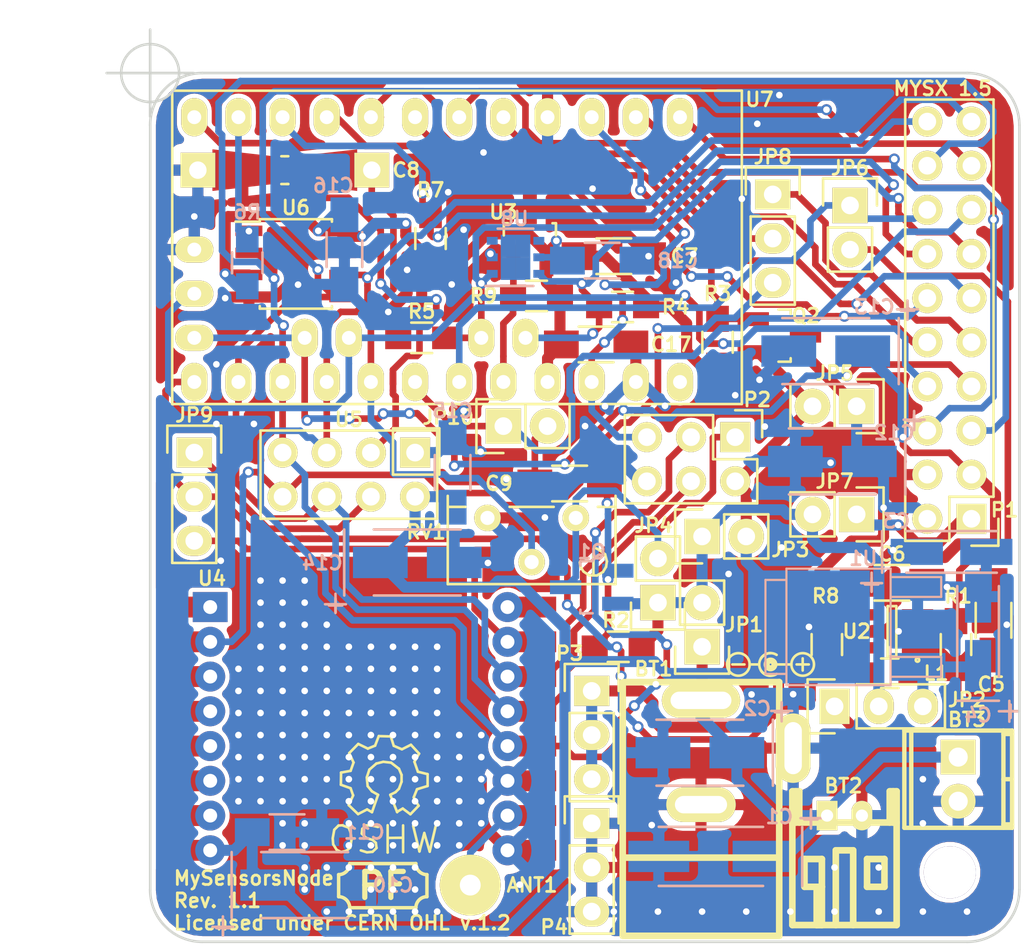
<source format=kicad_pcb>
(kicad_pcb (version 4) (host pcbnew "(2015-07-30 BZR 6023, Git cb629e0)-product")
  (title_block (title "Mysensors Node") (date "Wed 10 Jun 2015") (rev 1.1) (company "Designer: Patrick Fallberg") (comment 1 "Copyright (c) 2015 Patrick Fallberg") (comment 2 "Licensed under CERN OHL v.1.2"))
  (layers (0 F.Cu jumper) (31 B.Cu mixed) (34 B.Paste user) (35 F.Paste user) (36 B.SilkS user) (37 F.SilkS user) (38 B.Mask user) (39 F.Mask user) (44 Edge.Cuts user))
  (net 0 "")
  (net 1 +3V3)
  (net 2 GND)
  (net 3 +BATT)
  (net 4 +3.3VP)
  (net 5 "Net-(C5-Pad1)")
  (net 6 RESET)
  (net 7 FLASH_CSN)
  (net 8 /MOSI)
  (net 9 /MISO)
  (net 10 /SCK)
  (net 11 VBAT_SMPL)
  (net 12 RF_INT)
  (net 13 "Net-(L1-Pad1)")
  (net 14 RF24_CE)
  (net 15 RF24_CSN)
  (net 16 RF69_NSS)
  (net 17 "Net-(ANT1-Pad1)")
  (net 18 "Net-(JP6-Pad2)")
  (net 19 "Net-(BT1-Pad3)")
  (net 20 "Net-(C4-Pad1)")
  (net 21 "Net-(C9-Pad1)")
  (net 22 "Net-(C9-Pad2)")
  (net 23 "Net-(JP4-Pad2)")
  (net 24 MYSX_D10_A4)
  (net 25 "Net-(JP7-Pad1)")
  (net 26 MYSX_D3_INT)
  (net 27 "Net-(JP8-Pad2)")
  (net 28 "Net-(JP9-Pad2)")
  (net 29 MYSX_D9_A3)
  (net 30 MYSX_D14_CS)
  (net 31 MYSX_D8_SDA)
  (net 32 MYSX_D7_SCL)
  (net 33 MYSX_D6_PWM)
  (net 34 MYSX_D5_PWM)
  (net 35 MYSX_D4_INT)
  (net 36 MYSX_D1_DFM)
  (net 37 MYSX_D2_DTM)
  (net 38 MYSX_A1)
  (net 39 MYSX_A2)
  (net 40 MYSX_3.3V_EN)
  (net 41 ATSHA_SDA)
  (net 42 "Net-(U4-Pad1)")
  (net 43 "Net-(U4-Pad3)")
  (net 44 "Net-(U4-Pad4)")
  (net 45 "Net-(U4-Pad5)")
  (net 46 "Net-(U4-Pad6)")
  (net 47 "Net-(U4-Pad7)")
  (net 48 "Net-(U4-Pad16)")
  (module mysensors_arduino:pro_mini (layer F.Cu) (at 152.781 83.5406 180)
    (fp_text reference U7 (at -18.542 8.636 180) (layer F.SilkS) (effects (font (size 0.8 0.8) (thickness 0.16))))
    (fp_text value ArduinoProMini hide)
    (pad 28 thru_hole oval (at 5.08 -5.08 180) (size 1.50114 2.19964) (drill 0.8001) (layers *.Cu *.Mask F.SilkS) (net 39 MYSX_A2))
    (pad 27 thru_hole oval (at 7.62 -5.08 180) (size 1.50114 2.19964) (drill 0.8001) (layers *.Cu *.Mask F.SilkS) (net 38 MYSX_A1))
    (pad 1 thru_hole oval (at -13.97 7.62 180) (size 1.50114 2.19964) (drill 0.8001) (layers *.Cu *.Mask F.SilkS) (net 36 MYSX_D1_DFM))
    (pad 2 thru_hole oval (at -11.43 7.62 180) (size 1.50114 2.19964) (drill 0.8001) (layers *.Cu *.Mask F.SilkS) (net 37 MYSX_D2_DTM))
    (pad 3 thru_hole oval (at -8.89 7.62 180) (size 1.50114 2.19964) (drill 0.8001) (layers *.Cu *.Mask F.SilkS) (net 6 RESET))
    (pad 4 thru_hole oval (at -6.35 7.62 180) (size 1.50114 2.19964) (drill 0.8001) (layers *.Cu *.Mask F.SilkS) (net 2 GND))
    (pad 5 thru_hole oval (at -3.81 7.62 180) (size 1.50114 2.19964) (drill 0.8001) (layers *.Cu *.Mask F.SilkS) (net 27 "Net-(JP8-Pad2)"))
    (pad 6 thru_hole oval (at -1.27 7.62 180) (size 1.50114 2.19964) (drill 0.8001) (layers *.Cu *.Mask F.SilkS) (net 35 MYSX_D4_INT))
    (pad 7 thru_hole oval (at 1.27 7.62 180) (size 1.50114 2.19964) (drill 0.8001) (layers *.Cu *.Mask F.SilkS) (net 40 MYSX_3.3V_EN))
    (pad 8 thru_hole oval (at 3.81 7.62 180) (size 1.50114 2.19964) (drill 0.8001) (layers *.Cu *.Mask F.SilkS) (net 34 MYSX_D5_PWM))
    (pad 9 thru_hole oval (at 6.35 7.62 180) (size 1.50114 2.19964) (drill 0.8001) (layers *.Cu *.Mask F.SilkS) (net 33 MYSX_D6_PWM))
    (pad 10 thru_hole oval (at 8.89 7.62 180) (size 1.50114 2.19964) (drill 0.8001) (layers *.Cu *.Mask F.SilkS) (net 30 MYSX_D14_CS))
    (pad 11 thru_hole oval (at 11.43 7.62 180) (size 1.50114 2.19964) (drill 0.8001) (layers *.Cu *.Mask F.SilkS) (net 7 FLASH_CSN))
    (pad 12 thru_hole oval (at 13.97 7.62 180) (size 1.50114 2.19964) (drill 0.8001) (layers *.Cu *.Mask F.SilkS) (net 14 RF24_CE))
    (pad 13 thru_hole oval (at 13.97 -7.62 180) (size 1.50114 2.19964) (drill 0.8001) (layers *.Cu *.Mask F.SilkS) (net 28 "Net-(JP9-Pad2)"))
    (pad 14 thru_hole oval (at 11.43 -7.62 180) (size 1.50114 2.19964) (drill 0.8001) (layers *.Cu *.Mask F.SilkS) (net 8 /MOSI))
    (pad 15 thru_hole oval (at 8.89 -7.62 180) (size 1.50114 2.19964) (drill 0.8001) (layers *.Cu *.Mask F.SilkS) (net 9 /MISO))
    (pad 16 thru_hole oval (at 6.35 -7.62 180) (size 1.50114 2.19964) (drill 0.8001) (layers *.Cu *.Mask F.SilkS) (net 10 /SCK))
    (pad 17 thru_hole oval (at 3.81 -7.62 180) (size 1.50114 2.19964) (drill 0.8001) (layers *.Cu *.Mask F.SilkS) (net 11 VBAT_SMPL))
    (pad 18 thru_hole oval (at 1.27 -7.62 180) (size 1.50114 2.19964) (drill 0.8001) (layers *.Cu *.Mask F.SilkS) (net 29 MYSX_D9_A3))
    (pad 19 thru_hole oval (at -1.27 -7.62 180) (size 1.50114 2.19964) (drill 0.8001) (layers *.Cu *.Mask F.SilkS) (net 24 MYSX_D10_A4))
    (pad 20 thru_hole oval (at -3.81 -7.62 180) (size 1.50114 2.19964) (drill 0.8001) (layers *.Cu *.Mask F.SilkS) (net 41 ATSHA_SDA))
    (pad 21 thru_hole oval (at -6.35 -7.62 180) (size 1.50114 2.19964) (drill 0.8001) (layers *.Cu *.Mask F.SilkS) (net 1 +3V3))
    (pad 22 thru_hole oval (at -8.89 -7.62 180) (size 1.50114 2.19964) (drill 0.8001) (layers *.Cu *.Mask F.SilkS) (net 6 RESET))
    (pad 23 thru_hole oval (at -11.43 -7.62 180) (size 1.50114 2.19964) (drill 0.8001) (layers *.Cu *.Mask F.SilkS) (net 2 GND))
    (pad 24 thru_hole oval (at -13.97 -7.62 180) (size 1.50114 2.19964) (drill 0.8001) (layers *.Cu *.Mask F.SilkS))
    (pad 25 thru_hole oval (at -2.54 -5.08 180) (size 1.50114 2.19964) (drill 0.8001) (layers *.Cu *.Mask F.SilkS) (net 31 MYSX_D8_SDA))
    (pad 26 thru_hole oval (at -5.08 -5.08 180) (size 1.50114 2.19964) (drill 0.8001) (layers *.Cu *.Mask F.SilkS) (net 32 MYSX_D7_SCL))
    (pad 27 thru_hole oval (at 13.97 -5.08 180) (size 2.19964 1.50114) (drill 0.8001) (layers *.Cu *.Mask F.SilkS) (net 38 MYSX_A1))
    (pad 28 thru_hole oval (at 13.97 -2.54 180) (size 2.19964 1.50114) (drill 0.8001) (layers *.Cu *.Mask F.SilkS) (net 39 MYSX_A2))
    (pad 29 thru_hole oval (at 13.97 0 180) (size 2.19964 1.50114) (drill 0.8001) (layers *.Cu *.Mask F.SilkS) (net 2 GND))
  )
  (module mysensors_connectors:MYSX_1.5 (layer F.Cu) (at 183.515 99.0346 180)
    (fp_text reference P1 (at -1.905 0.508 180) (layer F.SilkS) (effects (font (size 0.8 0.8) (thickness 0.16))))
    (fp_text value MYSX_1.5)
    (pad 20 thru_hole oval (at 2.54 22.86 180) (size 1.7272 1.7272) (drill 1.016) (layers *.Cu *.Mask F.SilkS) (net 30 MYSX_D14_CS))
    (pad 19 thru_hole oval (at 0 22.86 180) (size 1.7272 1.7272) (drill 1.016) (layers *.Cu *.Mask F.SilkS) (net 10 /SCK))
    (pad 18 thru_hole oval (at 2.54 20.32 180) (size 1.7272 1.7272) (drill 1.016) (layers *.Cu *.Mask F.SilkS) (net 9 /MISO))
    (pad 17 thru_hole oval (at 0 20.32 180) (size 1.7272 1.7272) (drill 1.016) (layers *.Cu *.Mask F.SilkS) (net 8 /MOSI))
    (pad 16 thru_hole oval (at 2.54 17.78 180) (size 1.7272 1.7272) (drill 1.016) (layers *.Cu *.Mask F.SilkS) (net 24 MYSX_D10_A4))
    (pad 15 thru_hole oval (at 0 17.78 180) (size 1.7272 1.7272) (drill 1.016) (layers *.Cu *.Mask F.SilkS) (net 29 MYSX_D9_A3))
    (pad 14 thru_hole oval (at 2.54 15.24 180) (size 1.7272 1.7272) (drill 1.016) (layers *.Cu *.Mask F.SilkS) (net 31 MYSX_D8_SDA))
    (pad 13 thru_hole oval (at 0 15.24 180) (size 1.7272 1.7272) (drill 1.016) (layers *.Cu *.Mask F.SilkS) (net 32 MYSX_D7_SCL))
    (pad 12 thru_hole oval (at 2.54 12.7 180) (size 1.7272 1.7272) (drill 1.016) (layers *.Cu *.Mask F.SilkS) (net 33 MYSX_D6_PWM))
    (pad 11 thru_hole oval (at 0 12.7 180) (size 1.7272 1.7272) (drill 1.016) (layers *.Cu *.Mask F.SilkS) (net 34 MYSX_D5_PWM))
    (pad 10 thru_hole oval (at 2.54 10.16 180) (size 1.7272 1.7272) (drill 1.016) (layers *.Cu *.Mask F.SilkS) (net 35 MYSX_D4_INT))
    (pad 9 thru_hole oval (at 0 10.16 180) (size 1.7272 1.7272) (drill 1.016) (layers *.Cu *.Mask F.SilkS) (net 26 MYSX_D3_INT))
    (pad 1 thru_hole rect (at 0 0 180) (size 1.7272 1.7272) (drill 1.016) (layers *.Cu *.Mask F.SilkS) (net 25 "Net-(JP7-Pad1)"))
    (pad 2 thru_hole oval (at 2.54 0 180) (size 1.7272 1.7272) (drill 1.016) (layers *.Cu *.Mask F.SilkS) (net 4 +3.3VP))
    (pad 3 thru_hole oval (at 0 2.54 180) (size 1.7272 1.7272) (drill 1.016) (layers *.Cu *.Mask F.SilkS) (net 1 +3V3))
    (pad 4 thru_hole oval (at 2.54 2.54 180) (size 1.7272 1.7272) (drill 1.016) (layers *.Cu *.Mask F.SilkS) (net 2 GND))
    (pad 5 thru_hole oval (at 0 5.08 180) (size 1.7272 1.7272) (drill 1.016) (layers *.Cu *.Mask F.SilkS) (net 36 MYSX_D1_DFM))
    (pad 6 thru_hole oval (at 2.54 5.08 180) (size 1.7272 1.7272) (drill 1.016) (layers *.Cu *.Mask F.SilkS) (net 37 MYSX_D2_DTM))
    (pad 7 thru_hole oval (at 0 7.62 180) (size 1.7272 1.7272) (drill 1.016) (layers *.Cu *.Mask F.SilkS) (net 38 MYSX_A1))
    (pad 8 thru_hole oval (at 2.54 7.62 180) (size 1.7272 1.7272) (drill 1.016) (layers *.Cu *.Mask F.SilkS) (net 39 MYSX_A2))
  )
  (module Potentiometers:Potentiometer_Bourns_3296Y_3-8Zoll_Angular_ScrewUp (layer F.Cu) (at 160.7566 98.9838 90)
    (fp_text reference RV1 (at -0.8128 -8.6106 180) (layer F.SilkS) (effects (font (size 0.8 0.8) (thickness 0.16))))
    (fp_text value 1M)
    (pad 2 thru_hole circle (at -2.54 -2.54 90) (size 1.524 1.524) (drill 0.8128) (layers *.Cu *.Mask F.SilkS) (net 11 VBAT_SMPL))
    (pad 3 thru_hole circle (at 0 -5.08 90) (size 1.524 1.524) (drill 0.8128) (layers *.Cu *.Mask F.SilkS) (net 2 GND))
    (pad 1 thru_hole circle (at 0 0 90) (size 1.524 1.524) (drill 0.8128) (layers *.Cu *.Mask F.SilkS) (net 23 "Net-(JP4-Pad2)"))
  )
  (module Pin_Headers:Pin_Header_Straight_1x03 (layer F.Cu) (at 172.085 80.3656)
    (fp_text reference JP8 (at 0 -2.159) (layer F.SilkS) (effects (font (size 0.8 0.8) (thickness 0.16))))
    (fp_text value JUMPER3)
    (pad 1 thru_hole rect (at 0 0) (size 2.032 1.7272) (drill 1.016) (layers *.Cu *.Mask F.SilkS) (net 26 MYSX_D3_INT))
    (pad 2 thru_hole oval (at 0 2.54) (size 2.032 1.7272) (drill 1.016) (layers *.Cu *.Mask F.SilkS) (net 27 "Net-(JP8-Pad2)"))
    (pad 3 thru_hole oval (at 0 5.08) (size 2.032 1.7272) (drill 1.016) (layers *.Cu *.Mask F.SilkS) (net 12 RF_INT))
  )
  (module mysensors_obscurities:d-pak-kcswalter (layer B.Cu) (at 177.292 105.2576 270)
    (fp_text reference U1 (at -3.937 0 360) (layer B.SilkS) (effects (font (size 0.8 0.8) (thickness 0.16)) (justify mirror)))
    (fp_text value LD1117DT33TR hide)
    (pad 1 smd rect (at -2.30124 -3.1242 270) (size 1.6002 3.2004) (layers B.Cu B.Paste B.Mask) (net 2 GND))
    (pad 3 smd rect (at 2.30124 -3.1242 270) (size 1.6002 3.2004) (layers B.Cu B.Paste B.Mask) (net 20 "Net-(C4-Pad1)"))
    (pad 2 smd rect (at 0 3.1242 270) (size 6.49986 7.00024) (layers B.Cu B.Paste B.Mask) (net 1 +3V3))
  )
  (module Symbols:Symbol_OSHW-Logo_SilkScreen (layer F.Cu) (at 149.733 114.0206)
    (fp_text reference OSHW_LOGO hide)
    (fp_text value Symbol_OSHW-Logo_SilkScreen)
  )
  (module Housings_DFN_QFN:DFN-6-1EP_3x3mm_Pitch0.95mm (layer B.Cu) (at 157.2895 83.9851)
    (fp_text reference U8 (at -0.0635 -2.2225) (layer B.SilkS) (effects (font (size 0.8 0.8) (thickness 0.16)) (justify mirror)))
    (fp_text value Si7021)
    (pad 1 smd rect (at -1.34 0.95) (size 0.63 0.45) (layers B.Cu B.Paste B.Mask) (net 31 MYSX_D8_SDA))
    (pad 2 smd rect (at -1.34 0) (size 0.63 0.45) (layers B.Cu B.Paste B.Mask) (net 2 GND))
    (pad 3 smd rect (at -1.34 -0.95) (size 0.63 0.45) (layers B.Cu B.Paste B.Mask))
    (pad 4 smd rect (at 1.34 -0.95) (size 0.63 0.45) (layers B.Cu B.Paste B.Mask))
    (pad 5 smd rect (at 1.34 0) (size 0.63 0.45) (layers B.Cu B.Paste B.Mask) (net 1 +3V3))
    (pad 6 smd rect (at 1.34 0.95) (size 0.63 0.45) (layers B.Cu B.Paste B.Mask) (net 32 MYSX_D7_SCL))
    (pad 7 smd rect (at 0.425 -0.65) (size 0.85 1.3) (layers B.Cu B.Paste B.Mask))
    (pad 7 smd rect (at 0.425 0.65) (size 0.85 1.3) (layers B.Cu B.Paste B.Mask))
    (pad 7 smd rect (at -0.425 -0.65) (size 0.85 1.3) (layers B.Cu B.Paste B.Mask))
    (pad 7 smd rect (at -0.425 0.65) (size 0.85 1.3) (layers B.Cu B.Paste B.Mask))
  )
  (module Housings_SOIC:SOIC-8_3.9x4.9mm_Pitch1.27mm (layer F.Cu) (at 144.653 84.3661)
    (fp_text reference U6 (at 0 -3.2385) (layer F.SilkS) (effects (font (size 0.8 0.8) (thickness 0.16))))
    (fp_text value AT25DF512C)
    (pad 1 smd rect (at -2.7 -1.905) (size 1.55 0.6) (layers F.Cu F.Paste F.Mask) (net 7 FLASH_CSN))
    (pad 2 smd rect (at -2.7 -0.635) (size 1.55 0.6) (layers F.Cu F.Paste F.Mask) (net 9 /MISO))
    (pad 3 smd rect (at -2.7 0.635) (size 1.55 0.6) (layers F.Cu F.Paste F.Mask) (net 1 +3V3))
    (pad 4 smd rect (at -2.7 1.905) (size 1.55 0.6) (layers F.Cu F.Paste F.Mask) (net 2 GND))
    (pad 5 smd rect (at 2.7 1.905) (size 1.55 0.6) (layers F.Cu F.Paste F.Mask) (net 8 /MOSI))
    (pad 6 smd rect (at 2.7 0.635) (size 1.55 0.6) (layers F.Cu F.Paste F.Mask) (net 10 /SCK))
    (pad 7 smd rect (at 2.7 -0.635) (size 1.55 0.6) (layers F.Cu F.Paste F.Mask) (net 1 +3V3))
    (pad 8 smd rect (at 2.7 -1.905) (size 1.55 0.6) (layers F.Cu F.Paste F.Mask) (net 1 +3V3))
  )
  (module Housings_SOT-23_SOT-143_TSOT-6:SOT-23_Handsoldering (layer F.Cu) (at 158.115 82.67446)
    (fp_text reference U3 (at -1.524 -1.29286) (layer F.SilkS) (effects (font (size 0.8 0.8) (thickness 0.16))))
    (fp_text value ATSHA204A)
    (pad 1 smd rect (at -0.95 1.50114) (size 0.8001 1.80086) (layers F.Cu F.Paste F.Mask) (net 41 ATSHA_SDA))
    (pad 2 smd rect (at 0.95 1.50114) (size 0.8001 1.80086) (layers F.Cu F.Paste F.Mask) (net 1 +3V3))
    (pad 3 smd rect (at 0 -1.50114) (size 0.8001 1.80086) (layers F.Cu F.Paste F.Mask) (net 2 GND))
  )
  (module mysensors_handsoldering:SOT-23-5_Handsoldering (layer F.Cu) (at 178.943 105.5116 180)
    (fp_text reference U2 (at 2.032 0 180) (layer F.SilkS) (effects (font (size 0.8 0.8) (thickness 0.16))))
    (fp_text value TPS61097A)
    (pad 1 smd rect (at -1.47 -0.95 180) (size 1.80086 0.65) (layers F.Cu F.Paste F.Mask) (net 5 "Net-(C5-Pad1)"))
    (pad 2 smd rect (at -1.47 0 180) (size 1.80086 0.65) (layers F.Cu F.Paste F.Mask) (net 2 GND))
    (pad 3 smd rect (at -1.47 0.95 180) (size 1.80086 0.65) (layers F.Cu F.Paste F.Mask) (net 18 "Net-(JP6-Pad2)"))
    (pad 4 smd rect (at 1.47 0.95 180) (size 1.80086 0.65) (layers F.Cu F.Paste F.Mask) (net 1 +3V3))
    (pad 5 smd rect (at 1.47 -0.95 180) (size 1.80086 0.65) (layers F.Cu F.Paste F.Mask) (net 13 "Net-(L1-Pad1)"))
  )
  (module Resistors_SMD:R_0805_HandSoldering (layer F.Cu) (at 158.496 86.2076)
    (fp_text reference R9 (at -3.048 0) (layer F.SilkS) (effects (font (size 0.8 0.8) (thickness 0.16))))
    (fp_text value 56K)
    (pad 1 smd rect (at -1.35 0) (size 1.5 1.3) (layers F.Cu F.Paste F.Mask) (net 41 ATSHA_SDA))
    (pad 2 smd rect (at 1.35 0) (size 1.5 1.3) (layers F.Cu F.Paste F.Mask) (net 1 +3V3))
  )
  (module Resistors_SMD:R_0805_HandSoldering (layer F.Cu) (at 175.1965 106.2736 270)
    (fp_text reference R8 (at -2.794 0.0635 360) (layer F.SilkS) (effects (font (size 0.8 0.8) (thickness 0.16))))
    (fp_text value 56K)
    (pad 1 smd rect (at -1.35 0 270) (size 1.5 1.3) (layers F.Cu F.Paste F.Mask) (net 1 +3V3))
    (pad 2 smd rect (at 1.35 0 270) (size 1.5 1.3) (layers F.Cu F.Paste F.Mask) (net 28 "Net-(JP9-Pad2)"))
  )
  (module Resistors_SMD:R_0805_HandSoldering (layer F.Cu) (at 152.4 82.9056 270)
    (fp_text reference R7 (at -2.794 0 360) (layer F.SilkS) (effects (font (size 0.8 0.8) (thickness 0.16))))
    (fp_text value 56K)
    (pad 1 smd rect (at -1.35 0 270) (size 1.5 1.3) (layers F.Cu F.Paste F.Mask) (net 30 MYSX_D14_CS))
    (pad 2 smd rect (at 1.35 0 270) (size 1.5 1.3) (layers F.Cu F.Paste F.Mask) (net 1 +3V3))
  )
  (module Resistors_SMD:R_0805_HandSoldering (layer B.Cu) (at 141.859 84.3026 270)
    (fp_text reference R6 (at -2.921 0 360) (layer B.SilkS) (effects (font (size 0.8 0.8) (thickness 0.16)) (justify mirror)))
    (fp_text value 56K)
    (pad 1 smd rect (at -1.35 0 270) (size 1.5 1.3) (layers B.Cu B.Paste B.Mask) (net 7 FLASH_CSN))
    (pad 2 smd rect (at 1.35 0 270) (size 1.5 1.3) (layers B.Cu B.Paste B.Mask) (net 1 +3V3))
  )
  (module Resistors_SMD:R_0805_HandSoldering (layer F.Cu) (at 151.892 88.6206 180)
    (fp_text reference R5 (at 0 1.524 180) (layer F.SilkS) (effects (font (size 0.8 0.8) (thickness 0.16))))
    (fp_text value 10K)
    (pad 1 smd rect (at -1.35 0 180) (size 1.5 1.3) (layers F.Cu F.Paste F.Mask) (net 31 MYSX_D8_SDA))
    (pad 2 smd rect (at 1.35 0 180) (size 1.5 1.3) (layers F.Cu F.Paste F.Mask) (net 1 +3V3))
  )
  (module Resistors_SMD:R_0805_HandSoldering (layer F.Cu) (at 163.449 86.8426)
    (fp_text reference R4 (at 3.048 0) (layer F.SilkS) (effects (font (size 0.8 0.8) (thickness 0.16))))
    (fp_text value 10K)
    (pad 1 smd rect (at -1.35 0) (size 1.5 1.3) (layers F.Cu F.Paste F.Mask) (net 32 MYSX_D7_SCL))
    (pad 2 smd rect (at 1.35 0) (size 1.5 1.3) (layers F.Cu F.Paste F.Mask) (net 1 +3V3))
  )
  (module Resistors_SMD:R_0805_HandSoldering (layer F.Cu) (at 168.91 88.8746 270)
    (fp_text reference R3 (at -2.794 0 360) (layer F.SilkS) (effects (font (size 0.8 0.8) (thickness 0.16))))
    (fp_text value 10K)
    (pad 1 smd rect (at -1.35 0 270) (size 1.5 1.3) (layers F.Cu F.Paste F.Mask) (net 40 MYSX_3.3V_EN))
    (pad 2 smd rect (at 1.35 0 270) (size 1.5 1.3) (layers F.Cu F.Paste F.Mask) (net 1 +3V3))
  )
  (module Resistors_SMD:R_0805_HandSoldering (layer F.Cu) (at 163.195 106.4006)
    (fp_text reference R2 (at -0.127 -1.524) (layer F.SilkS) (effects (font (size 0.8 0.8) (thickness 0.16))))
    (fp_text value 10K)
    (pad 1 smd rect (at -1.35 0) (size 1.5 1.3) (layers F.Cu F.Paste F.Mask) (net 22 "Net-(C9-Pad2)"))
    (pad 2 smd rect (at 1.35 0) (size 1.5 1.3) (layers F.Cu F.Paste F.Mask) (net 3 +BATT))
  )
  (module Resistors_SMD:R_0805_HandSoldering (layer F.Cu) (at 182.626 106.2736 90)
    (fp_text reference R1 (at 2.794 0.127 180) (layer F.SilkS) (effects (font (size 0.8 0.8) (thickness 0.16))))
    (fp_text value 150K)
    (pad 1 smd rect (at -1.35 0 90) (size 1.5 1.3) (layers F.Cu F.Paste F.Mask) (net 5 "Net-(C5-Pad1)"))
    (pad 2 smd rect (at 1.35 0 90) (size 1.5 1.3) (layers F.Cu F.Paste F.Mask) (net 18 "Net-(JP6-Pad2)"))
  )
  (module Housings_SOT-23_SOT-143_TSOT-6:SOT-23_Handsoldering (layer F.Cu) (at 172.466 88.4936 270)
    (fp_text reference Q2 (at -1.143 -1.524 360) (layer F.SilkS) (effects (font (size 0.8 0.8) (thickness 0.16))))
    (fp_text value DMP3056L-7)
    (pad 1 smd rect (at -0.95 1.50114 270) (size 0.8001 1.80086) (layers F.Cu F.Paste F.Mask) (net 40 MYSX_3.3V_EN))
    (pad 2 smd rect (at 0.95 1.50114 270) (size 0.8001 1.80086) (layers F.Cu F.Paste F.Mask) (net 1 +3V3))
    (pad 3 smd rect (at 0 -1.50114 270) (size 0.8001 1.80086) (layers F.Cu F.Paste F.Mask) (net 4 +3.3VP))
  )
  (module Housings_SOT-23_SOT-143_TSOT-6:SOT-23_Handsoldering (layer B.Cu) (at 161.671 102.9716 270)
    (fp_text reference Q1 (at -2.032 0 360) (layer B.SilkS) (effects (font (size 0.8 0.8) (thickness 0.16)) (justify mirror)))
    (fp_text value DMP3056L-7)
    (pad 1 smd rect (at -0.95 -1.50114 270) (size 0.8001 1.80086) (layers B.Cu B.Paste B.Mask) (net 22 "Net-(C9-Pad2)"))
    (pad 2 smd rect (at 0.95 -1.50114 270) (size 0.8001 1.80086) (layers B.Cu B.Paste B.Mask) (net 3 +BATT))
    (pad 3 smd rect (at 0 1.50114 270) (size 0.8001 1.80086) (layers B.Cu B.Paste B.Mask) (net 23 "Net-(JP4-Pad2)"))
  )
  (module Pin_Headers:Pin_Header_Straight_1x03 (layer F.Cu) (at 161.671 116.5606)
    (fp_text reference P4 (at -2.159 5.969) (layer F.SilkS) (effects (font (size 0.8 0.8) (thickness 0.16))))
    (fp_text value CONN_01X03)
    (pad 1 thru_hole rect (at 0 0) (size 2.032 1.7272) (drill 1.016) (layers *.Cu *.Mask F.SilkS) (net 2 GND))
    (pad 2 thru_hole oval (at 0 2.54) (size 2.032 1.7272) (drill 1.016) (layers *.Cu *.Mask F.SilkS) (net 2 GND))
    (pad 3 thru_hole oval (at 0 5.08) (size 2.032 1.7272) (drill 1.016) (layers *.Cu *.Mask F.SilkS) (net 2 GND))
  )
  (module Pin_Headers:Pin_Header_Straight_1x03 (layer F.Cu) (at 161.671 108.9406)
    (fp_text reference P3 (at -1.27 -2.159) (layer F.SilkS) (effects (font (size 0.8 0.8) (thickness 0.16))))
    (fp_text value CONN_01X03)
    (pad 1 thru_hole rect (at 0 0) (size 2.032 1.7272) (drill 1.016) (layers *.Cu *.Mask F.SilkS) (net 4 +3.3VP))
    (pad 2 thru_hole oval (at 0 2.54) (size 2.032 1.7272) (drill 1.016) (layers *.Cu *.Mask F.SilkS) (net 4 +3.3VP))
    (pad 3 thru_hole oval (at 0 5.08) (size 2.032 1.7272) (drill 1.016) (layers *.Cu *.Mask F.SilkS) (net 4 +3.3VP))
  )
  (module Pin_Headers:Pin_Header_Straight_2x03 (layer F.Cu) (at 169.926 94.3356 270)
    (fp_text reference P2 (at -2.159 -1.27 360) (layer F.SilkS) (effects (font (size 0.8 0.8) (thickness 0.16))))
    (fp_text value CONN_02X03)
    (pad 1 thru_hole rect (at 0 0 270) (size 1.7272 1.7272) (drill 1.016) (layers *.Cu *.Mask F.SilkS) (net 9 /MISO))
    (pad 2 thru_hole oval (at 2.54 0 270) (size 1.7272 1.7272) (drill 1.016) (layers *.Cu *.Mask F.SilkS) (net 1 +3V3))
    (pad 3 thru_hole oval (at 0 2.54 270) (size 1.7272 1.7272) (drill 1.016) (layers *.Cu *.Mask F.SilkS) (net 10 /SCK))
    (pad 4 thru_hole oval (at 2.54 2.54 270) (size 1.7272 1.7272) (drill 1.016) (layers *.Cu *.Mask F.SilkS) (net 8 /MOSI))
    (pad 5 thru_hole oval (at 0 5.08 270) (size 1.7272 1.7272) (drill 1.016) (layers *.Cu *.Mask F.SilkS) (net 6 RESET))
    (pad 6 thru_hole oval (at 2.54 5.08 270) (size 1.7272 1.7272) (drill 1.016) (layers *.Cu *.Mask F.SilkS) (net 2 GND))
  )
  (module Capacitors_SMD:C_0805_HandSoldering (layer F.Cu) (at 178.816 107.9246)
    (fp_text reference L1 (at 2.667 0) (layer F.SilkS) (effects (font (size 0.8 0.8) (thickness 0.16))))
    (fp_text value 4.7uH)
    (pad 1 smd rect (at -1.25 0) (size 1.5 1.25) (layers F.Cu F.Paste F.Mask) (net 13 "Net-(L1-Pad1)"))
    (pad 2 smd rect (at 1.25 0) (size 1.5 1.25) (layers F.Cu F.Paste F.Mask) (net 5 "Net-(C5-Pad1)"))
  )
  (module Pin_Headers:Pin_Header_Straight_1x02 (layer F.Cu) (at 156.591 93.7006 90)
    (fp_text reference JP10 (at 0.508 -3.175 180) (layer F.SilkS) (effects (font (size 0.8 0.8) (thickness 0.16))))
    (fp_text value Jumper_NO_Small)
    (pad 1 thru_hole rect (at 0 0 90) (size 2.032 2.032) (drill 1.016) (layers *.Cu *.Mask F.SilkS) (net 29 MYSX_D9_A3))
    (pad 2 thru_hole oval (at 0 2.54 90) (size 2.032 2.032) (drill 1.016) (layers *.Cu *.Mask F.SilkS) (net 21 "Net-(C9-Pad1)"))
  )
  (module Pin_Headers:Pin_Header_Straight_1x03 (layer F.Cu) (at 138.811 95.2246)
    (fp_text reference JP9 (at 0 -2.159) (layer F.SilkS) (effects (font (size 0.8 0.8) (thickness 0.16))))
    (fp_text value JUMPER3)
    (pad 1 thru_hole rect (at 0 0) (size 2.032 1.7272) (drill 1.016) (layers *.Cu *.Mask F.SilkS) (net 15 RF24_CSN))
    (pad 2 thru_hole oval (at 0 2.54) (size 2.032 1.7272) (drill 1.016) (layers *.Cu *.Mask F.SilkS) (net 28 "Net-(JP9-Pad2)"))
    (pad 3 thru_hole oval (at 0 5.08) (size 2.032 1.7272) (drill 1.016) (layers *.Cu *.Mask F.SilkS) (net 16 RF69_NSS))
  )
  (module Pin_Headers:Pin_Header_Straight_1x02 (layer F.Cu) (at 176.911 98.7806 270)
    (fp_text reference JP7 (at -1.905 1.27 360) (layer F.SilkS) (effects (font (size 0.8 0.8) (thickness 0.16))))
    (fp_text value Jumper_NO_Small)
    (pad 1 thru_hole rect (at 0 0 270) (size 2.032 2.032) (drill 1.016) (layers *.Cu *.Mask F.SilkS) (net 25 "Net-(JP7-Pad1)"))
    (pad 2 thru_hole oval (at 0 2.54 270) (size 2.032 2.032) (drill 1.016) (layers *.Cu *.Mask F.SilkS) (net 3 +BATT))
  )
  (module Pin_Headers:Pin_Header_Straight_1x02 (layer F.Cu) (at 176.53 81.0006)
    (fp_text reference JP6 (at 0 -2.159) (layer F.SilkS) (effects (font (size 0.8 0.8) (thickness 0.16))))
    (fp_text value Jumper_NO_Small)
    (pad 1 thru_hole rect (at 0 0) (size 2.032 2.032) (drill 1.016) (layers *.Cu *.Mask F.SilkS) (net 24 MYSX_D10_A4))
    (pad 2 thru_hole oval (at 0 2.54) (size 2.032 2.032) (drill 1.016) (layers *.Cu *.Mask F.SilkS) (net 18 "Net-(JP6-Pad2)"))
  )
  (module Pin_Headers:Pin_Header_Straight_1x02 (layer F.Cu) (at 176.911 92.5576 270)
    (fp_text reference JP5 (at -1.905 1.27 360) (layer F.SilkS) (effects (font (size 0.8 0.8) (thickness 0.16))))
    (fp_text value Jumper_NO_Small)
    (pad 1 thru_hole rect (at 0 0 270) (size 2.032 2.032) (drill 1.016) (layers *.Cu *.Mask F.SilkS) (net 4 +3.3VP))
    (pad 2 thru_hole oval (at 0 2.54 270) (size 2.032 2.032) (drill 1.016) (layers *.Cu *.Mask F.SilkS) (net 1 +3V3))
  )
  (module Pin_Headers:Pin_Header_Straight_1x02 (layer F.Cu) (at 165.481 103.8606 180)
    (fp_text reference JP4 (at 0.254 4.445 180) (layer F.SilkS) (effects (font (size 0.8 0.8) (thickness 0.16))))
    (fp_text value Jumper_NO_Small)
    (pad 1 thru_hole rect (at 0 0 180) (size 2.032 2.032) (drill 1.016) (layers *.Cu *.Mask F.SilkS) (net 3 +BATT))
    (pad 2 thru_hole oval (at 0 2.54 180) (size 2.032 2.032) (drill 1.016) (layers *.Cu *.Mask F.SilkS) (net 23 "Net-(JP4-Pad2)"))
  )
  (module Pin_Headers:Pin_Header_Straight_1x02 (layer F.Cu) (at 168.021 100.0506 90)
    (fp_text reference JP3 (at -0.762 5.08 180) (layer F.SilkS) (effects (font (size 0.8 0.8) (thickness 0.16))))
    (fp_text value Jumper_NO_Small)
    (pad 1 thru_hole rect (at 0 0 90) (size 2.032 2.032) (drill 1.016) (layers *.Cu *.Mask F.SilkS) (net 3 +BATT))
    (pad 2 thru_hole oval (at 0 2.54 90) (size 2.032 2.032) (drill 1.016) (layers *.Cu *.Mask F.SilkS) (net 1 +3V3))
  )
  (module Pin_Headers:Pin_Header_Straight_1x03 (layer F.Cu) (at 175.641 109.8296 90)
    (fp_text reference JP2 (at 0.381 7.62 180) (layer F.SilkS) (effects (font (size 0.8 0.8) (thickness 0.16))))
    (fp_text value JUMPER3)
    (pad 1 thru_hole rect (at 0 0 90) (size 2.032 1.7272) (drill 1.016) (layers *.Cu *.Mask F.SilkS) (net 5 "Net-(C5-Pad1)"))
    (pad 2 thru_hole oval (at 0 2.54 90) (size 2.032 1.7272) (drill 1.016) (layers *.Cu *.Mask F.SilkS) (net 3 +BATT))
    (pad 3 thru_hole oval (at 0 5.08 90) (size 2.032 1.7272) (drill 1.016) (layers *.Cu *.Mask F.SilkS) (net 20 "Net-(C4-Pad1)"))
  )
  (module Pin_Headers:Pin_Header_Straight_1x02 (layer F.Cu) (at 168.021 106.4006 180)
    (fp_text reference JP1 (at -2.413 1.27 180) (layer F.SilkS) (effects (font (size 0.8 0.8) (thickness 0.16))))
    (fp_text value Jumper_NO_Small)
    (pad 1 thru_hole rect (at 0 0 180) (size 2.032 2.032) (drill 1.016) (layers *.Cu *.Mask F.SilkS) (net 19 "Net-(BT1-Pad3)"))
    (pad 2 thru_hole oval (at 0 2.54 180) (size 2.032 2.032) (drill 1.016) (layers *.Cu *.Mask F.SilkS) (net 3 +BATT))
  )
  (module Capacitors_SMD:C_1206_HandSoldering (layer B.Cu) (at 162.274 84.1756)
    (fp_text reference C18 (at 4.35 0) (layer B.SilkS) (effects (font (size 0.8 0.8) (thickness 0.16)) (justify mirror)))
    (fp_text value 0.1uF)
    (pad 1 smd rect (at -2 0) (size 2 1.6) (layers B.Cu B.Paste B.Mask) (net 1 +3V3))
    (pad 2 smd rect (at 2 0) (size 2 1.6) (layers B.Cu B.Paste B.Mask) (net 2 GND))
  )
  (module Capacitors_SMD:C_1206_HandSoldering (layer F.Cu) (at 161.925 89.0016)
    (fp_text reference C17 (at 4.318 0) (layer F.SilkS) (effects (font (size 0.8 0.8) (thickness 0.16))))
    (fp_text value 0.1uF)
    (pad 1 smd rect (at -2 0) (size 2 1.6) (layers F.Cu F.Paste F.Mask) (net 1 +3V3))
    (pad 2 smd rect (at 2 0) (size 2 1.6) (layers F.Cu F.Paste F.Mask) (net 2 GND))
  )
  (module Capacitors_SMD:C_1206_HandSoldering (layer B.Cu) (at 147.447 83.5406 90)
    (fp_text reference C16 (at 3.683 -0.635 180) (layer B.SilkS) (effects (font (size 0.8 0.8) (thickness 0.16)) (justify mirror)))
    (fp_text value 0.1uF)
    (pad 1 smd rect (at -2 0 90) (size 2 1.6) (layers B.Cu B.Paste B.Mask) (net 2 GND))
    (pad 2 smd rect (at 2 0 90) (size 2 1.6) (layers B.Cu B.Paste B.Mask) (net 1 +3V3))
  )
  (module Capacitors_SMD:C_1206_HandSoldering (layer B.Cu) (at 153.67 96.3676 270)
    (fp_text reference C15 (at -3.556 0 360) (layer B.SilkS) (effects (font (size 0.8 0.8) (thickness 0.16)) (justify mirror)))
    (fp_text value 0.1uF)
    (pad 1 smd rect (at -2 0 270) (size 2 1.6) (layers B.Cu B.Paste B.Mask) (net 2 GND))
    (pad 2 smd rect (at 2 0 270) (size 2 1.6) (layers B.Cu B.Paste B.Mask) (net 1 +3V3))
  )
  (module Capacitors_Tantalum_SMD:TantalC_SizeB_EIA-3528_HandSoldering (layer B.Cu) (at 151.638 101.5492)
    (fp_text reference C14 (at -5.461 0.0254) (layer B.SilkS) (effects (font (size 0.8 0.8) (thickness 0.16)) (justify mirror)))
    (fp_text value 4.7uF)
    (fp_text user + (at -4.70154 2.4003) (layer B.SilkS) (effects (justify mirror)))
    (pad 2 smd rect (at 2.12598 0) (size 3.1496 1.80086) (layers B.Cu B.Paste B.Mask) (net 2 GND))
    (pad 1 smd rect (at -2.12598 0) (size 3.1496 1.80086) (layers B.Cu B.Paste B.Mask) (net 1 +3V3))
  )
  (module Capacitors_Tantalum_SMD:TantalC_SizeB_EIA-3528_HandSoldering (layer B.Cu) (at 175.133 89.3826 180)
    (fp_text reference C13 (at -2.794 2.54 180) (layer B.SilkS) (effects (font (size 0.8 0.8) (thickness 0.16)) (justify mirror)))
    (fp_text value 4.7uF)
    (fp_text user + (at -4.70154 2.4003 180) (layer B.SilkS) (effects (justify mirror)))
    (pad 2 smd rect (at 2.12598 0 180) (size 3.1496 1.80086) (layers B.Cu B.Paste B.Mask) (net 2 GND))
    (pad 1 smd rect (at -2.12598 0 180) (size 3.1496 1.80086) (layers B.Cu B.Paste B.Mask) (net 1 +3V3))
  )
  (module Capacitors_Tantalum_SMD:TantalC_SizeB_EIA-3528_HandSoldering (layer B.Cu) (at 175.514 95.7326 180)
    (fp_text reference C12 (at -3.556 1.651 180) (layer B.SilkS) (effects (font (size 0.8 0.8) (thickness 0.16)) (justify mirror)))
    (fp_text value 4.7uF)
    (fp_text user + (at -4.70154 2.4003 180) (layer B.SilkS) (effects (justify mirror)))
    (pad 2 smd rect (at 2.12598 0 180) (size 3.1496 1.80086) (layers B.Cu B.Paste B.Mask) (net 2 GND))
    (pad 1 smd rect (at -2.12598 0 180) (size 3.1496 1.80086) (layers B.Cu B.Paste B.Mask) (net 4 +3.3VP))
  )
  (module Capacitors_SMD:C_1206_HandSoldering (layer B.Cu) (at 144.145 117.0686 180)
    (fp_text reference C11 (at -4.445 0 180) (layer B.SilkS) (effects (font (size 0.8 0.8) (thickness 0.16)) (justify mirror)))
    (fp_text value 0.1uF)
    (pad 1 smd rect (at -2 0 180) (size 2 1.6) (layers B.Cu B.Paste B.Mask) (net 2 GND))
    (pad 2 smd rect (at 2 0 180) (size 2 1.6) (layers B.Cu B.Paste B.Mask) (net 1 +3V3))
  )
  (module Capacitors_Tantalum_SMD:TantalC_SizeB_EIA-3528_HandSoldering (layer B.Cu) (at 145.161 120.1166)
    (fp_text reference C10 (at 5.08 0) (layer B.SilkS) (effects (font (size 0.8 0.8) (thickness 0.16)) (justify mirror)))
    (fp_text value 4.7uF)
    (fp_text user + (at -4.70154 2.4003) (layer B.SilkS) (effects (justify mirror)))
    (pad 2 smd rect (at 2.12598 0) (size 3.1496 1.80086) (layers B.Cu B.Paste B.Mask) (net 2 GND))
    (pad 1 smd rect (at -2.12598 0) (size 3.1496 1.80086) (layers B.Cu B.Paste B.Mask) (net 1 +3V3))
  )
  (module Capacitors_SMD:C_1206_HandSoldering (layer F.Cu) (at 160.401 97.0026)
    (fp_text reference C9 (at -4.064 0) (layer F.SilkS) (effects (font (size 0.8 0.8) (thickness 0.16))))
    (fp_text value 0.1uF)
    (pad 1 smd rect (at -2 0) (size 2 1.6) (layers F.Cu F.Paste F.Mask) (net 21 "Net-(C9-Pad1)"))
    (pad 2 smd rect (at 2 0) (size 2 1.6) (layers F.Cu F.Paste F.Mask) (net 22 "Net-(C9-Pad2)"))
  )
  (module Resistors_Universal:Resistor_SMD+THTuniversal_0805to1206_RM10_HandSoldering (layer F.Cu) (at 144.018 78.9686 180)
    (fp_text reference C8 (at -6.985 0 180) (layer F.SilkS) (effects (font (size 0.8 0.8) (thickness 0.16))))
    (fp_text value C)
    (pad 1 smd trapezoid (at -2.413 0 180) (size 3.50012 1.99898) (rect_delta 0.39878 0) (layers F.Cu F.Paste F.Mask) (net 11 VBAT_SMPL))
    (pad 2 smd trapezoid (at 2.413 0) (size 3.50012 1.99898) (rect_delta 0.39878 0) (layers F.Cu F.Paste F.Mask) (net 2 GND))
    (pad 1 thru_hole rect (at -5.00126 0) (size 1.99898 1.99898) (drill 1.00076) (layers *.Cu *.Mask F.SilkS) (net 11 VBAT_SMPL))
    (pad 2 thru_hole rect (at 5.00126 0) (size 1.99898 1.99898) (drill 1.00076) (layers *.Cu *.Mask F.SilkS) (net 2 GND))
  )
  (module Capacitors_SMD:C_1206_HandSoldering (layer F.Cu) (at 162.941 83.9216)
    (fp_text reference C7 (at 4.064 0) (layer F.SilkS) (effects (font (size 0.8 0.8) (thickness 0.16))))
    (fp_text value 0.1uF)
    (pad 1 smd rect (at -2 0) (size 2 1.6) (layers F.Cu F.Paste F.Mask) (net 1 +3V3))
    (pad 2 smd rect (at 2 0) (size 2 1.6) (layers F.Cu F.Paste F.Mask) (net 2 GND))
  )
  (module Capacitors_SMD:C_1206_HandSoldering (layer F.Cu) (at 178.943 102.7176)
    (fp_text reference C6 (at 0 -1.651) (layer F.SilkS) (effects (font (size 0.8 0.8) (thickness 0.16))))
    (fp_text value 10uF)
    (pad 1 smd rect (at -2 0) (size 2 1.6) (layers F.Cu F.Paste F.Mask) (net 1 +3V3))
    (pad 2 smd rect (at 2 0) (size 2 1.6) (layers F.Cu F.Paste F.Mask) (net 2 GND))
  )
  (module Capacitors_SMD:C_1206_HandSoldering (layer F.Cu) (at 184.785 104.8766 90)
    (fp_text reference C5 (at -3.683 -0.127 180) (layer F.SilkS) (effects (font (size 0.8 0.8) (thickness 0.16))))
    (fp_text value 10uF)
    (pad 1 smd rect (at -2 0 90) (size 2 1.6) (layers F.Cu F.Paste F.Mask) (net 5 "Net-(C5-Pad1)"))
    (pad 2 smd rect (at 2 0 90) (size 2 1.6) (layers F.Cu F.Paste F.Mask) (net 2 GND))
  )
  (module Capacitors_Tantalum_SMD:TantalC_SizeA_EIA-3216_HandSoldering (layer B.Cu) (at 183.896 105.5116 90)
    (fp_text reference C4 (at -4.826 0 180) (layer B.SilkS) (effects (font (size 0.8 0.8) (thickness 0.16)) (justify mirror)))
    (fp_text value 10uF)
    (fp_text user + (at -4.59994 1.80086 90) (layer B.SilkS) (effects (justify mirror)))
    (pad 2 smd rect (at 1.99898 0 90) (size 2.99974 1.50114) (layers B.Cu B.Paste B.Mask) (net 2 GND))
    (pad 1 smd rect (at -1.99898 0 90) (size 2.99974 1.50114) (layers B.Cu B.Paste B.Mask) (net 20 "Net-(C4-Pad1)"))
  )
  (module Capacitors_Tantalum_SMD:TantalC_SizeA_EIA-3216_HandSoldering (layer B.Cu) (at 182.372 100.9396)
    (fp_text reference C3 (at -3.175 -1.778) (layer B.SilkS) (effects (font (size 0.8 0.8) (thickness 0.16)) (justify mirror)))
    (fp_text value 10uF)
    (fp_text user + (at -4.59994 1.80086) (layer B.SilkS) (effects (justify mirror)))
    (pad 2 smd rect (at 1.99898 0) (size 2.99974 1.50114) (layers B.Cu B.Paste B.Mask) (net 2 GND))
    (pad 1 smd rect (at -1.99898 0) (size 2.99974 1.50114) (layers B.Cu B.Paste B.Mask) (net 1 +3V3))
  )
  (module Capacitors_Tantalum_SMD:TantalC_SizeB_EIA-3528_HandSoldering (layer B.Cu) (at 167.894 112.4966 180)
    (fp_text reference C2 (at -3.302 2.54 180) (layer B.SilkS) (effects (font (size 0.8 0.8) (thickness 0.16)) (justify mirror)))
    (fp_text value 4.7uF)
    (fp_text user + (at -4.70154 2.4003 180) (layer B.SilkS) (effects (justify mirror)))
    (pad 2 smd rect (at 2.12598 0 180) (size 3.1496 1.80086) (layers B.Cu B.Paste B.Mask) (net 2 GND))
    (pad 1 smd rect (at -2.12598 0 180) (size 3.1496 1.80086) (layers B.Cu B.Paste B.Mask) (net 19 "Net-(BT1-Pad3)"))
  )
  (module Capacitors_Tantalum_SMD:TantalC_SizeC_EIA-6032_HandSoldering (layer B.Cu) (at 168.529 118.4656 180)
    (fp_text reference C1 (at -3.937 2.286 180) (layer B.SilkS) (effects (font (size 0.8 0.8) (thickness 0.16)) (justify mirror)))
    (fp_text value 47uF)
    (fp_text user + (at -5.75056 2.19964 180) (layer B.SilkS) (effects (justify mirror)))
    (pad 2 smd rect (at 2.99974 0 180) (size 3.50012 1.80086) (layers B.Cu B.Paste B.Mask) (net 2 GND))
    (pad 1 smd rect (at -2.99974 0 180) (size 3.50012 1.80086) (layers B.Cu B.Paste B.Mask) (net 19 "Net-(BT1-Pad3)"))
  )
  (module mysensors_connectors:TerminalBlock2.54mmx2-kcswalter (layer F.Cu) (at 182.753 114.0206 90)
    (fp_text reference BT3 (at 3.429 0.508 180) (layer F.SilkS) (effects (font (size 0.8 0.8) (thickness 0.16))))
    (fp_text value Generic hide)
    (pad 2 thru_hole oval (at -1.27 0 90) (size 1.99898 1.99898) (drill 1.09728) (layers *.Cu *.Mask F.SilkS) (net 2 GND))
    (pad 1 thru_hole rect (at 1.27 0 90) (size 1.99898 1.99898) (drill 1.09728) (layers *.Cu *.Mask F.SilkS) (net 19 "Net-(BT1-Pad3)"))
  )
  (module mysensors_connectors:s2b-ph-kl-kcswalter (layer F.Cu) (at 176.2125 116.1161)
    (fp_text reference BT2 (at -0.0635 -1.7145) (layer F.SilkS) (effects (font (size 0.8 0.8) (thickness 0.16))))
    (fp_text value JST hide)
    (pad 1 thru_hole rect (at -1.00076 0) (size 1.19888 1.69926) (drill 0.70104) (layers *.Cu *.Mask F.SilkS) (net 19 "Net-(BT1-Pad3)"))
    (pad 2 thru_hole oval (at 1.00076 0) (size 1.19888 1.69926) (drill 0.70104) (layers *.Cu *.Mask F.SilkS) (net 2 GND))
  )
  (module mysensors_connectors:dc_socket-kcswalter (layer F.Cu) (at 167.9575 115.7351)
    (fp_text reference BT1 (at -2.7305 -8.0645) (layer F.SilkS) (effects (font (size 0.8 0.8) (thickness 0.16))))
    (fp_text value "2.5mm jack" hide)
    (pad 1 thru_hole oval (at 5.30098 -3.50012) (size 1.99898 4.0005) (drill oval 1.00076 2.99974) (layers *.Cu *.Mask F.SilkS) (net 2 GND))
    (pad 2 thru_hole oval (at 0 -0.24892) (size 4.0005 1.99898) (drill oval 2.99974 1.00076) (layers *.Cu *.Mask F.SilkS) (net 2 GND))
    (pad 3 thru_hole oval (at 0 -6.25094) (size 4.50088 1.99898) (drill oval 3.50012 1.00076) (layers *.Cu *.Mask F.SilkS) (net 19 "Net-(BT1-Pad3)"))
  )
  (module Wire_Pads:SolderWirePad_single_1-2mmDrill (layer F.Cu) (at 154.686 120.1166)
    (fp_text reference ANT1 (at 3.556 0) (layer F.SilkS) (effects (font (size 0.8 0.8) (thickness 0.16))))
    (fp_text value CONN_01X01)
    (pad 1 thru_hole circle (at 0 0) (size 3.50012 3.50012) (drill 1.19888) (layers *.Cu *.Mask F.SilkS) (net 17 "Net-(ANT1-Pad1)"))
  )
  (module w_logo:Logo_silk_polarity_center_5x1.4mm (layer F.Cu) (at 171.958 107.4166)
    (fp_text reference PLUG_SPEC hide)
    (fp_text value LOGO hide)
  )
  (module Mounting_Holes:MountingHole_3mm (layer F.Cu) (at 182.275 119.38)
    (fp_text reference HOLE1 hide)
    (fp_text value MountingHole_3mm)
    (pad 1 thru_hole circle (at 0 0) (size 3 3) (drill 3) (layers))
  )
  (module mysensors_radios:NRF24L01 (layer F.Cu) (at 153.035 93.7006)
    (fp_text reference U5 (at -5.334 -0.381) (layer F.SilkS) (effects (font (size 0.8 0.8) (thickness 0.16))))
    (fp_text value NRF24L01 hide)
    (pad 7 thru_hole oval (at -9.144 1.524) (size 1.7272 1.7272) (drill 1.016) (layers *.Cu *.Mask F.SilkS) (net 9 /MISO))
    (pad 8 thru_hole oval (at -9.144 4.064) (size 1.7272 1.7272) (drill 1.016) (layers *.Cu *.Mask F.SilkS) (net 12 RF_INT))
    (pad 5 thru_hole oval (at -6.604 1.524) (size 1.7272 1.7272) (drill 1.016) (layers *.Cu *.Mask F.SilkS) (net 10 /SCK))
    (pad 6 thru_hole oval (at -6.604 4.064) (size 1.7272 1.7272) (drill 1.016) (layers *.Cu *.Mask F.SilkS) (net 8 /MOSI))
    (pad 3 thru_hole oval (at -4.064 1.524) (size 1.7272 1.7272) (drill 1.016) (layers *.Cu *.Mask F.SilkS) (net 14 RF24_CE))
    (pad 4 thru_hole oval (at -4.064 4.064) (size 1.7272 1.7272) (drill 1.016) (layers *.Cu *.Mask F.SilkS) (net 15 RF24_CSN))
    (pad 1 thru_hole rect (at -1.524 1.524) (size 1.7272 1.7272) (drill 1.016) (layers *.Cu *.Mask F.SilkS) (net 2 GND))
    (pad 2 thru_hole oval (at -1.524 4.064) (size 1.7272 1.7272) (drill 1.016) (layers *.Cu *.Mask F.SilkS) (net 1 +3V3))
  )
  (module mysensors_radios:RFM69HW_SMD_ThroughHole_Handsoldering (layer F.Cu) (at 139.827 104.1146)
    (fp_text reference U4 (at 0 -1.651) (layer F.SilkS) (effects (font (size 0.8 0.8) (thickness 0.16))))
    (fp_text value RFM69HW hide)
    (pad 1 smd rect (at -1.4 0) (size 3 1.2) (layers F.Cu F.Paste F.Mask) (net 42 "Net-(U4-Pad1)"))
    (pad 2 smd rect (at -1.4 2) (size 3 1.2) (layers F.Cu F.Paste F.Mask) (net 12 RF_INT))
    (pad 3 smd rect (at -1.4 4) (size 3 1.2) (layers F.Cu F.Paste F.Mask) (net 43 "Net-(U4-Pad3)"))
    (pad 4 smd rect (at -1.4 6) (size 3 1.2) (layers F.Cu F.Paste F.Mask) (net 44 "Net-(U4-Pad4)"))
    (pad 5 smd rect (at -1.4 8) (size 3 1.2) (layers F.Cu F.Paste F.Mask) (net 45 "Net-(U4-Pad5)"))
    (pad 6 smd rect (at -1.4 10) (size 3 1.2) (layers F.Cu F.Paste F.Mask) (net 46 "Net-(U4-Pad6)"))
    (pad 7 smd rect (at -1.4 12) (size 3 1.2) (layers F.Cu F.Paste F.Mask) (net 47 "Net-(U4-Pad7)"))
    (pad 8 smd rect (at -1.4 14) (size 3 1.2) (layers F.Cu F.Paste F.Mask) (net 1 +3V3))
    (pad 9 smd rect (at 18.3 14) (size 3 1.2) (layers F.Cu F.Paste F.Mask) (net 2 GND))
    (pad 10 smd rect (at 18.3 12) (size 3 1.2) (layers F.Cu F.Paste F.Mask) (net 17 "Net-(ANT1-Pad1)"))
    (pad 11 smd rect (at 18.3 10) (size 3 1.2) (layers F.Cu F.Paste F.Mask) (net 2 GND))
    (pad 12 smd rect (at 18.3 8) (size 3 1.2) (layers F.Cu F.Paste F.Mask) (net 10 /SCK))
    (pad 13 smd rect (at 18.3 6) (size 3 1.2) (layers F.Cu F.Paste F.Mask) (net 9 /MISO))
    (pad 14 smd rect (at 18.3 4) (size 3 1.2) (layers F.Cu F.Paste F.Mask) (net 8 /MOSI))
    (pad 15 smd rect (at 18.3 2) (size 3 1.2) (layers F.Cu F.Paste F.Mask) (net 16 RF69_NSS))
    (pad 16 smd rect (at 18.3 0) (size 3 1.2) (layers F.Cu F.Paste F.Mask) (net 48 "Net-(U4-Pad16)"))
    (pad 1 thru_hole rect (at -0.1 0) (size 2 1.7272) (drill 0.8) (layers *.Cu *.Mask) (net 42 "Net-(U4-Pad1)"))
    (pad 2 thru_hole circle (at -0.1 2) (size 1.7272 1.7272) (drill 0.8) (layers *.Cu *.Mask) (net 12 RF_INT))
    (pad 3 thru_hole circle (at -0.1 4) (size 1.7272 1.7272) (drill 0.8) (layers *.Cu *.Mask) (net 43 "Net-(U4-Pad3)"))
    (pad 4 thru_hole circle (at -0.1 6) (size 1.7272 1.7272) (drill 0.8) (layers *.Cu *.Mask) (net 44 "Net-(U4-Pad4)"))
    (pad 5 thru_hole circle (at -0.1 8) (size 1.7272 1.7272) (drill 0.8) (layers *.Cu *.Mask) (net 45 "Net-(U4-Pad5)"))
    (pad 6 thru_hole circle (at -0.1 10) (size 1.7272 1.7272) (drill 0.8) (layers *.Cu *.Mask) (net 46 "Net-(U4-Pad6)"))
    (pad 7 thru_hole circle (at -0.1 12) (size 1.7272 1.7272) (drill 0.8) (layers *.Cu *.Mask) (net 47 "Net-(U4-Pad7)"))
    (pad 8 thru_hole circle (at -0.1 14) (size 1.7272 1.7272) (drill 0.8) (layers *.Cu *.Mask) (net 1 +3V3))
    (pad 9 thru_hole circle (at 17 14) (size 1.7272 1.7272) (drill 0.8) (layers *.Cu *.Mask) (net 2 GND))
    (pad 10 thru_hole circle (at 17 12) (size 1.7272 1.7272) (drill 0.8) (layers *.Cu *.Mask) (net 17 "Net-(ANT1-Pad1)"))
    (pad 11 thru_hole circle (at 17 10) (size 1.7272 1.7272) (drill 0.8) (layers *.Cu *.Mask) (net 2 GND))
    (pad 12 thru_hole circle (at 17 8) (size 1.7272 1.7272) (drill 0.8) (layers *.Cu *.Mask) (net 10 /SCK))
    (pad 13 thru_hole circle (at 17 6) (size 1.7272 1.7272) (drill 0.8) (layers *.Cu *.Mask) (net 9 /MISO))
    (pad 14 thru_hole circle (at 17 4) (size 1.7272 1.7272) (drill 0.8) (layers *.Cu *.Mask) (net 8 /MOSI))
    (pad 15 thru_hole circle (at 17 2) (size 1.7272 1.7272) (drill 0.8) (layers *.Cu *.Mask) (net 16 RF69_NSS))
    (pad 16 thru_hole circle (at 17 0) (size 1.7272 1.7272) (drill 0.8) (layers *.Cu *.Mask) (net 48 "Net-(U4-Pad16)"))
  )
  (gr_text "MYSX 1.5" (at 181.864 74.2696) (layer F.SilkS) (effects (font (size 0.8 0.8) (thickness 0.16))))
  (gr_arc (start 183.271 120.3806) (end 186.271 120.3806) (angle 90) (layer Edge.Cuts) (width 0.15))
  (gr_arc (start 139.271 120.3806) (end 139.271 123.3806) (angle 90) (layer Edge.Cuts) (width 0.15))
  (gr_arc (start 183.271 76.3806) (end 183.271 73.3806) (angle 90) (layer Edge.Cuts) (width 0.15))
  (gr_arc (start 139.271 76.3806) (end 136.271 76.3806) (angle 90) (layer Edge.Cuts) (width 0.15))
  (target plus (at 136.271 73.3806) (size 5) (width 0.15) (layer Edge.Cuts))
  (gr_text "MySensorsNode\nRev. 1.1\nLicensed under CERN OHL v.1.2" (at 137.541 121.0056) (layer F.SilkS) (effects (font (size 0.8 0.8) (thickness 0.16)) (justify left)))
  (gr_line (start 147.114 119.5136) (end 147.114 120.7836) (angle 90) (layer F.SilkS) (width 0.2))
  (gr_line (start 151.559 121.4186) (end 147.749 121.4186) (angle 90) (layer F.SilkS) (width 0.2))
  (gr_line (start 152.194 119.5136) (end 152.194 120.7836) (angle 90) (layer F.SilkS) (width 0.2))
  (gr_arc (start 147.114 121.4186) (end 147.114 120.7836) (angle 90) (layer F.SilkS) (width 0.2))
  (gr_arc (start 147.114 118.8786) (end 147.749 118.8786) (angle 90) (layer F.SilkS) (width 0.2))
  (gr_arc (start 152.194 121.4186) (end 151.559 121.4186) (angle 90) (layer F.SilkS) (width 0.2))
  (gr_arc (start 152.194 118.8786) (end 152.194 119.5136) (angle 90) (layer F.SilkS) (width 0.2))
  (gr_line (start 147.749 118.8786) (end 151.559 118.8786) (angle 90) (layer F.SilkS) (width 0.2))
  (gr_text PF (at 149.654 120.1486) (layer F.SilkS) (effects (font (size 1.5 1.5) (thickness 0.3))))
  (gr_line (start 136.275 120.38) (end 136.275 76.38) (angle 90) (layer Edge.Cuts) (width 0.15))
  (gr_line (start 183.275 123.38) (end 139.275 123.38) (angle 90) (layer Edge.Cuts) (width 0.15))
  (gr_line (start 186.275 76.38) (end 186.275 120.38) (angle 90) (layer Edge.Cuts) (width 0.15))
  (gr_line (start 139.275 73.38) (end 183.275 73.38) (angle 90) (layer Edge.Cuts) (width 0.15))
  (segment (start 159.639 83.0326) (end 159.639 83.5406) (width 0.381) (layer B.Cu) (net 1))
  (segment (start 159.639 83.5406) (end 160.274 84.1756) (width 0.381) (layer B.Cu) (net 1))
  (segment (start 159.065 84.1756) (end 159.065 83.6066) (width 0.381) (layer F.Cu) (net 1))
  (segment (start 159.065 83.6066) (end 159.639 83.0326) (width 0.381) (layer F.Cu) (net 1))
  (via (at 159.639 83.0326) (size 0.635) (drill 0.381) (layers F.Cu B.Cu) (net 1))
  (segment (start 158.6295 83.9851) (end 160.0835 83.9851) (width 0.381) (layer B.Cu) (net 1))
  (segment (start 160.0835 83.9851) (end 160.274 84.1756) (width 0.381) (layer B.Cu) (net 1))
  (segment (start 152.4 84.2556) (end 154.049065 84.2556) (width 0.635) (layer F.Cu) (net 1))
  (segment (start 154.049065 84.2556) (end 155.664495 82.64017) (width 0.635) (layer F.Cu) (net 1))
  (segment (start 158.02995 82.64017) (end 159.065 83.67522) (width 0.635) (layer F.Cu) (net 1))
  (segment (start 155.664495 82.64017) (end 158.02995 82.64017) (width 0.635) (layer F.Cu) (net 1))
  (segment (start 159.065 83.67522) (end 159.065 84.1756) (width 0.635) (layer F.Cu) (net 1))
  (segment (start 150.528598 82.029167) (end 150.97761 82.029167) (width 0.635) (layer B.Cu) (net 1))
  (segment (start 150.97761 82.478179) (end 150.97761 82.029167) (width 0.635) (layer F.Cu) (net 1))
  (segment (start 148.490632 82.7786) (end 149.240065 82.029167) (width 0.635) (layer B.Cu) (net 1))
  (segment (start 152.4 84.1556) (end 150.97761 82.73321) (width 0.635) (layer F.Cu) (net 1))
  (segment (start 152.4 84.2556) (end 152.4 84.1556) (width 0.635) (layer F.Cu) (net 1))
  (segment (start 149.240065 82.029167) (end 150.528598 82.029167) (width 0.635) (layer B.Cu) (net 1))
  (segment (start 150.97761 82.73321) (end 150.97761 82.478179) (width 0.635) (layer F.Cu) (net 1))
  (via (at 150.97761 82.029167) (size 0.635) (drill 0.381) (layers F.Cu B.Cu) (net 1))
  (segment (start 140.589 84.9376) (end 140.589 81.812838) (width 0.635) (layer F.Cu) (net 1))
  (segment (start 140.589 84.9376) (end 141.304 85.6526) (width 0.635) (layer B.Cu) (net 1))
  (segment (start 141.304 85.6526) (end 141.859 85.6526) (width 0.635) (layer B.Cu) (net 1))
  (segment (start 141.953 85.0011) (end 140.6525 85.0011) (width 0.635) (layer F.Cu) (net 1))
  (segment (start 140.6525 85.0011) (end 140.589 84.9376) (width 0.635) (layer F.Cu) (net 1))
  (via (at 140.589 84.9376) (size 0.635) (drill 0.381) (layers F.Cu B.Cu) (net 1))
  (segment (start 179.429093 101.257111) (end 179.326632 101.15465) (width 0.635) (layer F.Cu) (net 1))
  (segment (start 179.326632 101.15465) (end 179.009133 100.837151) (width 0.635) (layer F.Cu) (net 1))
  (segment (start 181.986662 101.257111) (end 179.429093 101.257111) (width 0.635) (layer F.Cu) (net 1))
  (segment (start 182.761349 100.482424) (end 181.986662 101.257111) (width 0.635) (layer F.Cu) (net 1))
  (segment (start 184.899301 100.314761) (end 184.731638 100.482424) (width 0.635) (layer F.Cu) (net 1))
  (segment (start 184.899301 99.701887) (end 184.899301 100.314761) (width 0.635) (layer F.Cu) (net 1))
  (segment (start 184.731638 100.482424) (end 182.761349 100.482424) (width 0.635) (layer F.Cu) (net 1))
  (via (at 179.009133 100.837151) (size 0.635) (drill 0.381) (layers F.Cu B.Cu) (net 1))
  (segment (start 178.691634 101.15465) (end 179.009133 100.837151) (width 0.635) (layer F.Cu) (net 1))
  (segment (start 177.255684 102.5906) (end 178.691634 101.15465) (width 0.635) (layer F.Cu) (net 1))
  (segment (start 174.1678 105.2576) (end 171.488099 107.937301) (width 0.635) (layer B.Cu) (net 1))
  (segment (start 160.543766 107.250972) (end 160.530559 107.264179) (width 0.635) (layer B.Cu) (net 1))
  (segment (start 165.28591 107.250972) (end 160.543766 107.250972) (width 0.635) (layer B.Cu) (net 1))
  (segment (start 165.972239 107.937301) (end 165.28591 107.250972) (width 0.635) (layer B.Cu) (net 1))
  (segment (start 171.488099 107.937301) (end 165.972239 107.937301) (width 0.635) (layer B.Cu) (net 1))
  (segment (start 160.13429 105.339888) (end 160.13429 106.990931) (width 0.635) (layer B.Cu) (net 1))
  (segment (start 160.13429 106.990931) (end 160.13429 107.660448) (width 0.635) (layer B.Cu) (net 1))
  (segment (start 160.530559 107.264179) (end 160.257311 106.990931) (width 0.635) (layer B.Cu) (net 1))
  (segment (start 160.257311 106.990931) (end 160.13429 106.990931) (width 0.635) (layer B.Cu) (net 1))
  (segment (start 160.530559 107.264179) (end 160.13429 107.660448) (width 0.635) (layer B.Cu) (net 1))
  (segment (start 156.276834 102.616) (end 157.410402 102.616) (width 0.635) (layer B.Cu) (net 1))
  (segment (start 157.410402 102.616) (end 160.13429 105.339888) (width 0.635) (layer B.Cu) (net 1))
  (segment (start 155.922503 102.970331) (end 156.276834 102.616) (width 0.635) (layer B.Cu) (net 1))
  (segment (start 150.933151 102.970331) (end 155.922503 102.970331) (width 0.635) (layer B.Cu) (net 1))
  (segment (start 149.51202 101.5492) (end 150.933151 102.970331) (width 0.635) (layer B.Cu) (net 1))
  (segment (start 139.727 118.1146) (end 141.099 118.1146) (width 0.635) (layer B.Cu) (net 1))
  (segment (start 141.099 118.1146) (end 142.145 117.0686) (width 0.635) (layer B.Cu) (net 1))
  (segment (start 151.89201 84.76359) (end 152.4 84.2556) (width 0.635) (layer F.Cu) (net 1))
  (segment (start 151.89201 86.503997) (end 151.89201 84.76359) (width 0.635) (layer F.Cu) (net 1))
  (segment (start 150.542 87.854007) (end 151.89201 86.503997) (width 0.635) (layer F.Cu) (net 1))
  (segment (start 150.542 88.6206) (end 150.542 87.854007) (width 0.635) (layer F.Cu) (net 1))
  (segment (start 164.799 86.317062) (end 164.799 86.8426) (width 0.635) (layer F.Cu) (net 1))
  (segment (start 162.403538 83.9216) (end 164.799 86.317062) (width 0.635) (layer F.Cu) (net 1))
  (segment (start 160.941 83.9216) (end 162.403538 83.9216) (width 0.635) (layer F.Cu) (net 1))
  (segment (start 160.13429 110.526173) (end 160.13429 109.20731) (width 0.635) (layer B.Cu) (net 1))
  (segment (start 159.846 86.2076) (end 159.846 88.9226) (width 0.635) (layer F.Cu) (net 1))
  (segment (start 159.846 88.9226) (end 159.925 89.0016) (width 0.635) (layer F.Cu) (net 1))
  (segment (start 159.065 84.1756) (end 159.065 85.4266) (width 0.635) (layer F.Cu) (net 1))
  (segment (start 159.065 85.4266) (end 159.846 86.2076) (width 0.635) (layer F.Cu) (net 1))
  (segment (start 167.13201 87.79061) (end 167.13201 89.394499) (width 0.635) (layer F.Cu) (net 1))
  (segment (start 167.962111 90.2246) (end 168.91 90.2246) (width 0.635) (layer F.Cu) (net 1))
  (segment (start 167.13201 89.394499) (end 167.962111 90.2246) (width 0.635) (layer F.Cu) (net 1))
  (segment (start 166.184 86.8426) (end 167.13201 87.79061) (width 0.635) (layer F.Cu) (net 1))
  (segment (start 164.799 86.8426) (end 166.184 86.8426) (width 0.635) (layer F.Cu) (net 1))
  (segment (start 151.511 97.7646) (end 151.511 99.55022) (width 0.635) (layer B.Cu) (net 1))
  (segment (start 151.511 99.55022) (end 149.51202 101.5492) (width 0.635) (layer B.Cu) (net 1))
  (segment (start 168.91 90.2246) (end 170.18386 90.2246) (width 0.635) (layer F.Cu) (net 1))
  (segment (start 170.18386 90.2246) (end 170.96486 89.4436) (width 0.635) (layer F.Cu) (net 1))
  (segment (start 170.96486 89.4436) (end 171.257 89.4436) (width 0.635) (layer F.Cu) (net 1))
  (segment (start 171.257 89.4436) (end 174.371 92.5576) (width 0.635) (layer F.Cu) (net 1))
  (segment (start 179.578 94.3356) (end 179.578 94.784612) (width 0.381) (layer F.Cu) (net 1))
  (segment (start 182.257699 95.237299) (end 182.651401 95.631001) (width 0.381) (layer F.Cu) (net 1))
  (segment (start 179.578 94.784612) (end 180.030687 95.237299) (width 0.381) (layer F.Cu) (net 1))
  (segment (start 180.030687 95.237299) (end 182.257699 95.237299) (width 0.381) (layer F.Cu) (net 1))
  (segment (start 182.651401 95.631001) (end 183.515 96.4946) (width 0.381) (layer F.Cu) (net 1))
  (segment (start 177.25898 89.3826) (end 179.578 91.70162) (width 0.635) (layer B.Cu) (net 1))
  (segment (start 179.578 91.70162) (end 179.578 94.3356) (width 0.635) (layer B.Cu) (net 1))
  (via (at 179.578 94.3356) (size 0.635) (drill 0.381) (layers F.Cu B.Cu) (net 1))
  (segment (start 169.926 96.8756) (end 170.053 96.8756) (width 0.635) (layer F.Cu) (net 1))
  (segment (start 170.053 96.8756) (end 174.371 92.5576) (width 0.635) (layer F.Cu) (net 1))
  (segment (start 170.561 100.0506) (end 170.561 97.5106) (width 0.635) (layer F.Cu) (net 1))
  (segment (start 170.561 97.5106) (end 169.926 96.8756) (width 0.635) (layer F.Cu) (net 1))
  (segment (start 176.911 102.5906) (end 177.255684 102.5906) (width 0.635) (layer F.Cu) (net 1))
  (segment (start 179.458145 100.837151) (end 179.009133 100.837151) (width 0.635) (layer B.Cu) (net 1))
  (segment (start 180.37302 100.9396) (end 180.270571 100.837151) (width 0.635) (layer B.Cu) (net 1))
  (segment (start 180.270571 100.837151) (end 179.458145 100.837151) (width 0.635) (layer B.Cu) (net 1))
  (segment (start 160.13429 110.526173) (end 160.13429 119.36731) (width 0.635) (layer B.Cu) (net 1))
  (segment (start 160.13429 119.36731) (end 156.733239 122.768361) (width 0.635) (layer B.Cu) (net 1))
  (segment (start 156.733239 122.768361) (end 146.361151 122.768361) (width 0.635) (layer B.Cu) (net 1))
  (segment (start 146.361151 122.768361) (end 143.70939 120.1166) (width 0.635) (layer B.Cu) (net 1))
  (segment (start 143.70939 120.1166) (end 143.03502 120.1166) (width 0.635) (layer B.Cu) (net 1))
  (segment (start 160.13429 107.660448) (end 160.13429 110.526173) (width 0.635) (layer B.Cu) (net 1))
  (segment (start 159.131 91.1606) (end 159.131 89.7956) (width 0.635) (layer F.Cu) (net 1))
  (segment (start 159.131 89.7956) (end 159.925 89.0016) (width 0.635) (layer F.Cu) (net 1))
  (via (at 148.490632 82.7786) (size 0.635) (drill 0.381) (layers F.Cu B.Cu) (net 1))
  (segment (start 148.04162 82.7786) (end 148.490632 82.7786) (width 0.635) (layer F.Cu) (net 1))
  (segment (start 147.353 82.4611) (end 147.6705 82.7786) (width 0.635) (layer F.Cu) (net 1))
  (segment (start 147.6705 82.7786) (end 148.04162 82.7786) (width 0.635) (layer F.Cu) (net 1))
  (segment (start 160.274 84.1756) (end 160.687 84.1756) (width 0.635) (layer F.Cu) (net 1))
  (segment (start 160.687 84.1756) (end 160.941 83.9216) (width 0.635) (layer F.Cu) (net 1))
  (segment (start 158.6295 83.9851) (end 158.8745 83.9851) (width 0.381) (layer B.Cu) (net 1))
  (segment (start 159.065 84.02574) (end 159.065 85.2996) (width 0.635) (layer F.Cu) (net 1))
  (segment (start 159.065 84.02574) (end 160.83686 84.02574) (width 0.635) (layer F.Cu) (net 1))
  (segment (start 160.83686 84.02574) (end 160.941 83.9216) (width 0.635) (layer F.Cu) (net 1))
  (segment (start 147.447 81.5406) (end 146.8635 81.5406) (width 0.635) (layer B.Cu) (net 1))
  (segment (start 146.8635 81.5406) (end 145.943 82.4611) (width 0.635) (layer B.Cu) (net 1))
  (via (at 145.943 82.4611) (size 0.635) (drill 0.381) (layers F.Cu B.Cu) (net 1))
  (segment (start 147.353 83.7311) (end 147.353 82.4611) (width 0.635) (layer F.Cu) (net 1))
  (segment (start 140.761439 81.640399) (end 145.122299 81.640399) (width 0.635) (layer F.Cu) (net 1))
  (segment (start 145.943 82.4611) (end 147.353 82.4611) (width 0.635) (layer F.Cu) (net 1))
  (segment (start 140.589 81.812838) (end 140.761439 81.640399) (width 0.635) (layer F.Cu) (net 1))
  (segment (start 145.122299 81.640399) (end 145.943 82.4611) (width 0.635) (layer F.Cu) (net 1))
  (segment (start 138.427 118.1146) (end 139.727 118.1146) (width 0.635) (layer F.Cu) (net 1))
  (segment (start 184.899301 99.701887) (end 184.899301 97.624901) (width 0.635) (layer F.Cu) (net 1))
  (segment (start 184.899301 97.754439) (end 184.899301 99.701887) (width 0.635) (layer F.Cu) (net 1))
  (segment (start 151.511 97.7646) (end 153.067 97.7646) (width 0.635) (layer B.Cu) (net 1))
  (segment (start 153.067 97.7646) (end 153.67 98.3676) (width 0.635) (layer B.Cu) (net 1))
  (segment (start 151.16302 98.11258) (end 151.511 97.7646) (width 0.635) (layer B.Cu) (net 1))
  (segment (start 142.145 117.0686) (end 142.145 119.22658) (width 0.635) (layer B.Cu) (net 1))
  (segment (start 142.145 119.22658) (end 143.03502 120.1166) (width 0.635) (layer B.Cu) (net 1))
  (segment (start 174.1678 105.2576) (end 174.8625 105.2576) (width 0.635) (layer F.Cu) (net 1))
  (segment (start 174.8625 105.2576) (end 175.1965 104.9236) (width 0.635) (layer F.Cu) (net 1))
  (via (at 174.1678 105.2576) (size 0.635) (drill 0.381) (layers F.Cu B.Cu) (net 1))
  (segment (start 184.378599 97.104199) (end 183.515 96.2406) (width 0.635) (layer F.Cu) (net 1))
  (segment (start 184.899301 97.624901) (end 184.378599 97.104199) (width 0.635) (layer F.Cu) (net 1))
  (segment (start 176.943 102.7176) (end 176.943 104.0316) (width 0.635) (layer F.Cu) (net 1))
  (segment (start 176.943 104.0316) (end 177.473 104.5616) (width 0.635) (layer F.Cu) (net 1))
  (segment (start 170.561 100.0506) (end 170.561 101.48744) (width 0.635) (layer B.Cu) (net 1))
  (segment (start 170.561 101.48744) (end 174.1678 105.09424) (width 0.635) (layer B.Cu) (net 1))
  (segment (start 174.1678 105.09424) (end 174.1678 105.2576) (width 0.635) (layer B.Cu) (net 1))
  (segment (start 175.1965 104.9236) (end 177.111 104.9236) (width 0.635) (layer F.Cu) (net 1))
  (segment (start 177.111 104.9236) (end 177.473 104.5616) (width 0.635) (layer F.Cu) (net 1))
  (via (at 164.941 83.9216) (size 0.635) (drill 0.381) (layers F.Cu B.Cu) (net 2))
  (segment (start 164.941 83.9216) (end 164.528 83.9216) (width 0.635) (layer B.Cu) (net 2))
  (segment (start 164.528 83.9216) (end 164.274 84.1756) (width 0.635) (layer B.Cu) (net 2))
  (segment (start 156.827 118.1146) (end 155.321 116.6086) (width 0.635) (layer F.Cu) (net 2))
  (segment (start 155.321 116.6086) (end 155.321 116.5606) (width 0.635) (layer F.Cu) (net 2))
  (segment (start 158.127 118.1146) (end 158.127 119.495) (width 0.635) (layer F.Cu) (net 2))
  (segment (start 158.127 119.495) (end 157.5308 120.0912) (width 0.635) (layer F.Cu) (net 2))
  (segment (start 176.276 75.9206) (end 175.867833 76.328767) (width 0.635) (layer B.Cu) (net 2))
  (segment (start 175.867833 76.328767) (end 171.672179 76.328767) (width 0.635) (layer B.Cu) (net 2))
  (segment (start 171.672179 76.328767) (end 171.645012 76.3016) (width 0.635) (layer B.Cu) (net 2))
  (segment (start 171.645012 76.3016) (end 171.196 76.3016) (width 0.635) (layer B.Cu) (net 2))
  (segment (start 172.466 74.6506) (end 175.641 74.6506) (width 0.635) (layer B.Cu) (net 2))
  (segment (start 175.641 74.6506) (end 176.276 75.2856) (width 0.635) (layer B.Cu) (net 2))
  (segment (start 176.276 75.2856) (end 176.276 75.9206) (width 0.635) (layer B.Cu) (net 2))
  (segment (start 172.12818 74.18578) (end 172.12818 74.31278) (width 0.635) (layer F.Cu) (net 2))
  (via (at 172.466 74.6506) (size 0.635) (drill 0.381) (layers F.Cu B.Cu) (net 2))
  (segment (start 172.12818 74.31278) (end 172.466 74.6506) (width 0.635) (layer F.Cu) (net 2))
  (via (at 171.196 76.3016) (size 0.635) (drill 0.381) (layers F.Cu B.Cu) (net 2))
  (segment (start 138.811 83.5406) (end 138.811 81.6356) (width 0.635) (layer B.Cu) (net 2))
  (via (at 138.811 81.6356) (size 0.635) (drill 0.381) (layers F.Cu B.Cu) (net 2))
  (segment (start 162.941 121.6406) (end 161.671 121.6406) (width 0.635) (layer B.Cu) (net 2))
  (segment (start 165.481 121.6406) (end 162.941 121.6406) (width 0.635) (layer F.Cu) (net 2))
  (via (at 162.941 121.6406) (size 0.635) (drill 0.381) (layers F.Cu B.Cu) (net 2))
  (segment (start 168.021 121.6406) (end 165.481 121.6406) (width 0.635) (layer B.Cu) (net 2))
  (via (at 165.481 121.6406) (size 0.635) (drill 0.381) (layers F.Cu B.Cu) (net 2))
  (segment (start 170.561 121.6406) (end 168.021 121.6406) (width 0.635) (layer F.Cu) (net 2))
  (via (at 168.021 121.6406) (size 0.635) (drill 0.381) (layers F.Cu B.Cu) (net 2))
  (segment (start 173.101 121.6406) (end 170.561 121.6406) (width 0.635) (layer B.Cu) (net 2))
  (via (at 170.561 121.6406) (size 0.635) (drill 0.381) (layers F.Cu B.Cu) (net 2))
  (segment (start 175.641 121.6406) (end 173.101 121.6406) (width 0.635) (layer F.Cu) (net 2))
  (via (at 173.101 121.6406) (size 0.635) (drill 0.381) (layers F.Cu B.Cu) (net 2))
  (segment (start 180.721 121.6406) (end 183.261 121.6406) (width 0.635) (layer F.Cu) (net 2))
  (via (at 183.261 121.6406) (size 0.635) (drill 0.381) (layers F.Cu B.Cu) (net 2))
  (segment (start 178.181 121.6406) (end 180.721 121.6406) (width 0.635) (layer B.Cu) (net 2))
  (via (at 180.721 121.6406) (size 0.635) (drill 0.381) (layers F.Cu B.Cu) (net 2))
  (segment (start 180.721 116.5606) (end 180.721 114.0206) (width 0.635) (layer F.Cu) (net 2))
  (via (at 180.721 114.0206) (size 0.635) (drill 0.381) (layers F.Cu B.Cu) (net 2))
  (segment (start 178.181 119.1006) (end 180.721 116.5606) (width 0.635) (layer B.Cu) (net 2))
  (via (at 180.721 116.5606) (size 0.635) (drill 0.381) (layers F.Cu B.Cu) (net 2))
  (segment (start 178.181 121.6406) (end 178.181 119.1006) (width 0.635) (layer F.Cu) (net 2))
  (via (at 178.181 119.1006) (size 0.635) (drill 0.381) (layers F.Cu B.Cu) (net 2))
  (segment (start 175.641 121.6406) (end 178.181 121.6406) (width 0.635) (layer B.Cu) (net 2))
  (via (at 178.181 121.6406) (size 0.635) (drill 0.381) (layers F.Cu B.Cu) (net 2))
  (segment (start 175.641 119.1006) (end 175.641 121.6406) (width 0.635) (layer F.Cu) (net 2))
  (via (at 175.641 121.6406) (size 0.635) (drill 0.381) (layers F.Cu B.Cu) (net 2))
  (segment (start 177.21326 116.1161) (end 177.21326 117.52834) (width 0.635) (layer B.Cu) (net 2))
  (segment (start 177.21326 117.52834) (end 175.641 119.1006) (width 0.635) (layer B.Cu) (net 2))
  (via (at 175.641 119.1006) (size 0.635) (drill 0.381) (layers F.Cu B.Cu) (net 2))
  (segment (start 151.511 121.6406) (end 152.781 121.6406) (width 0.635) (layer F.Cu) (net 2))
  (via (at 152.781 121.6406) (size 0.635) (drill 0.381) (layers F.Cu B.Cu) (net 2))
  (segment (start 150.241 121.6406) (end 151.511 121.6406) (width 0.635) (layer B.Cu) (net 2))
  (via (at 151.511 121.6406) (size 0.635) (drill 0.381) (layers F.Cu B.Cu) (net 2))
  (segment (start 148.971 121.6406) (end 150.241 121.6406) (width 0.635) (layer F.Cu) (net 2))
  (via (at 150.241 121.6406) (size 0.635) (drill 0.381) (layers F.Cu B.Cu) (net 2))
  (segment (start 147.701 121.6406) (end 146.431 121.6406) (width 0.635) (layer B.Cu) (net 2))
  (via (at 146.431 121.6406) (size 0.635) (drill 0.381) (layers F.Cu B.Cu) (net 2))
  (segment (start 148.971 121.6406) (end 147.701 121.6406) (width 0.635) (layer F.Cu) (net 2))
  (via (at 147.701 121.6406) (size 0.635) (drill 0.381) (layers F.Cu B.Cu) (net 2))
  (segment (start 148.971 120.3706) (end 148.971 121.6406) (width 0.635) (layer B.Cu) (net 2))
  (via (at 148.971 121.6406) (size 0.635) (drill 0.381) (layers F.Cu B.Cu) (net 2))
  (segment (start 150.241 120.3706) (end 148.971 120.3706) (width 0.635) (layer F.Cu) (net 2))
  (via (at 148.971 120.3706) (size 0.635) (drill 0.381) (layers F.Cu B.Cu) (net 2))
  (segment (start 151.511 120.3706) (end 150.241 120.3706) (width 0.635) (layer B.Cu) (net 2))
  (via (at 150.241 120.3706) (size 0.635) (drill 0.381) (layers F.Cu B.Cu) (net 2))
  (segment (start 151.511 119.1006) (end 151.511 120.3706) (width 0.635) (layer F.Cu) (net 2))
  (via (at 151.511 120.3706) (size 0.635) (drill 0.381) (layers F.Cu B.Cu) (net 2))
  (segment (start 145.161 119.1006) (end 145.161 120.3706) (width 0.635) (layer B.Cu) (net 2))
  (via (at 145.161 120.3706) (size 0.635) (drill 0.381) (layers F.Cu B.Cu) (net 2))
  (segment (start 146.431 119.1006) (end 145.161 119.1006) (width 0.635) (layer F.Cu) (net 2))
  (via (at 145.161 119.1006) (size 0.635) (drill 0.381) (layers F.Cu B.Cu) (net 2))
  (segment (start 147.701 119.1006) (end 146.431 119.1006) (width 0.635) (layer B.Cu) (net 2))
  (via (at 146.431 119.1006) (size 0.635) (drill 0.381) (layers F.Cu B.Cu) (net 2))
  (segment (start 148.971 119.1006) (end 147.701 119.1006) (width 0.635) (layer F.Cu) (net 2))
  (via (at 147.701 119.1006) (size 0.635) (drill 0.381) (layers F.Cu B.Cu) (net 2))
  (segment (start 150.241 119.1006) (end 148.971 119.1006) (width 0.635) (layer B.Cu) (net 2))
  (via (at 148.971 119.1006) (size 0.635) (drill 0.381) (layers F.Cu B.Cu) (net 2))
  (segment (start 151.511 119.1006) (end 150.241 119.1006) (width 0.635) (layer F.Cu) (net 2))
  (via (at 150.241 119.1006) (size 0.635) (drill 0.381) (layers F.Cu B.Cu) (net 2))
  (segment (start 151.511 117.8306) (end 151.511 119.1006) (width 0.635) (layer B.Cu) (net 2))
  (via (at 151.511 119.1006) (size 0.635) (drill 0.381) (layers F.Cu B.Cu) (net 2))
  (segment (start 154.051 116.5606) (end 155.321 116.5606) (width 0.635) (layer F.Cu) (net 2))
  (via (at 155.321 116.5606) (size 0.635) (drill 0.381) (layers F.Cu B.Cu) (net 2))
  (segment (start 154.051 117.8306) (end 154.051 116.5606) (width 0.635) (layer F.Cu) (net 2))
  (segment (start 152.781 117.8306) (end 154.051 117.8306) (width 0.635) (layer B.Cu) (net 2))
  (via (at 154.051 117.8306) (size 0.635) (drill 0.381) (layers F.Cu B.Cu) (net 2))
  (segment (start 151.511 117.8306) (end 152.781 117.8306) (width 0.635) (layer F.Cu) (net 2))
  (via (at 152.781 117.8306) (size 0.635) (drill 0.381) (layers F.Cu B.Cu) (net 2))
  (segment (start 150.241 117.8306) (end 151.511 117.8306) (width 0.635) (layer B.Cu) (net 2))
  (via (at 151.511 117.8306) (size 0.635) (drill 0.381) (layers F.Cu B.Cu) (net 2))
  (segment (start 148.971 117.8306) (end 150.241 117.8306) (width 0.635) (layer F.Cu) (net 2))
  (via (at 150.241 117.8306) (size 0.635) (drill 0.381) (layers F.Cu B.Cu) (net 2))
  (segment (start 147.701 117.8306) (end 148.971 117.8306) (width 0.635) (layer B.Cu) (net 2))
  (via (at 148.971 117.8306) (size 0.635) (drill 0.381) (layers F.Cu B.Cu) (net 2))
  (segment (start 147.701 116.5606) (end 147.701 117.8306) (width 0.635) (layer F.Cu) (net 2))
  (via (at 147.701 117.8306) (size 0.635) (drill 0.381) (layers F.Cu B.Cu) (net 2))
  (segment (start 152.781 116.5606) (end 154.051 116.5606) (width 0.635) (layer B.Cu) (net 2))
  (via (at 154.051 116.5606) (size 0.635) (drill 0.381) (layers F.Cu B.Cu) (net 2))
  (segment (start 151.511 116.5606) (end 152.781 116.5606) (width 0.635) (layer F.Cu) (net 2))
  (via (at 152.781 116.5606) (size 0.635) (drill 0.381) (layers F.Cu B.Cu) (net 2))
  (segment (start 150.241 116.5606) (end 151.511 116.5606) (width 0.635) (layer B.Cu) (net 2))
  (via (at 151.511 116.5606) (size 0.635) (drill 0.381) (layers F.Cu B.Cu) (net 2))
  (segment (start 148.971 116.5606) (end 150.241 116.5606) (width 0.635) (layer F.Cu) (net 2))
  (via (at 150.241 116.5606) (size 0.635) (drill 0.381) (layers F.Cu B.Cu) (net 2))
  (segment (start 147.701 116.5606) (end 148.971 116.5606) (width 0.635) (layer B.Cu) (net 2))
  (via (at 148.971 116.5606) (size 0.635) (drill 0.381) (layers F.Cu B.Cu) (net 2))
  (segment (start 147.701 115.2906) (end 147.701 116.5606) (width 0.635) (layer F.Cu) (net 2))
  (via (at 147.701 116.5606) (size 0.635) (drill 0.381) (layers F.Cu B.Cu) (net 2))
  (segment (start 145.161 117.8306) (end 145.161 116.5606) (width 0.635) (layer B.Cu) (net 2))
  (via (at 145.161 116.5606) (size 0.635) (drill 0.381) (layers F.Cu B.Cu) (net 2))
  (segment (start 143.891 117.8306) (end 145.161 117.8306) (width 0.635) (layer F.Cu) (net 2))
  (via (at 145.161 117.8306) (size 0.635) (drill 0.381) (layers F.Cu B.Cu) (net 2))
  (segment (start 143.891 116.5606) (end 143.891 117.8306) (width 0.635) (layer B.Cu) (net 2))
  (via (at 143.891 117.8306) (size 0.635) (drill 0.381) (layers F.Cu B.Cu) (net 2))
  (segment (start 143.891 115.2906) (end 143.891 116.5606) (width 0.635) (layer F.Cu) (net 2))
  (via (at 143.891 116.5606) (size 0.635) (drill 0.381) (layers F.Cu B.Cu) (net 2))
  (segment (start 142.621 115.2906) (end 141.351 115.2906) (width 0.635) (layer B.Cu) (net 2))
  (via (at 141.351 115.2906) (size 0.635) (drill 0.381) (layers F.Cu B.Cu) (net 2))
  (segment (start 143.891 115.2906) (end 142.621 115.2906) (width 0.635) (layer F.Cu) (net 2))
  (via (at 142.621 115.2906) (size 0.635) (drill 0.381) (layers F.Cu B.Cu) (net 2))
  (segment (start 145.161 115.2906) (end 143.891 115.2906) (width 0.635) (layer B.Cu) (net 2))
  (via (at 143.891 115.2906) (size 0.635) (drill 0.381) (layers F.Cu B.Cu) (net 2))
  (segment (start 146.431 115.2906) (end 145.161 115.2906) (width 0.635) (layer F.Cu) (net 2))
  (via (at 145.161 115.2906) (size 0.635) (drill 0.381) (layers F.Cu B.Cu) (net 2))
  (segment (start 147.701 115.2906) (end 146.431 115.2906) (width 0.635) (layer B.Cu) (net 2))
  (via (at 146.431 115.2906) (size 0.635) (drill 0.381) (layers F.Cu B.Cu) (net 2))
  (segment (start 148.971 115.2906) (end 147.701 115.2906) (width 0.635) (layer F.Cu) (net 2))
  (via (at 147.701 115.2906) (size 0.635) (drill 0.381) (layers F.Cu B.Cu) (net 2))
  (segment (start 150.241 115.2906) (end 148.971 115.2906) (width 0.635) (layer B.Cu) (net 2))
  (via (at 148.971 115.2906) (size 0.635) (drill 0.381) (layers F.Cu B.Cu) (net 2))
  (segment (start 151.511 115.2906) (end 150.241 115.2906) (width 0.635) (layer F.Cu) (net 2))
  (via (at 150.241 115.2906) (size 0.635) (drill 0.381) (layers F.Cu B.Cu) (net 2))
  (segment (start 152.781 115.2906) (end 151.511 115.2906) (width 0.635) (layer B.Cu) (net 2))
  (via (at 151.511 115.2906) (size 0.635) (drill 0.381) (layers F.Cu B.Cu) (net 2))
  (segment (start 154.051 115.2906) (end 152.781 115.2906) (width 0.635) (layer F.Cu) (net 2))
  (via (at 152.781 115.2906) (size 0.635) (drill 0.381) (layers F.Cu B.Cu) (net 2))
  (segment (start 155.321 115.2906) (end 154.051 115.2906) (width 0.635) (layer B.Cu) (net 2))
  (via (at 154.051 115.2906) (size 0.635) (drill 0.381) (layers F.Cu B.Cu) (net 2))
  (segment (start 155.321 114.0206) (end 155.321 115.2906) (width 0.635) (layer F.Cu) (net 2))
  (via (at 155.321 115.2906) (size 0.635) (drill 0.381) (layers F.Cu B.Cu) (net 2))
  (segment (start 154.051 114.0206) (end 155.321 114.0206) (width 0.635) (layer B.Cu) (net 2))
  (via (at 155.321 114.0206) (size 0.635) (drill 0.381) (layers F.Cu B.Cu) (net 2))
  (segment (start 152.781 114.0206) (end 154.051 114.0206) (width 0.635) (layer F.Cu) (net 2))
  (via (at 154.051 114.0206) (size 0.635) (drill 0.381) (layers F.Cu B.Cu) (net 2))
  (segment (start 151.511 114.0206) (end 152.781 114.0206) (width 0.635) (layer B.Cu) (net 2))
  (via (at 152.781 114.0206) (size 0.635) (drill 0.381) (layers F.Cu B.Cu) (net 2))
  (segment (start 150.241 114.0206) (end 151.511 114.0206) (width 0.635) (layer F.Cu) (net 2))
  (via (at 151.511 114.0206) (size 0.635) (drill 0.381) (layers F.Cu B.Cu) (net 2))
  (segment (start 148.971 114.0206) (end 150.241 114.0206) (width 0.635) (layer B.Cu) (net 2))
  (via (at 150.241 114.0206) (size 0.635) (drill 0.381) (layers F.Cu B.Cu) (net 2))
  (segment (start 147.701 114.0206) (end 148.971 114.0206) (width 0.635) (layer F.Cu) (net 2))
  (via (at 148.971 114.0206) (size 0.635) (drill 0.381) (layers F.Cu B.Cu) (net 2))
  (segment (start 146.431 114.0206) (end 147.701 114.0206) (width 0.635) (layer B.Cu) (net 2))
  (via (at 147.701 114.0206) (size 0.635) (drill 0.381) (layers F.Cu B.Cu) (net 2))
  (segment (start 145.161 114.0206) (end 146.431 114.0206) (width 0.635) (layer F.Cu) (net 2))
  (via (at 146.431 114.0206) (size 0.635) (drill 0.381) (layers F.Cu B.Cu) (net 2))
  (segment (start 143.891 114.0206) (end 145.161 114.0206) (width 0.635) (layer B.Cu) (net 2))
  (via (at 145.161 114.0206) (size 0.635) (drill 0.381) (layers F.Cu B.Cu) (net 2))
  (segment (start 142.621 114.0206) (end 143.891 114.0206) (width 0.635) (layer F.Cu) (net 2))
  (via (at 143.891 114.0206) (size 0.635) (drill 0.381) (layers F.Cu B.Cu) (net 2))
  (segment (start 141.351 114.0206) (end 142.621 114.0206) (width 0.635) (layer B.Cu) (net 2))
  (via (at 142.621 114.0206) (size 0.635) (drill 0.381) (layers F.Cu B.Cu) (net 2))
  (segment (start 141.351 112.7506) (end 141.351 114.0206) (width 0.635) (layer F.Cu) (net 2))
  (via (at 141.351 114.0206) (size 0.635) (drill 0.381) (layers F.Cu B.Cu) (net 2))
  (segment (start 142.621 112.7506) (end 141.351 112.7506) (width 0.635) (layer B.Cu) (net 2))
  (via (at 141.351 112.7506) (size 0.635) (drill 0.381) (layers F.Cu B.Cu) (net 2))
  (segment (start 143.891 112.7506) (end 142.621 112.7506) (width 0.635) (layer F.Cu) (net 2))
  (via (at 142.621 112.7506) (size 0.635) (drill 0.381) (layers F.Cu B.Cu) (net 2))
  (segment (start 145.161 112.7506) (end 143.891 112.7506) (width 0.635) (layer B.Cu) (net 2))
  (via (at 143.891 112.7506) (size 0.635) (drill 0.381) (layers F.Cu B.Cu) (net 2))
  (segment (start 146.431 112.7506) (end 145.161 112.7506) (width 0.635) (layer F.Cu) (net 2))
  (via (at 145.161 112.7506) (size 0.635) (drill 0.381) (layers F.Cu B.Cu) (net 2))
  (segment (start 147.701 112.7506) (end 146.431 112.7506) (width 0.635) (layer B.Cu) (net 2))
  (via (at 146.431 112.7506) (size 0.635) (drill 0.381) (layers F.Cu B.Cu) (net 2))
  (segment (start 148.971 112.7506) (end 147.701 112.7506) (width 0.635) (layer F.Cu) (net 2))
  (via (at 147.701 112.7506) (size 0.635) (drill 0.381) (layers F.Cu B.Cu) (net 2))
  (segment (start 150.241 112.7506) (end 148.971 112.7506) (width 0.635) (layer B.Cu) (net 2))
  (via (at 148.971 112.7506) (size 0.635) (drill 0.381) (layers F.Cu B.Cu) (net 2))
  (segment (start 151.511 112.7506) (end 150.241 112.7506) (width 0.635) (layer F.Cu) (net 2))
  (via (at 150.241 112.7506) (size 0.635) (drill 0.381) (layers F.Cu B.Cu) (net 2))
  (segment (start 152.781 112.7506) (end 151.511 112.7506) (width 0.635) (layer B.Cu) (net 2))
  (via (at 151.511 112.7506) (size 0.635) (drill 0.381) (layers F.Cu B.Cu) (net 2))
  (segment (start 154.051 112.7506) (end 152.781 112.7506) (width 0.635) (layer F.Cu) (net 2))
  (via (at 152.781 112.7506) (size 0.635) (drill 0.381) (layers F.Cu B.Cu) (net 2))
  (segment (start 155.321 112.7506) (end 154.051 112.7506) (width 0.635) (layer B.Cu) (net 2))
  (via (at 154.051 112.7506) (size 0.635) (drill 0.381) (layers F.Cu B.Cu) (net 2))
  (segment (start 155.321 111.4806) (end 155.321 112.7506) (width 0.635) (layer F.Cu) (net 2))
  (via (at 155.321 112.7506) (size 0.635) (drill 0.381) (layers F.Cu B.Cu) (net 2))
  (segment (start 154.051 111.4806) (end 155.321 111.4806) (width 0.635) (layer B.Cu) (net 2))
  (via (at 155.321 111.4806) (size 0.635) (drill 0.381) (layers F.Cu B.Cu) (net 2))
  (segment (start 152.781 111.4806) (end 154.051 111.4806) (width 0.635) (layer F.Cu) (net 2))
  (via (at 154.051 111.4806) (size 0.635) (drill 0.381) (layers F.Cu B.Cu) (net 2))
  (segment (start 151.511 111.4806) (end 152.781 111.4806) (width 0.635) (layer B.Cu) (net 2))
  (via (at 152.781 111.4806) (size 0.635) (drill 0.381) (layers F.Cu B.Cu) (net 2))
  (segment (start 150.241 111.4806) (end 151.511 111.4806) (width 0.635) (layer F.Cu) (net 2))
  (via (at 151.511 111.4806) (size 0.635) (drill 0.381) (layers F.Cu B.Cu) (net 2))
  (segment (start 148.971 111.4806) (end 150.241 111.4806) (width 0.635) (layer B.Cu) (net 2))
  (via (at 150.241 111.4806) (size 0.635) (drill 0.381) (layers F.Cu B.Cu) (net 2))
  (segment (start 147.701 111.4806) (end 148.971 111.4806) (width 0.635) (layer F.Cu) (net 2))
  (via (at 148.971 111.4806) (size 0.635) (drill 0.381) (layers F.Cu B.Cu) (net 2))
  (segment (start 146.431 111.4806) (end 147.701 111.4806) (width 0.635) (layer B.Cu) (net 2))
  (via (at 147.701 111.4806) (size 0.635) (drill 0.381) (layers F.Cu B.Cu) (net 2))
  (segment (start 145.161 111.4806) (end 146.431 111.4806) (width 0.635) (layer F.Cu) (net 2))
  (via (at 146.431 111.4806) (size 0.635) (drill 0.381) (layers F.Cu B.Cu) (net 2))
  (segment (start 143.891 111.4806) (end 145.161 111.4806) (width 0.635) (layer B.Cu) (net 2))
  (via (at 145.161 111.4806) (size 0.635) (drill 0.381) (layers F.Cu B.Cu) (net 2))
  (segment (start 142.621 111.4806) (end 143.891 111.4806) (width 0.635) (layer F.Cu) (net 2))
  (via (at 143.891 111.4806) (size 0.635) (drill 0.381) (layers F.Cu B.Cu) (net 2))
  (segment (start 141.351 111.4806) (end 142.621 111.4806) (width 0.635) (layer B.Cu) (net 2))
  (via (at 142.621 111.4806) (size 0.635) (drill 0.381) (layers F.Cu B.Cu) (net 2))
  (segment (start 141.351 110.2106) (end 141.351 111.4806) (width 0.635) (layer F.Cu) (net 2))
  (via (at 141.351 111.4806) (size 0.635) (drill 0.381) (layers F.Cu B.Cu) (net 2))
  (segment (start 142.621 110.2106) (end 141.351 110.2106) (width 0.635) (layer B.Cu) (net 2))
  (via (at 141.351 110.2106) (size 0.635) (drill 0.381) (layers F.Cu B.Cu) (net 2))
  (segment (start 143.891 110.2106) (end 142.621 110.2106) (width 0.635) (layer F.Cu) (net 2))
  (via (at 142.621 110.2106) (size 0.635) (drill 0.381) (layers F.Cu B.Cu) (net 2))
  (segment (start 145.161 110.2106) (end 143.891 110.2106) (width 0.635) (layer B.Cu) (net 2))
  (via (at 143.891 110.2106) (size 0.635) (drill 0.381) (layers F.Cu B.Cu) (net 2))
  (segment (start 146.431 110.2106) (end 145.161 110.2106) (width 0.635) (layer F.Cu) (net 2))
  (via (at 145.161 110.2106) (size 0.635) (drill 0.381) (layers F.Cu B.Cu) (net 2))
  (segment (start 147.701 110.2106) (end 146.431 110.2106) (width 0.635) (layer B.Cu) (net 2))
  (via (at 146.431 110.2106) (size 0.635) (drill 0.381) (layers F.Cu B.Cu) (net 2))
  (via (at 147.701 110.2106) (size 0.635) (drill 0.381) (layers F.Cu B.Cu) (net 2))
  (segment (start 148.971 110.2106) (end 147.701 110.2106) (width 0.635) (layer B.Cu) (net 2))
  (segment (start 150.241 110.2106) (end 148.971 110.2106) (width 0.635) (layer F.Cu) (net 2))
  (via (at 148.971 110.2106) (size 0.635) (drill 0.381) (layers F.Cu B.Cu) (net 2))
  (segment (start 151.511 110.2106) (end 150.241 110.2106) (width 0.635) (layer B.Cu) (net 2))
  (via (at 150.241 110.2106) (size 0.635) (drill 0.381) (layers F.Cu B.Cu) (net 2))
  (segment (start 152.781 110.2106) (end 151.511 110.2106) (width 0.635) (layer F.Cu) (net 2))
  (via (at 151.511 110.2106) (size 0.635) (drill 0.381) (layers F.Cu B.Cu) (net 2))
  (segment (start 152.781 108.9406) (end 152.781 110.2106) (width 0.635) (layer B.Cu) (net 2))
  (via (at 152.781 110.2106) (size 0.635) (drill 0.381) (layers F.Cu B.Cu) (net 2))
  (segment (start 151.511 108.9406) (end 152.781 108.9406) (width 0.635) (layer F.Cu) (net 2))
  (via (at 152.781 108.9406) (size 0.635) (drill 0.381) (layers F.Cu B.Cu) (net 2))
  (segment (start 150.241 108.9406) (end 151.511 108.9406) (width 0.635) (layer B.Cu) (net 2))
  (via (at 151.511 108.9406) (size 0.635) (drill 0.381) (layers F.Cu B.Cu) (net 2))
  (segment (start 148.971 108.9406) (end 150.241 108.9406) (width 0.635) (layer F.Cu) (net 2))
  (via (at 150.241 108.9406) (size 0.635) (drill 0.381) (layers F.Cu B.Cu) (net 2))
  (segment (start 147.701 108.9406) (end 148.971 108.9406) (width 0.635) (layer B.Cu) (net 2))
  (via (at 148.971 108.9406) (size 0.635) (drill 0.381) (layers F.Cu B.Cu) (net 2))
  (segment (start 147.701 107.6706) (end 147.701 108.9406) (width 0.635) (layer F.Cu) (net 2))
  (via (at 147.701 108.9406) (size 0.635) (drill 0.381) (layers F.Cu B.Cu) (net 2))
  (segment (start 148.971 107.6706) (end 147.701 107.6706) (width 0.635) (layer B.Cu) (net 2))
  (via (at 147.701 107.6706) (size 0.635) (drill 0.381) (layers F.Cu B.Cu) (net 2))
  (segment (start 150.241 107.6706) (end 148.971 107.6706) (width 0.635) (layer F.Cu) (net 2))
  (via (at 148.971 107.6706) (size 0.635) (drill 0.381) (layers F.Cu B.Cu) (net 2))
  (segment (start 151.511 107.6706) (end 150.241 107.6706) (width 0.635) (layer B.Cu) (net 2))
  (via (at 150.241 107.6706) (size 0.635) (drill 0.381) (layers F.Cu B.Cu) (net 2))
  (segment (start 152.781 107.6706) (end 151.511 107.6706) (width 0.635) (layer F.Cu) (net 2))
  (via (at 151.511 107.6706) (size 0.635) (drill 0.381) (layers F.Cu B.Cu) (net 2))
  (segment (start 152.781 106.4006) (end 152.781 107.6706) (width 0.635) (layer B.Cu) (net 2))
  (via (at 152.781 107.6706) (size 0.635) (drill 0.381) (layers F.Cu B.Cu) (net 2))
  (segment (start 151.511 106.4006) (end 152.781 106.4006) (width 0.635) (layer F.Cu) (net 2))
  (via (at 152.781 106.4006) (size 0.635) (drill 0.381) (layers F.Cu B.Cu) (net 2))
  (segment (start 150.241 106.4006) (end 151.511 106.4006) (width 0.635) (layer B.Cu) (net 2))
  (via (at 151.511 106.4006) (size 0.635) (drill 0.381) (layers F.Cu B.Cu) (net 2))
  (segment (start 148.971 106.4006) (end 150.241 106.4006) (width 0.635) (layer F.Cu) (net 2))
  (via (at 150.241 106.4006) (size 0.635) (drill 0.381) (layers F.Cu B.Cu) (net 2))
  (segment (start 147.701 106.4006) (end 148.971 106.4006) (width 0.635) (layer B.Cu) (net 2))
  (via (at 148.971 106.4006) (size 0.635) (drill 0.381) (layers F.Cu B.Cu) (net 2))
  (segment (start 146.431 106.4006) (end 147.701 106.4006) (width 0.635) (layer F.Cu) (net 2))
  (via (at 147.701 106.4006) (size 0.635) (drill 0.381) (layers F.Cu B.Cu) (net 2))
  (segment (start 146.431 106.4006) (end 146.431 105.1306) (width 0.635) (layer B.Cu) (net 2))
  (via (at 146.431 105.1306) (size 0.635) (drill 0.381) (layers F.Cu B.Cu) (net 2))
  (segment (start 146.431 107.6706) (end 146.431 106.4006) (width 0.635) (layer F.Cu) (net 2))
  (via (at 146.431 106.4006) (size 0.635) (drill 0.381) (layers F.Cu B.Cu) (net 2))
  (segment (start 146.431 108.9406) (end 146.431 107.6706) (width 0.635) (layer B.Cu) (net 2))
  (via (at 146.431 107.6706) (size 0.635) (drill 0.381) (layers F.Cu B.Cu) (net 2))
  (segment (start 145.161 108.9406) (end 146.431 108.9406) (width 0.635) (layer F.Cu) (net 2))
  (via (at 146.431 108.9406) (size 0.635) (drill 0.381) (layers F.Cu B.Cu) (net 2))
  (segment (start 145.161 107.6706) (end 145.161 108.9406) (width 0.635) (layer B.Cu) (net 2))
  (via (at 145.161 108.9406) (size 0.635) (drill 0.381) (layers F.Cu B.Cu) (net 2))
  (segment (start 145.161 106.4006) (end 145.161 107.6706) (width 0.635) (layer F.Cu) (net 2))
  (via (at 145.161 107.6706) (size 0.635) (drill 0.381) (layers F.Cu B.Cu) (net 2))
  (segment (start 143.891 106.4006) (end 145.161 106.4006) (width 0.635) (layer B.Cu) (net 2))
  (via (at 145.161 106.4006) (size 0.635) (drill 0.381) (layers F.Cu B.Cu) (net 2))
  (segment (start 143.891 107.6706) (end 143.891 106.4006) (width 0.635) (layer F.Cu) (net 2))
  (via (at 143.891 106.4006) (size 0.635) (drill 0.381) (layers F.Cu B.Cu) (net 2))
  (segment (start 143.891 108.9406) (end 143.891 107.6706) (width 0.635) (layer B.Cu) (net 2))
  (via (at 143.891 107.6706) (size 0.635) (drill 0.381) (layers F.Cu B.Cu) (net 2))
  (segment (start 142.621 108.9406) (end 143.891 108.9406) (width 0.635) (layer F.Cu) (net 2))
  (via (at 143.891 108.9406) (size 0.635) (drill 0.381) (layers F.Cu B.Cu) (net 2))
  (segment (start 141.351 108.9406) (end 142.621 108.9406) (width 0.635) (layer B.Cu) (net 2))
  (via (at 142.621 108.9406) (size 0.635) (drill 0.381) (layers F.Cu B.Cu) (net 2))
  (segment (start 141.351 107.6706) (end 141.351 108.9406) (width 0.635) (layer F.Cu) (net 2))
  (via (at 141.351 108.9406) (size 0.635) (drill 0.381) (layers F.Cu B.Cu) (net 2))
  (segment (start 142.621 107.6706) (end 141.351 107.6706) (width 0.635) (layer B.Cu) (net 2))
  (via (at 141.351 107.6706) (size 0.635) (drill 0.381) (layers F.Cu B.Cu) (net 2))
  (segment (start 142.621 106.4006) (end 142.621 107.6706) (width 0.635) (layer F.Cu) (net 2))
  (via (at 142.621 107.6706) (size 0.635) (drill 0.381) (layers F.Cu B.Cu) (net 2))
  (segment (start 142.621 105.1306) (end 142.621 106.4006) (width 0.635) (layer B.Cu) (net 2))
  (via (at 142.621 106.4006) (size 0.635) (drill 0.381) (layers F.Cu B.Cu) (net 2))
  (segment (start 143.891 105.1306) (end 142.621 105.1306) (width 0.635) (layer F.Cu) (net 2))
  (via (at 142.621 105.1306) (size 0.635) (drill 0.381) (layers F.Cu B.Cu) (net 2))
  (segment (start 145.161 105.1306) (end 143.891 105.1306) (width 0.635) (layer B.Cu) (net 2))
  (via (at 143.891 105.1306) (size 0.635) (drill 0.381) (layers F.Cu B.Cu) (net 2))
  (segment (start 145.161 103.8606) (end 145.161 105.1306) (width 0.635) (layer F.Cu) (net 2))
  (via (at 145.161 105.1306) (size 0.635) (drill 0.381) (layers F.Cu B.Cu) (net 2))
  (segment (start 145.161 102.5906) (end 145.161 103.8606) (width 0.635) (layer B.Cu) (net 2))
  (via (at 145.161 103.8606) (size 0.635) (drill 0.381) (layers F.Cu B.Cu) (net 2))
  (segment (start 143.891 102.5906) (end 145.161 102.5906) (width 0.635) (layer F.Cu) (net 2))
  (via (at 145.161 102.5906) (size 0.635) (drill 0.381) (layers F.Cu B.Cu) (net 2))
  (segment (start 143.891 103.8606) (end 143.891 102.5906) (width 0.635) (layer B.Cu) (net 2))
  (via (at 143.891 102.5906) (size 0.635) (drill 0.381) (layers F.Cu B.Cu) (net 2))
  (segment (start 142.621 103.8606) (end 143.891 103.8606) (width 0.635) (layer F.Cu) (net 2))
  (via (at 143.891 103.8606) (size 0.635) (drill 0.381) (layers F.Cu B.Cu) (net 2))
  (segment (start 142.621 102.5906) (end 142.621 103.8606) (width 0.635) (layer B.Cu) (net 2))
  (via (at 142.621 103.8606) (size 0.635) (drill 0.381) (layers F.Cu B.Cu) (net 2))
  (segment (start 140.335 101.4476) (end 141.478 101.4476) (width 0.635) (layer F.Cu) (net 2))
  (segment (start 141.478 101.4476) (end 142.621 102.5906) (width 0.635) (layer F.Cu) (net 2))
  (via (at 142.621 102.5906) (size 0.635) (drill 0.381) (layers F.Cu B.Cu) (net 2))
  (segment (start 159.131 74.18578) (end 172.12818 74.18578) (width 0.635) (layer F.Cu) (net 2))
  (segment (start 159.131 75.9206) (end 159.131 74.18578) (width 0.635) (layer F.Cu) (net 2))
  (segment (start 167.513 83.7946) (end 167.513 83.4136) (width 0.635) (layer B.Cu) (net 2))
  (segment (start 167.513 83.4136) (end 170.307 80.6196) (width 0.635) (layer B.Cu) (net 2))
  (via (at 170.307 80.6196) (size 0.635) (drill 0.381) (layers F.Cu B.Cu) (net 2))
  (segment (start 169.545 102.2096) (end 171.069 102.2096) (width 0.635) (layer F.Cu) (net 2))
  (segment (start 171.069 102.2096) (end 172.593 100.6856) (width 0.635) (layer F.Cu) (net 2))
  (via (at 172.593 100.6856) (size 0.635) (drill 0.381) (layers F.Cu B.Cu) (net 2))
  (segment (start 170.8658 109.1438) (end 170.8658 103.5304) (width 0.635) (layer F.Cu) (net 2))
  (segment (start 170.8658 103.5304) (end 169.545 102.2096) (width 0.635) (layer F.Cu) (net 2))
  (via (at 169.545 102.2096) (size 0.635) (drill 0.381) (layers F.Cu B.Cu) (net 2))
  (segment (start 166.520696 85.443383) (end 166.520696 84.786904) (width 0.635) (layer B.Cu) (net 2))
  (segment (start 166.520696 84.786904) (end 167.513 83.7946) (width 0.635) (layer B.Cu) (net 2))
  (via (at 167.513 83.7946) (size 0.635) (drill 0.381) (layers F.Cu B.Cu) (net 2))
  (segment (start 140.081 93.5736) (end 142.24 93.5736) (width 0.635) (layer B.Cu) (net 2))
  (via (at 142.24 93.5736) (size 0.635) (drill 0.381) (layers F.Cu B.Cu) (net 2))
  (segment (start 153.67 94.3676) (end 153.67 93.4466) (width 0.635) (layer B.Cu) (net 2))
  (segment (start 153.67 93.4466) (end 154.305 92.8116) (width 0.635) (layer B.Cu) (net 2))
  (via (at 154.305 92.8116) (size 0.635) (drill 0.381) (layers F.Cu B.Cu) (net 2))
  (segment (start 173.24448 109.1438) (end 173.25848 109.1298) (width 0.635) (layer B.Cu) (net 2))
  (via (at 173.25848 109.1298) (size 0.635) (drill 0.381) (layers F.Cu B.Cu) (net 2))
  (segment (start 170.8658 109.1438) (end 173.24448 109.1438) (width 0.635) (layer B.Cu) (net 2))
  (segment (start 140.081 93.5736) (end 140.081 94.022612) (width 0.381) (layer B.Cu) (net 2))
  (segment (start 140.081 94.022612) (end 140.335 94.276612) (width 0.381) (layer B.Cu) (net 2))
  (segment (start 140.335 94.276612) (end 140.335 101.4476) (width 0.381) (layer B.Cu) (net 2))
  (via (at 140.335 101.4476) (size 0.635) (drill 0.381) (layers F.Cu B.Cu) (net 2))
  (segment (start 140.081 90.1446) (end 140.081 93.5736) (width 0.381) (layer F.Cu) (net 2))
  (via (at 140.081 93.5736) (size 0.635) (drill 0.381) (layers F.Cu B.Cu) (net 2))
  (segment (start 140.589 89.6366) (end 140.081 90.1446) (width 0.635) (layer F.Cu) (net 2))
  (via (at 140.081 90.1446) (size 0.635) (drill 0.381) (layers F.Cu B.Cu) (net 2))
  (segment (start 140.589 86.3346) (end 140.589 89.6366) (width 0.635) (layer F.Cu) (net 2))
  (segment (start 164.211 91.1606) (end 164.211 89.2876) (width 0.635) (layer F.Cu) (net 2))
  (segment (start 164.211 89.2876) (end 163.925 89.0016) (width 0.635) (layer F.Cu) (net 2))
  (segment (start 182.106478 102.95636) (end 181.18176 102.95636) (width 0.635) (layer F.Cu) (net 2))
  (segment (start 181.18176 102.95636) (end 180.943 102.7176) (width 0.635) (layer F.Cu) (net 2))
  (segment (start 153.6192 85.5472) (end 154.075733 85.5472) (width 0.635) (layer F.Cu) (net 2))
  (segment (start 154.075733 85.5472) (end 155.842121 83.780812) (width 0.635) (layer F.Cu) (net 2))
  (segment (start 155.842121 83.877721) (end 155.842121 83.780812) (width 0.381) (layer B.Cu) (net 2))
  (segment (start 153.6192 83.0834) (end 154.305 82.3976) (width 0.635) (layer B.Cu) (net 2))
  (segment (start 155.9495 83.9851) (end 155.842121 83.877721) (width 0.381) (layer B.Cu) (net 2))
  (via (at 155.842121 83.780812) (size 0.635) (drill 0.381) (layers F.Cu B.Cu) (net 2))
  (segment (start 153.6192 85.5472) (end 153.6192 83.0834) (width 0.635) (layer B.Cu) (net 2))
  (via (at 154.305 82.3976) (size 0.635) (drill 0.381) (layers F.Cu B.Cu) (net 2))
  (segment (start 141.953 86.2711) (end 143.526 86.2711) (width 0.635) (layer F.Cu) (net 2))
  (segment (start 144.331349 85.55988) (end 144.780361 85.55988) (width 0.635) (layer F.Cu) (net 2))
  (segment (start 143.526 86.2711) (end 144.23722 85.55988) (width 0.635) (layer F.Cu) (net 2))
  (segment (start 144.23722 85.55988) (end 144.331349 85.55988) (width 0.635) (layer F.Cu) (net 2))
  (segment (start 149.923186 87.1756) (end 149.969193 87.129593) (width 0.635) (layer B.Cu) (net 2))
  (segment (start 148.882 87.1756) (end 149.923186 87.1756) (width 0.635) (layer B.Cu) (net 2))
  (segment (start 147.447 85.7406) (end 148.882 87.1756) (width 0.635) (layer B.Cu) (net 2))
  (segment (start 147.447 85.5406) (end 147.447 85.7406) (width 0.635) (layer B.Cu) (net 2))
  (segment (start 151.0538 86.044986) (end 150.286692 86.812094) (width 0.635) (layer F.Cu) (net 2))
  (segment (start 150.286692 86.812094) (end 149.969193 87.129593) (width 0.635) (layer F.Cu) (net 2))
  (segment (start 151.0538 84.709) (end 151.0538 86.044986) (width 0.635) (layer F.Cu) (net 2))
  (via (at 149.969193 87.129593) (size 0.635) (drill 0.381) (layers F.Cu B.Cu) (net 2))
  (segment (start 166.203197 85.125884) (end 166.520696 85.443383) (width 0.635) (layer F.Cu) (net 2))
  (segment (start 164.998913 83.9216) (end 166.203197 85.125884) (width 0.635) (layer F.Cu) (net 2))
  (segment (start 164.941 83.9216) (end 164.998913 83.9216) (width 0.635) (layer F.Cu) (net 2))
  (via (at 166.520696 85.443383) (size 0.635) (drill 0.381) (layers F.Cu B.Cu) (net 2))
  (segment (start 175.861412 95.8088) (end 175.4124 95.8088) (width 0.635) (layer F.Cu) (net 2))
  (segment (start 178.532518 95.8088) (end 175.861412 95.8088) (width 0.635) (layer F.Cu) (net 2))
  (segment (start 179.218318 96.4946) (end 178.532518 95.8088) (width 0.635) (layer F.Cu) (net 2))
  (segment (start 180.975 96.4946) (end 179.218318 96.4946) (width 0.635) (layer F.Cu) (net 2))
  (segment (start 144.799641 85.5406) (end 144.780361 85.55988) (width 0.635) (layer B.Cu) (net 2))
  (segment (start 147.447 85.5406) (end 144.799641 85.5406) (width 0.635) (layer B.Cu) (net 2))
  (via (at 144.780361 85.55988) (size 0.635) (drill 0.381) (layers F.Cu B.Cu) (net 2))
  (segment (start 153.76398 101.5492) (end 155.6766 101.5492) (width 0.635) (layer B.Cu) (net 2))
  (segment (start 155.6766 101.5492) (end 155.702 101.5746) (width 0.635) (layer B.Cu) (net 2))
  (via (at 155.702 101.5746) (size 0.635) (drill 0.381) (layers F.Cu B.Cu) (net 2))
  (segment (start 155.283956 95.17378) (end 155.283956 95.263756) (width 0.635) (layer F.Cu) (net 2))
  (via (at 156.7688 96.7486) (size 0.635) (drill 0.381) (layers F.Cu B.Cu) (net 2))
  (segment (start 155.283956 95.263756) (end 156.7688 96.7486) (width 0.635) (layer F.Cu) (net 2))
  (segment (start 155.6766 98.9838) (end 158.9532 98.9838) (width 0.635) (layer F.Cu) (net 2))
  (segment (start 158.9532 98.9838) (end 158.9786 98.9584) (width 0.635) (layer F.Cu) (net 2))
  (via (at 158.9786 98.9584) (size 0.635) (drill 0.381) (layers F.Cu B.Cu) (net 2))
  (segment (start 173.4058 94.0054) (end 173.1264 93.726) (width 0.635) (layer B.Cu) (net 2))
  (segment (start 173.1264 93.726) (end 171.6278 93.726) (width 0.635) (layer B.Cu) (net 2))
  (via (at 171.6278 93.726) (size 0.635) (drill 0.381) (layers F.Cu B.Cu) (net 2))
  (segment (start 173.4058 94.17939) (end 173.4058 94.0054) (width 0.635) (layer B.Cu) (net 2))
  (segment (start 173.38802 95.7326) (end 173.38802 94.19717) (width 0.635) (layer B.Cu) (net 2))
  (segment (start 173.38802 94.19717) (end 173.4058 94.17939) (width 0.635) (layer B.Cu) (net 2))
  (segment (start 173.25848 109.24032) (end 173.16196 109.1438) (width 0.635) (layer B.Cu) (net 2))
  (segment (start 173.16196 109.1438) (end 170.8658 109.1438) (width 0.635) (layer B.Cu) (net 2))
  (via (at 170.8658 109.1438) (size 0.635) (drill 0.381) (layers F.Cu B.Cu) (net 2))
  (segment (start 173.25848 112.23498) (end 173.25848 109.24032) (width 0.635) (layer B.Cu) (net 2))
  (segment (start 161.671 121.6406) (end 159.0802 121.6406) (width 0.635) (layer F.Cu) (net 2))
  (via (at 157.5308 120.0912) (size 0.635) (drill 0.381) (layers F.Cu B.Cu) (net 2))
  (segment (start 159.0802 121.6406) (end 157.5308 120.0912) (width 0.635) (layer F.Cu) (net 2))
  (segment (start 165.52926 118.4656) (end 165.52926 117.06606) (width 0.635) (layer B.Cu) (net 2))
  (segment (start 165.52926 117.06606) (end 165.1254 116.6622) (width 0.635) (layer B.Cu) (net 2))
  (via (at 165.1254 116.6622) (size 0.635) (drill 0.381) (layers F.Cu B.Cu) (net 2))
  (via (at 165.8874 92.5322) (size 0.635) (drill 0.381) (layers F.Cu B.Cu) (net 2))
  (segment (start 164.211 91.1606) (end 164.5158 91.1606) (width 0.635) (layer B.Cu) (net 2))
  (segment (start 164.5158 91.1606) (end 165.8874 92.5322) (width 0.635) (layer B.Cu) (net 2))
  (segment (start 175.4124 95.8088) (end 173.46422 95.8088) (width 0.635) (layer B.Cu) (net 2))
  (segment (start 173.46422 95.8088) (end 173.38802 95.7326) (width 0.635) (layer B.Cu) (net 2))
  (via (at 175.4124 95.8088) (size 0.635) (drill 0.381) (layers F.Cu B.Cu) (net 2))
  (via (at 182.106478 102.95636) (size 0.635) (drill 0.381) (layers F.Cu B.Cu) (net 2))
  (segment (start 180.4162 102.95636) (end 182.106478 102.95636) (width 0.635) (layer B.Cu) (net 2))
  (segment (start 182.106478 102.95636) (end 183.33974 102.95636) (width 0.635) (layer B.Cu) (net 2))
  (segment (start 153.6192 85.5472) (end 151.892 85.5472) (width 0.635) (layer B.Cu) (net 2))
  (segment (start 151.892 85.5472) (end 151.0538 84.709) (width 0.635) (layer B.Cu) (net 2))
  (via (at 151.0538 84.709) (size 0.635) (drill 0.381) (layers F.Cu B.Cu) (net 2))
  (via (at 153.6192 85.5472) (size 0.635) (drill 0.381) (layers F.Cu B.Cu) (net 2))
  (segment (start 158.115 81.17332) (end 160.64992 81.17332) (width 0.635) (layer F.Cu) (net 2))
  (segment (start 160.64992 81.17332) (end 162.077499 82.600899) (width 0.635) (layer F.Cu) (net 2))
  (segment (start 162.077499 82.600899) (end 163.620299 82.600899) (width 0.635) (layer F.Cu) (net 2))
  (segment (start 163.620299 82.600899) (end 164.941 83.9216) (width 0.635) (layer F.Cu) (net 2))
  (segment (start 160.909 79.9846) (end 161.671 79.9846) (width 0.635) (layer B.Cu) (net 2))
  (segment (start 161.671 79.9846) (end 161.7218 80.0354) (width 0.635) (layer B.Cu) (net 2))
  (via (at 161.7218 80.0354) (size 0.635) (drill 0.381) (layers F.Cu B.Cu) (net 2))
  (segment (start 159.131 78.2066) (end 160.909 79.9846) (width 0.635) (layer B.Cu) (net 2))
  (segment (start 160.909 79.9846) (end 161.036 79.9846) (width 0.635) (layer B.Cu) (net 2))
  (segment (start 159.131 75.9206) (end 159.131 78.2066) (width 0.635) (layer B.Cu) (net 2))
  (segment (start 159.131 77.9526) (end 155.448 77.9526) (width 0.635) (layer B.Cu) (net 2))
  (via (at 155.448 77.9526) (size 0.635) (drill 0.381) (layers F.Cu B.Cu) (net 2))
  (segment (start 159.131 75.9206) (end 159.131 77.9526) (width 0.635) (layer B.Cu) (net 2))
  (segment (start 151.511 95.2246) (end 152.813 95.2246) (width 0.635) (layer B.Cu) (net 2))
  (segment (start 152.813 95.2246) (end 153.67 94.3676) (width 0.635) (layer B.Cu) (net 2))
  (segment (start 171.323 91.0336) (end 170.815 91.0336) (width 0.635) (layer B.Cu) (net 2))
  (segment (start 170.815 91.0336) (end 169.926 91.9226) (width 0.635) (layer B.Cu) (net 2))
  (via (at 169.926 91.9226) (size 0.635) (drill 0.381) (layers F.Cu B.Cu) (net 2))
  (segment (start 173.00702 89.3826) (end 172.974 89.3826) (width 0.635) (layer B.Cu) (net 2))
  (segment (start 172.974 89.3826) (end 171.323 91.0336) (width 0.635) (layer B.Cu) (net 2))
  (via (at 171.323 91.0336) (size 0.635) (drill 0.381) (layers F.Cu B.Cu) (net 2))
  (via (at 153.416 80.2386) (size 0.635) (drill 0.381) (layers F.Cu B.Cu) (net 2))
  (segment (start 158.115 81.17332) (end 154.35072 81.17332) (width 0.635) (layer F.Cu) (net 2))
  (segment (start 154.35072 81.17332) (end 153.416 80.2386) (width 0.635) (layer F.Cu) (net 2))
  (segment (start 161.29 93.7006) (end 164.465 96.8756) (width 0.635) (layer B.Cu) (net 2))
  (segment (start 164.465 96.8756) (end 164.846 96.8756) (width 0.635) (layer B.Cu) (net 2))
  (segment (start 162.433 92.5576) (end 161.29 93.7006) (width 0.635) (layer F.Cu) (net 2))
  (via (at 161.29 93.7006) (size 0.635) (drill 0.381) (layers F.Cu B.Cu) (net 2))
  (segment (start 164.211 91.1606) (end 163.83 91.1606) (width 0.635) (layer B.Cu) (net 2))
  (segment (start 163.83 91.1606) (end 162.433 92.5576) (width 0.635) (layer B.Cu) (net 2))
  (via (at 162.433 92.5576) (size 0.635) (drill 0.381) (layers F.Cu B.Cu) (net 2))
  (segment (start 180.413 105.5116) (end 179.324 105.5116) (width 0.635) (layer F.Cu) (net 2))
  (via (at 179.324 105.5116) (size 0.635) (drill 0.381) (layers F.Cu B.Cu) (net 2))
  (segment (start 183.33974 102.95636) (end 183.896 103.51262) (width 0.635) (layer B.Cu) (net 2))
  (segment (start 184.37098 100.9396) (end 184.37098 103.03764) (width 0.635) (layer B.Cu) (net 2))
  (segment (start 184.37098 103.03764) (end 183.896 103.51262) (width 0.635) (layer B.Cu) (net 2))
  (segment (start 185.37555 103.6066) (end 185.37555 104.95915) (width 0.635) (layer B.Cu) (net 2))
  (segment (start 185.37555 104.95915) (end 185.547 105.1306) (width 0.635) (layer B.Cu) (net 2))
  (via (at 185.547 105.1306) (size 0.635) (drill 0.381) (layers F.Cu B.Cu) (net 2))
  (segment (start 183.896 103.51262) (end 185.28157 103.51262) (width 0.635) (layer B.Cu) (net 2))
  (segment (start 185.28157 103.51262) (end 185.37555 103.6066) (width 0.635) (layer B.Cu) (net 2))
  (segment (start 141.953 86.2711) (end 140.6525 86.2711) (width 0.381) (layer F.Cu) (net 2))
  (via (at 140.589 86.3346) (size 0.635) (drill 0.381) (layers F.Cu B.Cu) (net 2))
  (segment (start 140.6525 86.2711) (end 140.589 86.3346) (width 0.381) (layer F.Cu) (net 2))
  (segment (start 154.47618 95.17378) (end 154.834944 95.17378) (width 0.635) (layer B.Cu) (net 2))
  (via (at 155.283956 95.17378) (size 0.635) (drill 0.381) (layers F.Cu B.Cu) (net 2))
  (segment (start 154.834944 95.17378) (end 155.283956 95.17378) (width 0.635) (layer B.Cu) (net 2))
  (segment (start 153.67 94.3676) (end 154.47618 95.17378) (width 0.635) (layer B.Cu) (net 2))
  (segment (start 158.127 118.1146) (end 156.827 118.1146) (width 0.635) (layer F.Cu) (net 2))
  (segment (start 158.127 114.1146) (end 156.827 114.1146) (width 0.635) (layer F.Cu) (net 2))
  (segment (start 141.605 78.9686) (end 139.01674 78.9686) (width 0.635) (layer F.Cu) (net 2))
  (segment (start 165.481 103.8606) (end 165.481 105.4646) (width 0.635) (layer F.Cu) (net 3))
  (segment (start 165.481 105.4646) (end 164.545 106.4006) (width 0.635) (layer F.Cu) (net 3))
  (segment (start 174.371 98.7806) (end 174.371 100.21744) (width 0.635) (layer B.Cu) (net 3))
  (segment (start 174.83916 100.6856) (end 177.283112 100.6856) (width 0.635) (layer B.Cu) (net 3))
  (segment (start 174.371 100.21744) (end 174.83916 100.6856) (width 0.635) (layer B.Cu) (net 3))
  (segment (start 177.283112 100.6856) (end 175.768 100.6856) (width 0.635) (layer B.Cu) (net 3))
  (segment (start 178.188621 106.138979) (end 178.188621 101.591109) (width 0.635) (layer B.Cu) (net 3))
  (segment (start 178.188621 101.591109) (end 177.283112 100.6856) (width 0.635) (layer B.Cu) (net 3))
  (segment (start 178.181 109.8296) (end 178.188621 109.821979) (width 0.635) (layer B.Cu) (net 3))
  (segment (start 178.188621 109.821979) (end 178.188621 106.138979) (width 0.635) (layer B.Cu) (net 3))
  (segment (start 163.17214 103.9216) (end 165.42 103.9216) (width 0.635) (layer B.Cu) (net 3))
  (segment (start 165.42 103.9216) (end 165.481 103.8606) (width 0.635) (layer B.Cu) (net 3))
  (segment (start 165.481 103.8606) (end 168.021 103.8606) (width 0.635) (layer B.Cu) (net 3))
  (segment (start 168.021 100.0506) (end 168.021 103.8606) (width 0.635) (layer B.Cu) (net 3))
  (segment (start 174.371 98.7806) (end 172.93416 98.7806) (width 0.635) (layer B.Cu) (net 3))
  (segment (start 172.93416 98.7806) (end 172.667459 98.513899) (width 0.635) (layer B.Cu) (net 3))
  (segment (start 172.667459 98.513899) (end 169.557701 98.513899) (width 0.635) (layer B.Cu) (net 3))
  (segment (start 169.557701 98.513899) (end 168.021 100.0506) (width 0.635) (layer B.Cu) (net 3))
  (segment (start 172.420279 109.096337) (end 172.420279 106.858926) (width 0.635) (layer F.Cu) (net 4))
  (segment (start 170.493226 111.02339) (end 172.420279 109.096337) (width 0.635) (layer F.Cu) (net 4))
  (segment (start 165.189154 109.610258) (end 165.189154 110.583216) (width 0.635) (layer F.Cu) (net 4))
  (segment (start 164.519496 108.9406) (end 165.189154 109.610258) (width 0.635) (layer F.Cu) (net 4))
  (segment (start 172.420279 106.858926) (end 172.466 106.813205) (width 0.635) (layer F.Cu) (net 4))
  (segment (start 165.629328 111.02339) (end 170.493226 111.02339) (width 0.635) (layer F.Cu) (net 4))
  (segment (start 161.671 108.9406) (end 164.519496 108.9406) (width 0.635) (layer F.Cu) (net 4))
  (segment (start 165.189154 110.583216) (end 165.629328 111.02339) (width 0.635) (layer F.Cu) (net 4))
  (segment (start 178.460399 98.398034) (end 178.460399 96.553019) (width 0.635) (layer B.Cu) (net 4))
  (segment (start 178.460399 96.553019) (end 177.63998 95.7326) (width 0.635) (layer B.Cu) (net 4))
  (segment (start 178.460399 98.398034) (end 180.338434 98.398034) (width 0.635) (layer B.Cu) (net 4))
  (segment (start 180.338434 98.398034) (end 180.975 99.0346) (width 0.635) (layer B.Cu) (net 4))
  (segment (start 178.460399 99.343063) (end 178.460399 98.765965) (width 0.635) (layer F.Cu) (net 4))
  (segment (start 178.460399 100.058954) (end 178.460399 99.343063) (width 0.635) (layer F.Cu) (net 4))
  (segment (start 178.460399 98.765965) (end 178.460399 98.398034) (width 0.635) (layer F.Cu) (net 4))
  (segment (start 178.460399 99.343063) (end 178.460399 98.398034) (width 0.635) (layer F.Cu) (net 4))
  (via (at 178.460399 98.398034) (size 0.635) (drill 0.381) (layers F.Cu B.Cu) (net 4))
  (segment (start 172.466 106.813205) (end 172.466 104.457338) (width 0.635) (layer F.Cu) (net 4))
  (segment (start 178.202052 100.317301) (end 178.460399 100.058954) (width 0.635) (layer F.Cu) (net 4))
  (segment (start 172.466 104.457338) (end 176.606037 100.317301) (width 0.635) (layer F.Cu) (net 4))
  (segment (start 176.606037 100.317301) (end 178.202052 100.317301) (width 0.635) (layer F.Cu) (net 4))
  (segment (start 172.466 108.376497) (end 172.466 106.813205) (width 0.635) (layer F.Cu) (net 4))
  (segment (start 173.96714 88.4936) (end 173.96714 89.61374) (width 0.635) (layer F.Cu) (net 4))
  (segment (start 173.96714 89.61374) (end 176.911 92.5576) (width 0.635) (layer F.Cu) (net 4))
  (segment (start 176.911 92.5576) (end 176.911 95.00362) (width 0.635) (layer B.Cu) (net 4))
  (segment (start 176.911 95.00362) (end 177.63998 95.7326) (width 0.635) (layer B.Cu) (net 4))
  (segment (start 161.671 111.4806) (end 161.671 114.0206) (width 0.635) (layer B.Cu) (net 4))
  (segment (start 161.671 108.9406) (end 161.671 111.4806) (width 0.635) (layer B.Cu) (net 4))
  (segment (start 182.626 107.6236) (end 182.626 110.034709) (width 0.635) (layer F.Cu) (net 5))
  (segment (start 182.626 110.034709) (end 181.180109 111.4806) (width 0.635) (layer F.Cu) (net 5))
  (segment (start 181.180109 111.4806) (end 177.1396 111.4806) (width 0.635) (layer F.Cu) (net 5))
  (segment (start 177.1396 111.4806) (end 175.641 109.982) (width 0.635) (layer F.Cu) (net 5))
  (segment (start 175.641 109.982) (end 175.641 109.8296) (width 0.635) (layer F.Cu) (net 5))
  (segment (start 180.413 106.4616) (end 180.413 107.5776) (width 0.635) (layer F.Cu) (net 5))
  (segment (start 180.413 107.5776) (end 180.066 107.9246) (width 0.635) (layer F.Cu) (net 5))
  (segment (start 180.413 106.4616) (end 181.464 106.4616) (width 0.635) (layer F.Cu) (net 5))
  (segment (start 181.464 106.4616) (end 182.626 107.6236) (width 0.635) (layer F.Cu) (net 5))
  (segment (start 184.785 106.8766) (end 183.373 106.8766) (width 0.635) (layer F.Cu) (net 5))
  (segment (start 183.373 106.8766) (end 182.626 107.6236) (width 0.635) (layer F.Cu) (net 5))
  (segment (start 166.690154 82.924992) (end 167.007653 82.607493) (width 0.381) (layer B.Cu) (net 6))
  (segment (start 165.809486 83.80566) (end 166.690154 82.924992) (width 0.381) (layer B.Cu) (net 6))
  (segment (start 165.396914 85.561348) (end 165.809486 85.148776) (width 0.381) (layer B.Cu) (net 6))
  (segment (start 162.43528 85.561348) (end 165.396914 85.561348) (width 0.381) (layer B.Cu) (net 6))
  (segment (start 165.809486 85.148776) (end 165.809486 83.80566) (width 0.381) (layer B.Cu) (net 6))
  (via (at 162.43528 85.561348) (size 0.635) (drill 0.381) (layers F.Cu B.Cu) (net 6))
  (segment (start 162.884292 85.561348) (end 162.43528 85.561348) (width 0.381) (layer F.Cu) (net 6))
  (segment (start 163.449 87.6046) (end 163.449 86.126056) (width 0.381) (layer F.Cu) (net 6))
  (segment (start 163.449 86.126056) (end 162.884292 85.561348) (width 0.381) (layer F.Cu) (net 6))
  (via (at 167.007653 82.607493) (size 0.635) (drill 0.381) (layers F.Cu B.Cu) (net 6))
  (segment (start 164.489318 80.110971) (end 166.98584 82.607493) (width 0.381) (layer F.Cu) (net 6))
  (segment (start 166.98584 82.607493) (end 167.007653 82.607493) (width 0.381) (layer F.Cu) (net 6))
  (segment (start 161.671 75.9206) (end 161.671 76.26985) (width 0.381) (layer B.Cu) (net 6))
  (segment (start 161.671 76.26985) (end 164.489318 79.088168) (width 0.381) (layer B.Cu) (net 6))
  (segment (start 164.489318 79.088168) (end 164.489318 80.110971) (width 0.381) (layer B.Cu) (net 6))
  (via (at 164.489318 80.110971) (size 0.635) (drill 0.381) (layers F.Cu B.Cu) (net 6))
  (segment (start 161.671 91.1606) (end 161.671 92.801402) (width 0.381) (layer B.Cu) (net 6))
  (segment (start 161.671 92.801402) (end 163.205198 94.3356) (width 0.381) (layer B.Cu) (net 6))
  (segment (start 163.205198 94.3356) (end 163.624686 94.3356) (width 0.381) (layer B.Cu) (net 6))
  (segment (start 163.624686 94.3356) (end 164.846 94.3356) (width 0.381) (layer B.Cu) (net 6))
  (segment (start 163.449047 87.829851) (end 163.449047 87.604843) (width 0.381) (layer B.Cu) (net 6))
  (segment (start 162.404298 88.8746) (end 163.449047 87.829851) (width 0.381) (layer B.Cu) (net 6))
  (via (at 163.449047 87.604843) (size 0.635) (drill 0.381) (layers F.Cu B.Cu) (net 6))
  (segment (start 161.671 91.1606) (end 161.671 89.607898) (width 0.381) (layer F.Cu) (net 6))
  (segment (start 161.671 89.607898) (end 162.404298 88.8746) (width 0.381) (layer F.Cu) (net 6))
  (via (at 162.404298 88.8746) (size 0.635) (drill 0.381) (layers F.Cu B.Cu) (net 6))
  (segment (start 141.859 82.9526) (end 141.928031 82.9526) (width 0.381) (layer B.Cu) (net 7))
  (segment (start 141.953 82.927631) (end 141.953 82.478619) (width 0.381) (layer B.Cu) (net 7))
  (via (at 141.953 82.478619) (size 0.635) (drill 0.381) (layers F.Cu B.Cu) (net 7))
  (segment (start 141.928031 82.9526) (end 141.953 82.927631) (width 0.381) (layer B.Cu) (net 7))
  (segment (start 141.351 75.9206) (end 141.351 82.4446) (width 0.381) (layer B.Cu) (net 7))
  (segment (start 141.351 82.4446) (end 141.859 82.9526) (width 0.381) (layer B.Cu) (net 7))
  (segment (start 175.176262 75.48882) (end 168.91 75.48882) (width 0.381) (layer B.Cu) (net 8))
  (segment (start 168.91 75.48882) (end 167.84825 74.42707) (width 0.381) (layer B.Cu) (net 8))
  (segment (start 167.84825 74.42707) (end 143.417024 74.42707) (width 0.381) (layer B.Cu) (net 8))
  (segment (start 143.417024 74.42707) (end 142.74672 75.097374) (width 0.381) (layer B.Cu) (net 8))
  (segment (start 142.74672 75.097374) (end 142.74672 81.50732) (width 0.381) (layer B.Cu) (net 8))
  (segment (start 142.74672 81.50732) (end 145.923 84.6836) (width 0.381) (layer B.Cu) (net 8))
  (segment (start 175.493761 75.806319) (end 175.176262 75.48882) (width 0.381) (layer F.Cu) (net 8))
  (segment (start 182.245 77.4446) (end 177.132042 77.4446) (width 0.381) (layer F.Cu) (net 8))
  (segment (start 183.515 78.7146) (end 182.245 77.4446) (width 0.381) (layer F.Cu) (net 8))
  (via (at 175.176262 75.48882) (size 0.635) (drill 0.381) (layers F.Cu B.Cu) (net 8))
  (segment (start 177.132042 77.4446) (end 175.493761 75.806319) (width 0.381) (layer F.Cu) (net 8))
  (segment (start 141.351 89.451902) (end 141.351 91.1606) (width 0.381) (layer F.Cu) (net 8))
  (segment (start 147.353 86.2711) (end 144.531802 86.2711) (width 0.381) (layer F.Cu) (net 8))
  (segment (start 144.531802 86.2711) (end 141.351 89.451902) (width 0.381) (layer F.Cu) (net 8))
  (segment (start 182.651401 77.851001) (end 183.515 78.7146) (width 0.381) (layer F.Cu) (net 8))
  (segment (start 182.257699 77.457299) (end 182.651401 77.851001) (width 0.381) (layer F.Cu) (net 8))
  (segment (start 167.386 97.022603) (end 165.170793 99.23781) (width 0.381) (layer F.Cu) (net 8))
  (segment (start 159.027 108.1146) (end 158.127 108.1146) (width 0.381) (layer F.Cu) (net 8))
  (segment (start 167.386 96.8756) (end 167.386 97.022603) (width 0.381) (layer F.Cu) (net 8))
  (segment (start 160.020701 105.293477) (end 160.020701 107.120899) (width 0.381) (layer F.Cu) (net 8))
  (segment (start 165.170793 99.23781) (end 164.052971 99.23781) (width 0.381) (layer F.Cu) (net 8))
  (segment (start 164.052971 99.23781) (end 161.181195 102.109586) (width 0.381) (layer F.Cu) (net 8))
  (segment (start 161.181195 102.109586) (end 161.181195 104.132983) (width 0.381) (layer F.Cu) (net 8))
  (segment (start 161.181195 104.132983) (end 160.020701 105.293477) (width 0.381) (layer F.Cu) (net 8))
  (segment (start 160.020701 107.120899) (end 159.027 108.1146) (width 0.381) (layer F.Cu) (net 8))
  (segment (start 147.294599 98.628199) (end 146.431 97.7646) (width 0.381) (layer B.Cu) (net 8))
  (segment (start 147.543519 98.877119) (end 147.294599 98.628199) (width 0.381) (layer B.Cu) (net 8))
  (segment (start 148.460469 103.681541) (end 147.543519 102.764591) (width 0.381) (layer B.Cu) (net 8))
  (segment (start 155.52421 104.31781) (end 154.887941 103.681541) (width 0.381) (layer B.Cu) (net 8))
  (segment (start 154.887941 103.681541) (end 148.460469 103.681541) (width 0.381) (layer B.Cu) (net 8))
  (segment (start 155.52421 106.81181) (end 155.52421 104.31781) (width 0.381) (layer B.Cu) (net 8))
  (segment (start 156.827 108.1146) (end 155.52421 106.81181) (width 0.381) (layer B.Cu) (net 8))
  (segment (start 147.543519 102.764591) (end 147.543519 98.877119) (width 0.381) (layer B.Cu) (net 8))
  (segment (start 146.431 97.7646) (end 145.173699 99.021901) (width 0.381) (layer F.Cu) (net 8))
  (segment (start 145.173699 99.021901) (end 143.287495 99.021901) (width 0.381) (layer F.Cu) (net 8))
  (segment (start 143.287495 99.021901) (end 141.211278 96.945684) (width 0.381) (layer F.Cu) (net 8))
  (segment (start 141.211278 92.781142) (end 141.351 92.64142) (width 0.381) (layer F.Cu) (net 8))
  (segment (start 141.211278 96.945684) (end 141.211278 92.781142) (width 0.381) (layer F.Cu) (net 8))
  (segment (start 141.351 92.64142) (end 141.351 91.1606) (width 0.381) (layer F.Cu) (net 8))
  (segment (start 145.923 84.6836) (end 145.923 85.3161) (width 0.381) (layer F.Cu) (net 8))
  (segment (start 145.923 85.3161) (end 146.878 86.2711) (width 0.381) (layer F.Cu) (net 8))
  (segment (start 146.878 86.2711) (end 147.353 86.2711) (width 0.381) (layer F.Cu) (net 8))
  (via (at 145.923 84.6836) (size 0.635) (drill 0.381) (layers F.Cu B.Cu) (net 8))
  (segment (start 158.127 108.1146) (end 156.827 108.1146) (width 0.381) (layer F.Cu) (net 8))
  (segment (start 146.878 86.2711) (end 146.117422 85.510522) (width 0.381) (layer F.Cu) (net 8))
  (segment (start 143.399619 84.702719) (end 143.399619 84.763047) (width 0.381) (layer F.Cu) (net 9))
  (segment (start 142.428 83.7311) (end 143.399619 84.702719) (width 0.381) (layer F.Cu) (net 9))
  (segment (start 141.953 83.7311) (end 142.428 83.7311) (width 0.381) (layer F.Cu) (net 9))
  (segment (start 143.399619 84.763047) (end 143.399619 85.212059) (width 0.381) (layer F.Cu) (net 9))
  (segment (start 142.43936 84.2518) (end 143.08212 84.89456) (width 0.381) (layer B.Cu) (net 9))
  (segment (start 141.461234 73.84286) (end 140.20672 75.097374) (width 0.381) (layer B.Cu) (net 9))
  (segment (start 140.409931 83.612193) (end 141.049538 84.2518) (width 0.381) (layer B.Cu) (net 9))
  (segment (start 183.044066 73.84286) (end 141.461234 73.84286) (width 0.381) (layer B.Cu) (net 9))
  (segment (start 182.245 77.4446) (end 184.105806 77.4446) (width 0.381) (layer B.Cu) (net 9))
  (segment (start 140.20672 75.097374) (end 140.20672 76.743826) (width 0.381) (layer B.Cu) (net 9))
  (segment (start 180.975 78.7146) (end 182.245 77.4446) (width 0.381) (layer B.Cu) (net 9))
  (segment (start 143.399619 85.661071) (end 143.399619 85.212059) (width 0.381) (layer B.Cu) (net 9))
  (segment (start 140.409931 76.947037) (end 140.409931 83.612193) (width 0.381) (layer B.Cu) (net 9))
  (segment (start 141.049538 84.2518) (end 142.43936 84.2518) (width 0.381) (layer B.Cu) (net 9))
  (segment (start 143.937484 87.90938) (end 143.399619 87.371515) (width 0.381) (layer B.Cu) (net 9))
  (segment (start 140.20672 76.743826) (end 140.409931 76.947037) (width 0.381) (layer B.Cu) (net 9))
  (segment (start 184.772301 75.571095) (end 183.044066 73.84286) (width 0.381) (layer B.Cu) (net 9))
  (segment (start 184.105806 77.4446) (end 184.772301 76.778105) (width 0.381) (layer B.Cu) (net 9))
  (segment (start 143.399619 87.371515) (end 143.399619 85.661071) (width 0.381) (layer B.Cu) (net 9))
  (segment (start 143.08212 84.89456) (end 143.399619 85.212059) (width 0.381) (layer B.Cu) (net 9))
  (via (at 143.399619 85.212059) (size 0.635) (drill 0.381) (layers F.Cu B.Cu) (net 9))
  (segment (start 184.772301 76.778105) (end 184.772301 75.571095) (width 0.381) (layer B.Cu) (net 9))
  (segment (start 180.975 78.7146) (end 180.656804 78.7146) (width 0.381) (layer F.Cu) (net 9))
  (segment (start 159.027 110.1146) (end 158.127 110.1146) (width 0.381) (layer F.Cu) (net 9))
  (segment (start 160.261299 108.880301) (end 159.027 110.1146) (width 0.381) (layer F.Cu) (net 9))
  (segment (start 160.655 105.485375) (end 160.655 107.368338) (width 0.381) (layer F.Cu) (net 9))
  (segment (start 161.832851 104.307524) (end 160.655 105.485375) (width 0.381) (layer F.Cu) (net 9))
  (segment (start 164.294957 99.82202) (end 161.832851 102.284126) (width 0.381) (layer F.Cu) (net 9))
  (segment (start 160.261299 107.762039) (end 160.261299 108.880301) (width 0.381) (layer F.Cu) (net 9))
  (segment (start 161.832851 102.284126) (end 161.832851 104.307524) (width 0.381) (layer F.Cu) (net 9))
  (segment (start 165.41278 99.82202) (end 164.294957 99.82202) (width 0.381) (layer F.Cu) (net 9))
  (segment (start 167.101899 98.132901) (end 165.41278 99.82202) (width 0.381) (layer F.Cu) (net 9))
  (segment (start 167.989505 98.132901) (end 167.101899 98.132901) (width 0.381) (layer F.Cu) (net 9))
  (segment (start 168.643301 97.479105) (end 167.989505 98.132901) (width 0.381) (layer F.Cu) (net 9))
  (segment (start 168.643301 94.373699) (end 168.643301 97.479105) (width 0.381) (layer F.Cu) (net 9))
  (segment (start 168.6814 94.3356) (end 168.643301 94.373699) (width 0.381) (layer F.Cu) (net 9))
  (segment (start 169.926 94.3356) (end 168.6814 94.3356) (width 0.381) (layer F.Cu) (net 9))
  (segment (start 160.655 107.368338) (end 160.261299 107.762039) (width 0.381) (layer F.Cu) (net 9))
  (segment (start 156.827 110.1146) (end 154.94 108.2276) (width 0.381) (layer B.Cu) (net 9))
  (segment (start 145.173699 98.348103) (end 145.173699 96.507299) (width 0.381) (layer B.Cu) (net 9))
  (segment (start 154.94 108.2276) (end 154.94 104.844105) (width 0.381) (layer B.Cu) (net 9))
  (segment (start 154.94 104.844105) (end 154.361646 104.265751) (width 0.381) (layer B.Cu) (net 9))
  (segment (start 145.173699 96.507299) (end 143.891 95.2246) (width 0.381) (layer B.Cu) (net 9))
  (segment (start 154.361646 104.265751) (end 148.218482 104.265751) (width 0.381) (layer B.Cu) (net 9))
  (segment (start 148.218482 104.265751) (end 146.939 102.986269) (width 0.381) (layer B.Cu) (net 9))
  (segment (start 146.939 102.986269) (end 146.939 100.113404) (width 0.381) (layer B.Cu) (net 9))
  (segment (start 146.939 100.113404) (end 145.173699 98.348103) (width 0.381) (layer B.Cu) (net 9))
  (segment (start 143.891 87.955864) (end 143.937484 87.90938) (width 0.381) (layer F.Cu) (net 9))
  (segment (start 143.891 91.1606) (end 143.891 87.955864) (width 0.381) (layer F.Cu) (net 9))
  (via (at 143.937484 87.90938) (size 0.635) (drill 0.381) (layers F.Cu B.Cu) (net 9))
  (segment (start 158.127 110.1146) (end 156.827 110.1146) (width 0.381) (layer F.Cu) (net 9))
  (segment (start 143.891 95.2246) (end 143.891 94.003286) (width 0.381) (layer F.Cu) (net 9))
  (segment (start 143.891 94.003286) (end 143.891 91.1606) (width 0.381) (layer F.Cu) (net 9))
  (segment (start 145.567401 94.361001) (end 146.431 95.2246) (width 0.381) (layer B.Cu) (net 10))
  (segment (start 146.35479 102.089196) (end 142.633699 98.368105) (width 0.381) (layer B.Cu) (net 10))
  (segment (start 145.299543 94.361001) (end 145.567401 94.361001) (width 0.381) (layer B.Cu) (net 10))
  (segment (start 154.305 109.458798) (end 154.305 105.3846) (width 0.381) (layer B.Cu) (net 10))
  (segment (start 156.827 112.1146) (end 156.827 111.980798) (width 0.381) (layer B.Cu) (net 10))
  (segment (start 144.905841 93.967299) (end 145.299543 94.361001) (width 0.381) (layer B.Cu) (net 10))
  (segment (start 154.305 105.3846) (end 153.797 104.8766) (width 0.381) (layer B.Cu) (net 10))
  (segment (start 143.287495 93.967299) (end 144.905841 93.967299) (width 0.381) (layer B.Cu) (net 10))
  (segment (start 142.633699 94.621095) (end 143.287495 93.967299) (width 0.381) (layer B.Cu) (net 10))
  (segment (start 142.633699 98.368105) (end 142.633699 94.621095) (width 0.381) (layer B.Cu) (net 10))
  (segment (start 146.35479 103.313962) (end 146.35479 102.089196) (width 0.381) (layer B.Cu) (net 10))
  (segment (start 147.917428 104.8766) (end 146.35479 103.313962) (width 0.381) (layer B.Cu) (net 10))
  (segment (start 153.797 104.8766) (end 147.917428 104.8766) (width 0.381) (layer B.Cu) (net 10))
  (segment (start 156.827 111.980798) (end 154.305 109.458798) (width 0.381) (layer B.Cu) (net 10))
  (segment (start 151.192411 82.740368) (end 151.842559 82.740368) (width 0.381) (layer B.Cu) (net 10))
  (segment (start 182.257699 74.917299) (end 182.651401 75.311001) (width 0.381) (layer B.Cu) (net 10))
  (segment (start 179.436447 74.917299) (end 182.257699 74.917299) (width 0.381) (layer B.Cu) (net 10))
  (segment (start 177.086836 77.26691) (end 179.436447 74.917299) (width 0.381) (layer B.Cu) (net 10))
  (segment (start 168.569492 77.26691) (end 177.086836 77.26691) (width 0.381) (layer B.Cu) (net 10))
  (segment (start 153.82484 80.822191) (end 165.014211 80.822191) (width 0.381) (layer B.Cu) (net 10))
  (segment (start 151.842559 82.740368) (end 152.486141 82.096786) (width 0.381) (layer B.Cu) (net 10))
  (segment (start 152.550245 82.096786) (end 153.82484 80.822191) (width 0.381) (layer B.Cu) (net 10))
  (segment (start 182.651401 75.311001) (end 183.515 76.1746) (width 0.381) (layer B.Cu) (net 10))
  (segment (start 165.014211 80.822191) (end 168.569492 77.26691) (width 0.381) (layer B.Cu) (net 10))
  (segment (start 152.486141 82.096786) (end 152.550245 82.096786) (width 0.381) (layer B.Cu) (net 10))
  (segment (start 148.774263 85.158516) (end 151.192411 82.740368) (width 0.381) (layer B.Cu) (net 10))
  (segment (start 148.774263 86.49251) (end 148.774263 85.607528) (width 0.381) (layer F.Cu) (net 10))
  (segment (start 148.139703 87.12707) (end 148.774263 86.49251) (width 0.381) (layer F.Cu) (net 10))
  (segment (start 146.431 87.923094) (end 147.227024 87.12707) (width 0.381) (layer F.Cu) (net 10))
  (segment (start 147.227024 87.12707) (end 148.139703 87.12707) (width 0.381) (layer F.Cu) (net 10))
  (segment (start 146.431 91.1606) (end 146.431 87.923094) (width 0.381) (layer F.Cu) (net 10))
  (segment (start 148.774263 85.607528) (end 148.774263 85.158516) (width 0.381) (layer F.Cu) (net 10))
  (segment (start 161.878009 102.329714) (end 161.878009 100.765609) (width 0.381) (layer B.Cu) (net 10))
  (segment (start 161.878009 99.843591) (end 161.885529 99.836071) (width 0.381) (layer B.Cu) (net 10))
  (segment (start 161.878009 104.636611) (end 161.878009 102.329714) (width 0.381) (layer B.Cu) (net 10))
  (segment (start 163.068 98.6536) (end 161.885529 99.836071) (width 0.381) (layer F.Cu) (net 10))
  (segment (start 161.878009 102.329714) (end 161.878009 99.843591) (width 0.381) (layer B.Cu) (net 10))
  (via (at 161.885529 99.836071) (size 0.635) (drill 0.381) (layers F.Cu B.Cu) (net 10))
  (segment (start 163.490368 110.423232) (end 163.805866 110.107734) (width 0.381) (layer F.Cu) (net 10))
  (segment (start 163.490368 110.424168) (end 163.490368 110.423232) (width 0.381) (layer F.Cu) (net 10))
  (segment (start 165.354 108.5596) (end 164.123365 109.790235) (width 0.381) (layer B.Cu) (net 10))
  (segment (start 163.805866 110.107734) (end 164.123365 109.790235) (width 0.381) (layer F.Cu) (net 10))
  (via (at 164.123365 109.790235) (size 0.635) (drill 0.381) (layers F.Cu B.Cu) (net 10))
  (segment (start 163.08071 110.833826) (end 163.490368 110.424168) (width 0.381) (layer F.Cu) (net 10))
  (segment (start 163.490368 110.424168) (end 163.901941 110.012595) (width 0.381) (layer F.Cu) (net 10))
  (via (at 165.36048 108.55312) (size 0.635) (drill 0.381) (layers F.Cu B.Cu) (net 10))
  (segment (start 165.989 106.2736) (end 165.989 107.9246) (width 0.381) (layer F.Cu) (net 10))
  (segment (start 162.942949 105.701551) (end 161.878009 104.636611) (width 0.381) (layer B.Cu) (net 10))
  (segment (start 165.989 106.2736) (end 165.416951 105.701551) (width 0.381) (layer B.Cu) (net 10))
  (segment (start 165.416951 105.701551) (end 162.942949 105.701551) (width 0.381) (layer B.Cu) (net 10))
  (segment (start 165.677979 108.235621) (end 165.36048 108.55312) (width 0.381) (layer F.Cu) (net 10))
  (segment (start 165.989 107.9246) (end 165.677979 108.235621) (width 0.381) (layer F.Cu) (net 10))
  (segment (start 162.344194 112.73791) (end 163.08071 112.001394) (width 0.381) (layer F.Cu) (net 10))
  (segment (start 158.127 112.1146) (end 160.008 112.1146) (width 0.381) (layer F.Cu) (net 10))
  (segment (start 163.08071 112.001394) (end 163.08071 110.833826) (width 0.381) (layer F.Cu) (net 10))
  (segment (start 160.63131 112.73791) (end 162.344194 112.73791) (width 0.381) (layer F.Cu) (net 10))
  (segment (start 160.008 112.1146) (end 160.63131 112.73791) (width 0.381) (layer F.Cu) (net 10))
  (segment (start 148.616847 85.0011) (end 148.774263 85.158516) (width 0.381) (layer F.Cu) (net 10))
  (segment (start 147.353 85.0011) (end 148.616847 85.0011) (width 0.381) (layer F.Cu) (net 10))
  (via (at 148.774263 85.158516) (size 0.635) (drill 0.381) (layers F.Cu B.Cu) (net 10))
  (segment (start 164.928806 98.6536) (end 163.068 98.6536) (width 0.381) (layer F.Cu) (net 10))
  (segment (start 166.116 95.6056) (end 166.116 97.466406) (width 0.381) (layer F.Cu) (net 10))
  (segment (start 166.116 97.466406) (end 164.928806 98.6536) (width 0.381) (layer F.Cu) (net 10))
  (segment (start 167.386 94.3356) (end 166.116 95.6056) (width 0.381) (layer F.Cu) (net 10))
  (via (at 165.989 106.2736) (size 0.635) (drill 0.381) (layers F.Cu B.Cu) (net 10))
  (segment (start 158.127 112.1146) (end 156.827 112.1146) (width 0.381) (layer F.Cu) (net 10))
  (segment (start 146.431 91.1606) (end 146.431 92.64142) (width 0.381) (layer F.Cu) (net 10))
  (segment (start 146.431 92.64142) (end 146.431 95.2246) (width 0.381) (layer F.Cu) (net 10))
  (segment (start 156.827 112.1146) (end 156.827 112.253794) (width 0.381) (layer B.Cu) (net 10))
  (segment (start 153.430223 96.697801) (end 153.214323 96.481901) (width 0.381) (layer B.Cu) (net 11))
  (segment (start 150.253699 94.646493) (end 148.971 93.363794) (width 0.381) (layer B.Cu) (net 11))
  (segment (start 148.971 92.64142) (end 148.971 91.1606) (width 0.381) (layer B.Cu) (net 11))
  (segment (start 153.214323 96.481901) (end 150.332439 96.481901) (width 0.381) (layer B.Cu) (net 11))
  (segment (start 158.2166 101.5238) (end 158.2166 99.813362) (width 0.381) (layer B.Cu) (net 11))
  (segment (start 150.332439 96.481901) (end 150.253699 96.403161) (width 0.381) (layer B.Cu) (net 11))
  (segment (start 158.2166 99.813362) (end 155.101039 96.697801) (width 0.381) (layer B.Cu) (net 11))
  (segment (start 155.101039 96.697801) (end 153.430223 96.697801) (width 0.381) (layer B.Cu) (net 11))
  (segment (start 150.253699 96.403161) (end 150.253699 94.646493) (width 0.381) (layer B.Cu) (net 11))
  (segment (start 148.971 93.363794) (end 148.971 92.64142) (width 0.381) (layer B.Cu) (net 11))
  (segment (start 150.26639 81.59622) (end 149.01926 80.34909) (width 0.381) (layer F.Cu) (net 11))
  (segment (start 148.971 91.1606) (end 148.971 87.12197) (width 0.381) (layer F.Cu) (net 11))
  (segment (start 149.01926 80.34909) (end 149.01926 78.9686) (width 0.381) (layer F.Cu) (net 11))
  (segment (start 148.971 87.12197) (end 150.26639 85.82658) (width 0.381) (layer F.Cu) (net 11))
  (segment (start 150.26639 85.82658) (end 150.26639 81.59622) (width 0.381) (layer F.Cu) (net 11))
  (segment (start 146.431 78.9686) (end 149.01926 78.9686) (width 0.381) (layer F.Cu) (net 11))
  (segment (start 141.60498 105.457934) (end 140.948314 106.1146) (width 0.381) (layer B.Cu) (net 12))
  (segment (start 141.60498 96.664502) (end 141.60498 105.457934) (width 0.381) (layer B.Cu) (net 12))
  (segment (start 141.922479 96.347003) (end 141.60498 96.664502) (width 0.381) (layer B.Cu) (net 12))
  (segment (start 140.948314 106.1146) (end 139.727 106.1146) (width 0.381) (layer B.Cu) (net 12))
  (segment (start 168.788807 87.470365) (end 168.171993 88.087179) (width 0.381) (layer B.Cu) (net 12))
  (segment (start 169.907835 87.470365) (end 168.788807 87.470365) (width 0.381) (layer B.Cu) (net 12))
  (segment (start 171.9326 85.4456) (end 169.907835 87.470365) (width 0.381) (layer B.Cu) (net 12))
  (segment (start 172.085 85.4456) (end 171.9326 85.4456) (width 0.381) (layer B.Cu) (net 12))
  (segment (start 168.171993 88.087179) (end 165.929992 88.087179) (width 0.381) (layer B.Cu) (net 12))
  (segment (start 165.929992 88.087179) (end 165.48098 88.087179) (width 0.381) (layer B.Cu) (net 12))
  (segment (start 165.48098 88.087179) (end 165.48098 91.858126) (width 0.381) (layer F.Cu) (net 12))
  (segment (start 145.148301 96.507299) (end 143.891 97.7646) (width 0.381) (layer F.Cu) (net 12))
  (segment (start 165.48098 91.858126) (end 163.841705 93.497401) (width 0.381) (layer F.Cu) (net 12))
  (segment (start 159.731963 98.247199) (end 156.650437 98.247199) (width 0.381) (layer F.Cu) (net 12))
  (segment (start 156.650437 98.247199) (end 155.955569 97.552331) (width 0.381) (layer F.Cu) (net 12))
  (segment (start 163.841705 93.497401) (end 163.397537 93.497401) (width 0.381) (layer F.Cu) (net 12))
  (segment (start 163.397537 93.497401) (end 161.007299 95.887639) (width 0.381) (layer F.Cu) (net 12))
  (segment (start 161.007299 95.887639) (end 161.007299 96.971863) (width 0.381) (layer F.Cu) (net 12))
  (segment (start 161.007299 96.971863) (end 159.731963 98.247199) (width 0.381) (layer F.Cu) (net 12))
  (segment (start 155.955569 97.552331) (end 153.159537 97.552331) (width 0.381) (layer F.Cu) (net 12))
  (segment (start 153.159537 97.552331) (end 152.114505 96.507299) (width 0.381) (layer F.Cu) (net 12))
  (segment (start 152.114505 96.507299) (end 145.148301 96.507299) (width 0.381) (layer F.Cu) (net 12))
  (segment (start 142.371491 96.347003) (end 141.922479 96.347003) (width 0.381) (layer F.Cu) (net 12))
  (segment (start 143.891 97.7646) (end 142.473403 96.347003) (width 0.381) (layer F.Cu) (net 12))
  (segment (start 142.473403 96.347003) (end 142.371491 96.347003) (width 0.381) (layer F.Cu) (net 12))
  (via (at 141.922479 96.347003) (size 0.635) (drill 0.381) (layers F.Cu B.Cu) (net 12))
  (via (at 165.48098 88.087179) (size 0.635) (drill 0.381) (layers F.Cu B.Cu) (net 12))
  (segment (start 138.427 106.1146) (end 139.727 106.1146) (width 0.381) (layer F.Cu) (net 12))
  (segment (start 177.473 106.4616) (end 177.473 107.8316) (width 0.381) (layer F.Cu) (net 13))
  (segment (start 177.473 107.8316) (end 177.566 107.9246) (width 0.381) (layer F.Cu) (net 13))
  (segment (start 148.971 95.2246) (end 150.393421 93.802179) (width 0.381) (layer F.Cu) (net 14))
  (segment (start 150.393421 93.802179) (end 150.393421 92.010527) (width 0.381) (layer F.Cu) (net 14))
  (segment (start 150.241 91.651841) (end 150.241 91.269389) (width 0.381) (layer F.Cu) (net 14))
  (segment (start 150.393421 92.010527) (end 150.241 91.858106) (width 0.381) (layer F.Cu) (net 14))
  (segment (start 150.241 91.858106) (end 150.241 91.651841) (width 0.381) (layer F.Cu) (net 14))
  (segment (start 149.536208 85.507858) (end 149.536208 82.41823) (width 0.381) (layer F.Cu) (net 14))
  (segment (start 144.28723 78.22183) (end 143.47953 77.41413) (width 0.381) (layer F.Cu) (net 14))
  (segment (start 143.47953 77.41413) (end 140.30453 77.41413) (width 0.381) (layer F.Cu) (net 14))
  (segment (start 149.536208 82.41823) (end 147.679168 80.56119) (width 0.381) (layer F.Cu) (net 14))
  (segment (start 147.679168 80.56119) (end 144.916638 80.56119) (width 0.381) (layer F.Cu) (net 14))
  (segment (start 144.916638 80.56119) (end 144.28723 79.931782) (width 0.381) (layer F.Cu) (net 14))
  (segment (start 144.28723 79.931782) (end 144.28723 78.22183) (width 0.381) (layer F.Cu) (net 14))
  (segment (start 140.30453 77.41413) (end 138.811 75.9206) (width 0.381) (layer F.Cu) (net 14))
  (segment (start 152.73023 86.413015) (end 152.73023 87.023708) (width 0.381) (layer F.Cu) (net 14))
  (segment (start 150.241 90.463094) (end 150.241 91.269389) (width 0.381) (layer F.Cu) (net 14))
  (segment (start 151.685701 89.585561) (end 151.606961 89.664301) (width 0.381) (layer F.Cu) (net 14))
  (segment (start 151.039793 89.664301) (end 150.241 90.463094) (width 0.381) (layer F.Cu) (net 14))
  (segment (start 151.606961 89.664301) (end 151.039793 89.664301) (width 0.381) (layer F.Cu) (net 14))
  (segment (start 152.281218 86.413015) (end 152.73023 86.413015) (width 0.381) (layer B.Cu) (net 14))
  (segment (start 152.73023 86.862027) (end 152.73023 86.413015) (width 0.381) (layer F.Cu) (net 14))
  (segment (start 150.441365 86.413015) (end 152.281218 86.413015) (width 0.381) (layer B.Cu) (net 14))
  (segment (start 151.765 87.997886) (end 152.73023 87.032656) (width 0.381) (layer F.Cu) (net 14))
  (segment (start 149.536208 85.507858) (end 150.441365 86.413015) (width 0.381) (layer B.Cu) (net 14))
  (via (at 152.73023 86.413015) (size 0.635) (drill 0.381) (layers F.Cu B.Cu) (net 14))
  (segment (start 152.73023 87.032656) (end 152.73023 86.862027) (width 0.381) (layer F.Cu) (net 14))
  (via (at 149.536208 85.507858) (size 0.635) (drill 0.381) (layers F.Cu B.Cu) (net 14))
  (segment (start 151.765 89.506262) (end 151.765 87.997886) (width 0.381) (layer F.Cu) (net 14))
  (segment (start 151.606961 89.664301) (end 151.765 89.506262) (width 0.381) (layer F.Cu) (net 14))
  (segment (start 150.241 91.269389) (end 150.241 90.6526) (width 0.381) (layer F.Cu) (net 14))
  (segment (start 148.107401 98.628199) (end 148.971 97.7646) (width 0.381) (layer F.Cu) (net 15))
  (segment (start 140.208 96.768603) (end 143.045508 99.606111) (width 0.381) (layer F.Cu) (net 15))
  (segment (start 138.811 95.2246) (end 138.9634 95.2246) (width 0.381) (layer F.Cu) (net 15))
  (segment (start 140.208 96.4692) (end 140.208 96.768603) (width 0.381) (layer F.Cu) (net 15))
  (segment (start 138.9634 95.2246) (end 140.208 96.4692) (width 0.381) (layer F.Cu) (net 15))
  (segment (start 147.129489 99.606111) (end 148.107401 98.628199) (width 0.381) (layer F.Cu) (net 15))
  (segment (start 143.045508 99.606111) (end 147.129489 99.606111) (width 0.381) (layer F.Cu) (net 15))
  (segment (start 154.94 104.2276) (end 154.94 101.8286) (width 0.381) (layer F.Cu) (net 16))
  (segment (start 156.827 106.1146) (end 154.94 104.2276) (width 0.381) (layer F.Cu) (net 16))
  (segment (start 154.94 101.8286) (end 153.885931 100.774531) (width 0.381) (layer F.Cu) (net 16))
  (segment (start 153.885931 100.774531) (end 141.810733 100.774531) (width 0.381) (layer F.Cu) (net 16))
  (segment (start 141.810733 100.774531) (end 141.340802 100.3046) (width 0.381) (layer F.Cu) (net 16))
  (segment (start 141.340802 100.3046) (end 140.208 100.3046) (width 0.381) (layer F.Cu) (net 16))
  (segment (start 140.208 100.3046) (end 138.811 100.3046) (width 0.381) (layer F.Cu) (net 16))
  (segment (start 158.127 106.1146) (end 156.827 106.1146) (width 0.381) (layer F.Cu) (net 16))
  (segment (start 155.963401 116.978199) (end 156.827 116.1146) (width 0.381) (layer B.Cu) (net 17))
  (segment (start 154.686 118.2556) (end 155.963401 116.978199) (width 0.381) (layer B.Cu) (net 17))
  (segment (start 154.686 120.1166) (end 154.686 118.2556) (width 0.381) (layer B.Cu) (net 17))
  (segment (start 158.127 116.1146) (end 156.827 116.1146) (width 0.381) (layer F.Cu) (net 17))
  (segment (start 182.817679 103.600921) (end 182.817679 102.017921) (width 0.381) (layer F.Cu) (net 18))
  (segment (start 185.610511 100.609353) (end 185.610511 86.543907) (width 0.381) (layer F.Cu) (net 18))
  (segment (start 185.610511 86.543907) (end 184.118505 85.051901) (width 0.381) (layer F.Cu) (net 18))
  (segment (start 182.626 104.9236) (end 182.626 103.7926) (width 0.381) (layer F.Cu) (net 18))
  (segment (start 184.118505 85.051901) (end 179.427123 85.051901) (width 0.381) (layer F.Cu) (net 18))
  (segment (start 182.626 103.7926) (end 182.817679 103.600921) (width 0.381) (layer F.Cu) (net 18))
  (segment (start 179.427123 85.051901) (end 177.915822 83.5406) (width 0.381) (layer F.Cu) (net 18))
  (segment (start 182.817679 102.017921) (end 183.641966 101.193634) (width 0.381) (layer F.Cu) (net 18))
  (segment (start 183.641966 101.193634) (end 185.02623 101.193634) (width 0.381) (layer F.Cu) (net 18))
  (segment (start 185.02623 101.193634) (end 185.610511 100.609353) (width 0.381) (layer F.Cu) (net 18))
  (segment (start 177.915822 83.5406) (end 176.53 83.5406) (width 0.381) (layer F.Cu) (net 18))
  (segment (start 182.626 104.9236) (end 182.264 104.5616) (width 0.381) (layer F.Cu) (net 18))
  (segment (start 182.264 104.5616) (end 180.413 104.5616) (width 0.381) (layer F.Cu) (net 18))
  (segment (start 171.52874 118.4656) (end 172.86224 118.4656) (width 0.635) (layer B.Cu) (net 19))
  (segment (start 172.86224 118.4656) (end 175.21174 116.1161) (width 0.635) (layer B.Cu) (net 19))
  (segment (start 168.021 106.4006) (end 168.021 109.42066) (width 0.635) (layer F.Cu) (net 19))
  (segment (start 168.021 109.42066) (end 167.9575 109.48416) (width 0.635) (layer F.Cu) (net 19))
  (segment (start 175.21174 116.36629) (end 175.21174 116.1161) (width 0.635) (layer B.Cu) (net 19))
  (segment (start 182.753 112.7506) (end 178.32705 112.7506) (width 0.635) (layer B.Cu) (net 19))
  (segment (start 178.32705 112.7506) (end 175.21174 115.86591) (width 0.635) (layer B.Cu) (net 19))
  (segment (start 175.21174 115.86591) (end 175.21174 116.1161) (width 0.635) (layer B.Cu) (net 19))
  (segment (start 170.01998 112.4966) (end 170.01998 114.03203) (width 0.635) (layer B.Cu) (net 19))
  (segment (start 170.01998 114.03203) (end 172.10405 116.1161) (width 0.635) (layer B.Cu) (net 19))
  (segment (start 172.10405 116.1161) (end 173.9773 116.1161) (width 0.635) (layer B.Cu) (net 19))
  (segment (start 173.9773 116.1161) (end 175.21174 116.1161) (width 0.635) (layer B.Cu) (net 19))
  (segment (start 167.9575 109.48416) (end 167.9575 110.43412) (width 0.635) (layer B.Cu) (net 19))
  (segment (start 167.9575 110.43412) (end 170.01998 112.4966) (width 0.635) (layer B.Cu) (net 19))
  (segment (start 167.9575 106.4641) (end 168.021 106.4006) (width 0.635) (layer B.Cu) (net 19))
  (segment (start 180.4162 107.55884) (end 183.84774 107.55884) (width 0.635) (layer B.Cu) (net 20))
  (segment (start 183.84774 107.55884) (end 183.896 107.51058) (width 0.635) (layer B.Cu) (net 20))
  (segment (start 180.721 109.8296) (end 180.721 107.86364) (width 0.635) (layer B.Cu) (net 20))
  (segment (start 180.721 107.86364) (end 180.4162 107.55884) (width 0.635) (layer B.Cu) (net 20))
  (segment (start 181.3052 109.2454) (end 180.721 109.8296) (width 0.381) (layer B.Cu) (net 20))
  (segment (start 158.401 97.0026) (end 158.401 94.4306) (width 0.381) (layer F.Cu) (net 21))
  (segment (start 158.401 94.4306) (end 159.131 93.7006) (width 0.381) (layer F.Cu) (net 21))
  (segment (start 162.56 98.1456) (end 162.56 97.1616) (width 0.381) (layer F.Cu) (net 22))
  (segment (start 162.56 97.1616) (end 162.401 97.0026) (width 0.381) (layer F.Cu) (net 22))
  (segment (start 162.61078 98.772392) (end 162.61078 98.19638) (width 0.381) (layer B.Cu) (net 22))
  (segment (start 162.61078 98.19638) (end 162.56 98.1456) (width 0.381) (layer B.Cu) (net 22))
  (via (at 162.56 98.1456) (size 0.635) (drill 0.381) (layers F.Cu B.Cu) (net 22))
  (segment (start 162.61078 98.772392) (end 162.61078 102.072997) (width 0.381) (layer B.Cu) (net 22))
  (segment (start 162.61078 102.072997) (end 162.61078 102.522009) (width 0.381) (layer B.Cu) (net 22))
  (segment (start 162.61078 105.63482) (end 161.845 106.4006) (width 0.381) (layer F.Cu) (net 22))
  (segment (start 162.61078 102.522009) (end 162.61078 105.63482) (width 0.381) (layer F.Cu) (net 22))
  (segment (start 163.17214 102.0216) (end 163.111189 102.0216) (width 0.381) (layer B.Cu) (net 22))
  (via (at 162.61078 102.522009) (size 0.635) (drill 0.381) (layers F.Cu B.Cu) (net 22))
  (segment (start 163.111189 102.0216) (end 162.928279 102.20451) (width 0.381) (layer B.Cu) (net 22))
  (segment (start 162.928279 102.20451) (end 162.61078 102.522009) (width 0.381) (layer B.Cu) (net 22))
  (segment (start 160.7566 98.9838) (end 160.7566 102.38486) (width 0.381) (layer B.Cu) (net 23))
  (segment (start 160.7566 102.38486) (end 160.16986 102.9716) (width 0.381) (layer B.Cu) (net 23))
  (segment (start 165.481 99.88376) (end 165.481 101.3206) (width 0.381) (layer B.Cu) (net 23))
  (segment (start 163.018355 97.421115) (end 165.481 99.88376) (width 0.381) (layer B.Cu) (net 23))
  (segment (start 161.241655 97.421115) (end 163.018355 97.421115) (width 0.381) (layer B.Cu) (net 23))
  (segment (start 160.7566 98.9838) (end 160.7566 97.90617) (width 0.381) (layer B.Cu) (net 23))
  (segment (start 160.7566 97.90617) (end 161.241655 97.421115) (width 0.381) (layer B.Cu) (net 23))
  (segment (start 170.142454 85.442955) (end 168.793639 86.79177) (width 0.381) (layer B.Cu) (net 24))
  (segment (start 154.425721 87.548373) (end 155.087939 86.886155) (width 0.381) (layer B.Cu) (net 24))
  (segment (start 171.409809 84.1756) (end 170.142454 85.442955) (width 0.381) (layer B.Cu) (net 24))
  (segment (start 155.087939 86.886155) (end 168.699254 86.886155) (width 0.381) (layer B.Cu) (net 24))
  (segment (start 168.699254 86.886155) (end 170.142454 85.442955) (width 0.381) (layer B.Cu) (net 24))
  (segment (start 176.53 81.0006) (end 175.133 81.0006) (width 0.381) (layer B.Cu) (net 24))
  (segment (start 154.051 87.923094) (end 154.425721 87.548373) (width 0.381) (layer B.Cu) (net 24))
  (segment (start 154.425721 87.548373) (end 154.852163 87.121931) (width 0.381) (layer B.Cu) (net 24))
  (segment (start 175.133 81.0006) (end 174.251959 81.881641) (width 0.381) (layer B.Cu) (net 24))
  (segment (start 174.251959 81.881641) (end 174.251959 83.146767) (width 0.381) (layer B.Cu) (net 24))
  (segment (start 174.251959 83.146767) (end 173.223126 84.1756) (width 0.381) (layer B.Cu) (net 24))
  (segment (start 173.223126 84.1756) (end 171.409809 84.1756) (width 0.381) (layer B.Cu) (net 24))
  (segment (start 180.975 81.2546) (end 180.721 81.2546) (width 0.381) (layer B.Cu) (net 24))
  (segment (start 180.721 81.2546) (end 180.213 81.7626) (width 0.381) (layer B.Cu) (net 24))
  (segment (start 180.213 81.7626) (end 177.292 81.7626) (width 0.381) (layer B.Cu) (net 24))
  (segment (start 177.292 81.7626) (end 176.53 81.0006) (width 0.381) (layer B.Cu) (net 24))
  (segment (start 154.051 91.1606) (end 154.051 87.923094) (width 0.381) (layer B.Cu) (net 24))
  (segment (start 179.2986 99.3902) (end 177.5206 99.3902) (width 0.635) (layer B.Cu) (net 25))
  (segment (start 177.5206 99.3902) (end 176.911 98.7806) (width 0.635) (layer B.Cu) (net 25))
  (segment (start 183.023766 99.0346) (end 181.639465 100.418901) (width 0.635) (layer F.Cu) (net 25))
  (segment (start 180.327301 100.418901) (end 179.2986 99.3902) (width 0.635) (layer F.Cu) (net 25))
  (segment (start 183.515 99.0346) (end 183.023766 99.0346) (width 0.635) (layer F.Cu) (net 25))
  (segment (start 181.639465 100.418901) (end 180.327301 100.418901) (width 0.635) (layer F.Cu) (net 25))
  (via (at 179.2986 99.3902) (size 0.635) (drill 0.381) (layers F.Cu B.Cu) (net 25))
  (segment (start 183.515 99.0346) (end 183.2864 99.0346) (width 0.381) (layer B.Cu) (net 25))
  (segment (start 182.257699 87.617299) (end 182.651401 88.011001) (width 0.381) (layer F.Cu) (net 26))
  (segment (start 175.926756 84.950301) (end 177.729895 84.950301) (width 0.381) (layer F.Cu) (net 26))
  (segment (start 177.729895 84.950301) (end 180.396893 87.617299) (width 0.381) (layer F.Cu) (net 26))
  (segment (start 180.396893 87.617299) (end 182.257699 87.617299) (width 0.381) (layer F.Cu) (net 26))
  (segment (start 175.120299 82.003899) (end 175.120299 84.143844) (width 0.381) (layer F.Cu) (net 26))
  (segment (start 175.120299 84.143844) (end 175.926756 84.950301) (width 0.381) (layer F.Cu) (net 26))
  (segment (start 173.482 80.3656) (end 175.120299 82.003899) (width 0.381) (layer F.Cu) (net 26))
  (segment (start 172.085 80.3656) (end 173.482 80.3656) (width 0.381) (layer F.Cu) (net 26))
  (segment (start 182.651401 88.011001) (end 183.515 88.8746) (width 0.381) (layer F.Cu) (net 26))
  (segment (start 180.371495 87.591901) (end 178.345603 85.566009) (width 0.381) (layer F.Cu) (net 26))
  (segment (start 182.232301 87.591901) (end 182.651401 88.011001) (width 0.381) (layer F.Cu) (net 26))
  (segment (start 180.371495 87.591901) (end 182.232301 87.591901) (width 0.381) (layer F.Cu) (net 26))
  (segment (start 179.717699 86.938105) (end 180.371495 87.591901) (width 0.381) (layer F.Cu) (net 26))
  (segment (start 156.591 75.9206) (end 156.591 76.26985) (width 0.381) (layer F.Cu) (net 27))
  (segment (start 156.591 76.26985) (end 158.34996 78.02881) (width 0.381) (layer F.Cu) (net 27))
  (segment (start 158.34996 78.02881) (end 162.770359 78.02881) (width 0.381) (layer F.Cu) (net 27))
  (segment (start 172.085 82.9056) (end 169.963972 82.9056) (width 0.381) (layer F.Cu) (net 27))
  (segment (start 169.963972 82.9056) (end 165.087182 78.02881) (width 0.381) (layer F.Cu) (net 27))
  (segment (start 165.087182 78.02881) (end 162.770359 78.02881) (width 0.381) (layer F.Cu) (net 27))
  (segment (start 162.770359 78.02881) (end 163.302775 78.02881) (width 0.381) (layer F.Cu) (net 27))
  (segment (start 146.006638 100.190321) (end 142.633721 100.190321) (width 0.381) (layer F.Cu) (net 28))
  (segment (start 142.633721 100.190321) (end 140.208 97.7646) (width 0.381) (layer F.Cu) (net 28))
  (segment (start 140.208 97.7646) (end 138.811 97.7646) (width 0.381) (layer F.Cu) (net 28))
  (segment (start 175.1965 107.6236) (end 175.1965 107.7236) (width 0.381) (layer F.Cu) (net 28))
  (segment (start 175.1965 107.7236) (end 174.371 108.5491) (width 0.381) (layer F.Cu) (net 28))
  (segment (start 174.371 108.5491) (end 174.371 109.4486) (width 0.381) (layer F.Cu) (net 28))
  (segment (start 174.371 109.4486) (end 173.97858 109.84102) (width 0.381) (layer F.Cu) (net 28))
  (segment (start 173.97858 109.84102) (end 172.681398 109.84102) (width 0.381) (layer F.Cu) (net 28))
  (segment (start 172.681398 109.84102) (end 170.787819 111.734599) (width 0.381) (layer F.Cu) (net 28))
  (segment (start 170.787819 111.734599) (end 165.06714 111.734599) (width 0.381) (layer F.Cu) (net 28))
  (segment (start 165.06714 111.734599) (end 164.65239 111.319849) (width 0.381) (layer F.Cu) (net 28))
  (segment (start 164.65239 111.319849) (end 164.334891 111.00235) (width 0.381) (layer F.Cu) (net 28))
  (segment (start 164.334891 111.00235) (end 164.017392 110.684851) (width 0.381) (layer B.Cu) (net 28))
  (segment (start 163.362858 110.035544) (end 163.362858 108.089173) (width 0.381) (layer B.Cu) (net 28))
  (segment (start 164.017392 110.684851) (end 164.012165 110.684851) (width 0.381) (layer B.Cu) (net 28))
  (segment (start 164.012165 110.684851) (end 163.362858 110.035544) (width 0.381) (layer B.Cu) (net 28))
  (via (at 163.115702 106.412752) (size 0.635) (drill 0.381) (layers F.Cu B.Cu) (net 28))
  (segment (start 163.362858 106.659908) (end 163.115702 106.412752) (width 0.381) (layer F.Cu) (net 28))
  (segment (start 163.362858 108.089173) (end 163.362858 106.659908) (width 0.381) (layer F.Cu) (net 28))
  (segment (start 160.274 103.9876) (end 162.699152 106.412752) (width 0.381) (layer B.Cu) (net 28))
  (segment (start 162.699152 106.412752) (end 163.115702 106.412752) (width 0.381) (layer B.Cu) (net 28))
  (via (at 163.362858 108.089173) (size 0.635) (drill 0.381) (layers F.Cu B.Cu) (net 28))
  (segment (start 164.258748 111.078493) (end 164.334891 111.00235) (width 0.381) (layer B.Cu) (net 28))
  (via (at 164.334891 111.00235) (size 0.635) (drill 0.381) (layers F.Cu B.Cu) (net 28))
  (segment (start 146.006638 100.190321) (end 144.958476 100.190321) (width 0.381) (layer F.Cu) (net 28))
  (segment (start 158.593559 100.190321) (end 146.006638 100.190321) (width 0.381) (layer F.Cu) (net 28))
  (segment (start 160.274 101.870762) (end 158.593559 100.190321) (width 0.381) (layer F.Cu) (net 28))
  (segment (start 160.274 103.9876) (end 160.274 101.870762) (width 0.381) (layer F.Cu) (net 28))
  (via (at 160.274 103.9876) (size 0.635) (drill 0.381) (layers F.Cu B.Cu) (net 28))
  (segment (start 137.16 91.68003) (end 137.16 96.266) (width 0.381) (layer F.Cu) (net 28))
  (segment (start 137.16 96.266) (end 138.6586 97.7646) (width 0.381) (layer F.Cu) (net 28))
  (segment (start 138.6586 97.7646) (end 138.811 97.7646) (width 0.381) (layer F.Cu) (net 28))
  (segment (start 138.811 91.1606) (end 137.67943 91.1606) (width 0.381) (layer F.Cu) (net 28))
  (segment (start 137.67943 91.1606) (end 137.16 91.68003) (width 0.381) (layer F.Cu) (net 28))
  (segment (start 168.048897 89.139235) (end 167.521062 89.66707) (width 0.381) (layer B.Cu) (net 29))
  (segment (start 160.401 90.463094) (end 160.401 91.858106) (width 0.381) (layer B.Cu) (net 29))
  (segment (start 167.521062 89.66707) (end 161.197024 89.66707) (width 0.381) (layer B.Cu) (net 29))
  (segment (start 161.197024 89.66707) (end 160.401 90.463094) (width 0.381) (layer B.Cu) (net 29))
  (segment (start 160.401 91.858106) (end 160.540701 91.997807) (width 0.381) (layer B.Cu) (net 29))
  (segment (start 160.540701 91.997807) (end 160.540701 94.377257) (width 0.381) (layer B.Cu) (net 29))
  (segment (start 157.099 93.7006) (end 156.591 93.7006) (width 0.381) (layer B.Cu) (net 29))
  (segment (start 160.540701 94.377257) (end 159.807657 95.110301) (width 0.381) (layer B.Cu) (net 29))
  (segment (start 159.807657 95.110301) (end 158.508701 95.110301) (width 0.381) (layer B.Cu) (net 29))
  (segment (start 158.508701 95.110301) (end 157.099 93.7006) (width 0.381) (layer B.Cu) (net 29))
  (segment (start 167.67774 89.510392) (end 168.048897 89.139235) (width 0.381) (layer B.Cu) (net 29))
  (segment (start 168.048897 89.139235) (end 169.133557 88.054575) (width 0.381) (layer B.Cu) (net 29))
  (segment (start 182.651401 82.118199) (end 183.515 81.2546) (width 0.381) (layer B.Cu) (net 29))
  (segment (start 174.652699 87.504259) (end 179.645057 82.511901) (width 0.381) (layer B.Cu) (net 29))
  (segment (start 179.645057 82.511901) (end 182.257699 82.511901) (width 0.381) (layer B.Cu) (net 29))
  (segment (start 170.875272 87.504259) (end 174.652699 87.504259) (width 0.381) (layer B.Cu) (net 29))
  (segment (start 169.133557 88.054575) (end 170.324956 88.054575) (width 0.381) (layer B.Cu) (net 29))
  (segment (start 170.324956 88.054575) (end 170.875272 87.504259) (width 0.381) (layer B.Cu) (net 29))
  (segment (start 182.257699 82.511901) (end 182.651401 82.118199) (width 0.381) (layer B.Cu) (net 29))
  (segment (start 151.511 91.1606) (end 151.511 91.50985) (width 0.381) (layer F.Cu) (net 29))
  (segment (start 151.511 91.50985) (end 153.70175 93.7006) (width 0.381) (layer F.Cu) (net 29))
  (segment (start 153.70175 93.7006) (end 155.194 93.7006) (width 0.381) (layer F.Cu) (net 29))
  (segment (start 155.194 93.7006) (end 156.591 93.7006) (width 0.381) (layer F.Cu) (net 29))
  (segment (start 154.042227 81.593278) (end 153.145017 82.490488) (width 0.381) (layer B.Cu) (net 30))
  (segment (start 168.864368 77.85112) (end 165.12221 81.593278) (width 0.381) (layer B.Cu) (net 30))
  (segment (start 177.328822 77.85112) (end 168.864368 77.85112) (width 0.381) (layer B.Cu) (net 30))
  (segment (start 179.005342 76.1746) (end 177.328822 77.85112) (width 0.381) (layer B.Cu) (net 30))
  (segment (start 180.975 76.1746) (end 179.005342 76.1746) (width 0.381) (layer B.Cu) (net 30))
  (segment (start 165.12221 81.593278) (end 154.042227 81.593278) (width 0.381) (layer B.Cu) (net 30))
  (segment (start 153.145017 82.490488) (end 152.827518 82.807987) (width 0.381) (layer B.Cu) (net 30))
  (via (at 152.827518 82.807987) (size 0.635) (drill 0.381) (layers F.Cu B.Cu) (net 30))
  (segment (start 152.4 81.5556) (end 152.4 82.6866) (width 0.381) (layer F.Cu) (net 30))
  (segment (start 152.521387 82.807987) (end 152.827518 82.807987) (width 0.381) (layer F.Cu) (net 30))
  (segment (start 152.4 82.6866) (end 152.521387 82.807987) (width 0.381) (layer F.Cu) (net 30))
  (segment (start 151.940909 80.287509) (end 151.940909 81.096509) (width 0.381) (layer F.Cu) (net 30))
  (segment (start 151.940909 81.096509) (end 152.4 81.5556) (width 0.381) (layer F.Cu) (net 30))
  (segment (start 150.333711 77.575409) (end 151.940909 79.182607) (width 0.381) (layer B.Cu) (net 30))
  (segment (start 151.940909 79.838497) (end 151.940909 80.287509) (width 0.381) (layer B.Cu) (net 30))
  (segment (start 145.196559 77.575409) (end 150.333711 77.575409) (width 0.381) (layer B.Cu) (net 30))
  (segment (start 143.891 75.9206) (end 143.891 76.26985) (width 0.381) (layer B.Cu) (net 30))
  (segment (start 143.891 76.26985) (end 145.196559 77.575409) (width 0.381) (layer B.Cu) (net 30))
  (segment (start 151.940909 79.182607) (end 151.940909 79.838497) (width 0.381) (layer B.Cu) (net 30))
  (via (at 151.940909 80.287509) (size 0.635) (drill 0.381) (layers F.Cu B.Cu) (net 30))
  (segment (start 155.873254 84.9351) (end 155.64132 85.167034) (width 0.381) (layer B.Cu) (net 31))
  (segment (start 155.006322 85.167034) (end 155.323821 85.484533) (width 0.381) (layer B.Cu) (net 31))
  (segment (start 155.64132 85.167034) (end 155.323821 85.484533) (width 0.381) (layer B.Cu) (net 31))
  (segment (start 155.465336 82.270602) (end 155.006322 82.729616) (width 0.381) (layer B.Cu) (net 31))
  (segment (start 155.006322 82.729616) (end 155.006322 85.167034) (width 0.381) (layer B.Cu) (net 31))
  (segment (start 165.226998 82.270602) (end 155.465336 82.270602) (width 0.381) (layer B.Cu) (net 31))
  (segment (start 155.321 88.6206) (end 155.321 85.487354) (width 0.381) (layer F.Cu) (net 31))
  (segment (start 155.321 85.487354) (end 155.323821 85.484533) (width 0.381) (layer F.Cu) (net 31))
  (via (at 155.323821 85.484533) (size 0.635) (drill 0.381) (layers F.Cu B.Cu) (net 31))
  (segment (start 155.9495 84.9351) (end 155.873254 84.9351) (width 0.381) (layer B.Cu) (net 31))
  (segment (start 178.586851 80.249279) (end 178.711811 80.124319) (width 0.381) (layer F.Cu) (net 31))
  (segment (start 178.711811 80.124319) (end 179.02931 79.80682) (width 0.381) (layer F.Cu) (net 31))
  (segment (start 178.711811 79.489321) (end 179.02931 79.80682) (width 0.381) (layer B.Cu) (net 31))
  (segment (start 177.708383 78.485893) (end 178.711811 79.489321) (width 0.381) (layer B.Cu) (net 31))
  (segment (start 180.975 83.7946) (end 179.753686 83.7946) (width 0.381) (layer F.Cu) (net 31))
  (segment (start 179.753686 83.7946) (end 178.586851 82.627765) (width 0.381) (layer F.Cu) (net 31))
  (segment (start 178.586851 82.627765) (end 178.586851 80.249279) (width 0.381) (layer F.Cu) (net 31))
  (via (at 179.02931 79.80682) (size 0.635) (drill 0.381) (layers F.Cu B.Cu) (net 31))
  (segment (start 170.228685 78.485893) (end 177.708383 78.485893) (width 0.381) (layer B.Cu) (net 31))
  (segment (start 169.117609 78.485893) (end 170.228685 78.485893) (width 0.381) (layer B.Cu) (net 31))
  (segment (start 165.271083 82.270602) (end 167.901343 79.640342) (width 0.381) (layer B.Cu) (net 31))
  (segment (start 167.901343 79.640342) (end 168.730596 78.811089) (width 0.381) (layer B.Cu) (net 31))
  (segment (start 170.228685 78.485893) (end 169.055792 78.485893) (width 0.381) (layer B.Cu) (net 31))
  (segment (start 169.055792 78.485893) (end 167.901343 79.640342) (width 0.381) (layer B.Cu) (net 31))
  (segment (start 165.226998 82.270602) (end 165.271083 82.270602) (width 0.381) (layer B.Cu) (net 31))
  (segment (start 165.226998 82.270602) (end 165.227 82.2706) (width 0.381) (layer B.Cu) (net 31))
  (segment (start 153.242 88.6206) (end 155.321 88.6206) (width 0.381) (layer F.Cu) (net 31))
  (segment (start 178.867332 80.594354) (end 179.316344 80.594354) (width 0.381) (layer B.Cu) (net 32))
  (segment (start 177.273152 79.071182) (end 178.796324 80.594354) (width 0.381) (layer B.Cu) (net 32))
  (segment (start 161.45672 85.496302) (end 161.905702 85.04732) (width 0.381) (layer B.Cu) (net 32))
  (segment (start 166.846937 81.520945) (end 166.908754 81.520945) (width 0.381) (layer B.Cu) (net 32))
  (segment (start 161.11308 85.496302) (end 161.45672 85.496302) (width 0.381) (layer B.Cu) (net 32))
  (segment (start 166.908754 81.520945) (end 169.358517 79.071182) (width 0.381) (layer B.Cu) (net 32))
  (segment (start 162.959039 82.981899) (end 165.385983 82.981899) (width 0.381) (layer B.Cu) (net 32))
  (segment (start 179.316344 81.043366) (end 179.316344 80.594354) (width 0.381) (layer F.Cu) (net 32))
  (segment (start 161.905702 84.035236) (end 162.959039 82.981899) (width 0.381) (layer B.Cu) (net 32))
  (segment (start 178.796324 80.594354) (end 178.867332 80.594354) (width 0.381) (layer B.Cu) (net 32))
  (segment (start 161.905702 85.04732) (end 161.905702 84.035236) (width 0.381) (layer B.Cu) (net 32))
  (segment (start 179.316344 81.45675) (end 179.316344 81.043366) (width 0.381) (layer F.Cu) (net 32))
  (segment (start 180.067059 82.207465) (end 179.316344 81.45675) (width 0.381) (layer F.Cu) (net 32))
  (segment (start 169.358517 79.071182) (end 177.273152 79.071182) (width 0.381) (layer B.Cu) (net 32))
  (segment (start 165.385983 82.981899) (end 166.846937 81.520945) (width 0.381) (layer B.Cu) (net 32))
  (via (at 179.316344 80.594354) (size 0.635) (drill 0.381) (layers F.Cu B.Cu) (net 32))
  (segment (start 180.396893 82.537299) (end 180.067059 82.207465) (width 0.381) (layer F.Cu) (net 32))
  (segment (start 180.067059 82.207465) (end 179.785438 81.925844) (width 0.381) (layer F.Cu) (net 32))
  (segment (start 179.785438 81.925844) (end 179.429565 81.569971) (width 0.381) (layer F.Cu) (net 32))
  (segment (start 179.785438 81.925844) (end 179.717699 81.858105) (width 0.381) (layer F.Cu) (net 32))
  (segment (start 182.257699 82.537299) (end 180.396893 82.537299) (width 0.381) (layer F.Cu) (net 32))
  (segment (start 183.515 83.7946) (end 182.257699 82.537299) (width 0.381) (layer F.Cu) (net 32))
  (segment (start 162.099 88.006665) (end 162.050441 88.055224) (width 0.381) (layer F.Cu) (net 32))
  (via (at 161.732942 88.372723) (size 0.635) (drill 0.381) (layers F.Cu B.Cu) (net 32))
  (segment (start 161.485065 88.6206) (end 161.732942 88.372723) (width 0.381) (layer B.Cu) (net 32))
  (segment (start 157.861 88.6206) (end 161.485065 88.6206) (width 0.381) (layer B.Cu) (net 32))
  (segment (start 162.050441 88.055224) (end 161.732942 88.372723) (width 0.381) (layer F.Cu) (net 32))
  (segment (start 162.099 86.8426) (end 162.099 88.006665) (width 0.381) (layer F.Cu) (net 32))
  (segment (start 161.11308 85.496302) (end 161.11308 85.85668) (width 0.381) (layer F.Cu) (net 32))
  (segment (start 161.11308 85.85668) (end 162.099 86.8426) (width 0.381) (layer F.Cu) (net 32))
  (segment (start 160.986079 85.369301) (end 161.11308 85.496302) (width 0.381) (layer B.Cu) (net 32))
  (segment (start 158.6295 84.9351) (end 159.063701 85.369301) (width 0.381) (layer B.Cu) (net 32))
  (segment (start 159.063701 85.369301) (end 160.986079 85.369301) (width 0.381) (layer B.Cu) (net 32))
  (via (at 161.11308 85.496302) (size 0.635) (drill 0.381) (layers F.Cu B.Cu) (net 32))
  (segment (start 166.334701 84.013301) (end 167.089712 84.768312) (width 0.381) (layer F.Cu) (net 33))
  (segment (start 166.334701 82.934497) (end 166.334701 84.013301) (width 0.381) (layer F.Cu) (net 33))
  (segment (start 165.59726 82.197056) (end 166.334701 82.934497) (width 0.381) (layer F.Cu) (net 33))
  (segment (start 167.089712 84.768312) (end 167.407211 85.085811) (width 0.381) (layer F.Cu) (net 33))
  (segment (start 167.4114 85.09) (end 167.407211 85.085811) (width 0.381) (layer B.Cu) (net 33))
  (via (at 167.407211 85.085811) (size 0.635) (drill 0.381) (layers F.Cu B.Cu) (net 33))
  (segment (start 169.4688 85.09) (end 167.4114 85.09) (width 0.381) (layer B.Cu) (net 33))
  (segment (start 165.59726 82.197056) (end 166.296452 82.896248) (width 0.381) (layer F.Cu) (net 33))
  (segment (start 165.289893 81.889689) (end 165.59726 82.197056) (width 0.381) (layer F.Cu) (net 33))
  (segment (start 179.932351 87.377249) (end 176.656372 87.377249) (width 0.381) (layer B.Cu) (net 33))
  (segment (start 171.08171 86.70291) (end 174.007524 86.70291) (width 0.381) (layer F.Cu) (net 33))
  (segment (start 176.656372 87.377249) (end 176.20736 87.377249) (width 0.381) (layer B.Cu) (net 33))
  (via (at 176.20736 87.377249) (size 0.635) (drill 0.381) (layers F.Cu B.Cu) (net 33))
  (segment (start 175.758348 87.377249) (end 176.20736 87.377249) (width 0.381) (layer F.Cu) (net 33))
  (segment (start 180.975 86.3346) (end 179.932351 87.377249) (width 0.381) (layer B.Cu) (net 33))
  (segment (start 174.007524 86.70291) (end 174.681863 87.377249) (width 0.381) (layer F.Cu) (net 33))
  (segment (start 169.4688 85.09) (end 171.08171 86.70291) (width 0.381) (layer F.Cu) (net 33))
  (segment (start 174.681863 87.377249) (end 175.758348 87.377249) (width 0.381) (layer F.Cu) (net 33))
  (segment (start 162.499091 81.889689) (end 165.289893 81.889689) (width 0.381) (layer F.Cu) (net 33))
  (segment (start 166.296452 82.896248) (end 166.296452 82.94887) (width 0.381) (layer F.Cu) (net 33))
  (segment (start 160.488591 79.879189) (end 162.499091 81.889689) (width 0.381) (layer F.Cu) (net 33))
  (segment (start 148.658303 77.575409) (end 151.805387 77.575409) (width 0.381) (layer F.Cu) (net 33))
  (segment (start 147.003494 75.9206) (end 148.658303 77.575409) (width 0.381) (layer F.Cu) (net 33))
  (segment (start 146.431 75.9206) (end 147.003494 75.9206) (width 0.381) (layer F.Cu) (net 33))
  (segment (start 154.109167 79.879189) (end 160.488591 79.879189) (width 0.381) (layer F.Cu) (net 33))
  (segment (start 151.805387 77.575409) (end 154.109167 79.879189) (width 0.381) (layer F.Cu) (net 33))
  (via (at 169.4688 85.09) (size 0.635) (drill 0.381) (layers F.Cu B.Cu) (net 33))
  (segment (start 173.499663 84.1756) (end 175.990092 86.666029) (width 0.381) (layer F.Cu) (net 34))
  (segment (start 154.852083 78.689189) (end 164.921364 78.689189) (width 0.381) (layer F.Cu) (net 34))
  (segment (start 175.990092 86.666029) (end 176.469573 86.666029) (width 0.381) (layer F.Cu) (net 34))
  (segment (start 152.781 76.618106) (end 154.852083 78.689189) (width 0.381) (layer F.Cu) (net 34))
  (segment (start 164.921364 78.689189) (end 170.407775 84.1756) (width 0.381) (layer F.Cu) (net 34))
  (segment (start 170.407775 84.1756) (end 173.499663 84.1756) (width 0.381) (layer F.Cu) (net 34))
  (segment (start 176.469573 86.666029) (end 176.918585 86.666029) (width 0.381) (layer F.Cu) (net 34))
  (segment (start 178.507315 85.077299) (end 177.236084 86.34853) (width 0.381) (layer B.Cu) (net 34))
  (segment (start 177.236084 86.34853) (end 176.918585 86.666029) (width 0.381) (layer B.Cu) (net 34))
  (segment (start 182.257699 85.077299) (end 178.507315 85.077299) (width 0.381) (layer B.Cu) (net 34))
  (segment (start 183.515 86.3346) (end 182.257699 85.077299) (width 0.381) (layer B.Cu) (net 34))
  (via (at 176.918585 86.666029) (size 0.635) (drill 0.381) (layers F.Cu B.Cu) (net 34))
  (segment (start 152.781 75.223094) (end 152.781 76.618106) (width 0.381) (layer F.Cu) (net 34))
  (segment (start 152.781 76.618106) (end 154.115494 77.9526) (width 0.381) (layer F.Cu) (net 34))
  (segment (start 148.971 75.9206) (end 148.971 75.57135) (width 0.381) (layer F.Cu) (net 34))
  (segment (start 151.984976 74.42707) (end 152.781 75.223094) (width 0.381) (layer F.Cu) (net 34))
  (segment (start 148.971 75.57135) (end 150.11528 74.42707) (width 0.381) (layer F.Cu) (net 34))
  (segment (start 150.11528 74.42707) (end 151.984976 74.42707) (width 0.381) (layer F.Cu) (net 34))
  (segment (start 148.971 75.9206) (end 149.543494 75.9206) (width 0.381) (layer F.Cu) (net 34))
  (segment (start 180.147931 88.8746) (end 180.975 88.8746) (width 0.381) (layer F.Cu) (net 35))
  (segment (start 176.807842 85.534511) (end 180.147931 88.8746) (width 0.381) (layer F.Cu) (net 35))
  (segment (start 175.68477 85.534511) (end 176.807842 85.534511) (width 0.381) (layer F.Cu) (net 35))
  (segment (start 157.861 75.223094) (end 157.861 76.618106) (width 0.381) (layer F.Cu) (net 35))
  (segment (start 174.536089 84.38583) (end 175.68477 85.534511) (width 0.381) (layer F.Cu) (net 35))
  (segment (start 174.536089 83.426185) (end 174.536089 84.38583) (width 0.381) (layer F.Cu) (net 35))
  (segment (start 172.758194 81.64829) (end 174.536089 83.426185) (width 0.381) (layer F.Cu) (net 35))
  (segment (start 165.303751 77.419182) (end 169.532859 81.64829) (width 0.381) (layer F.Cu) (net 35))
  (segment (start 158.662076 77.419182) (end 165.303751 77.419182) (width 0.381) (layer F.Cu) (net 35))
  (segment (start 169.532859 81.64829) (end 172.758194 81.64829) (width 0.381) (layer F.Cu) (net 35))
  (segment (start 157.861 76.618106) (end 158.662076 77.419182) (width 0.381) (layer F.Cu) (net 35))
  (segment (start 157.064976 74.42707) (end 157.861 75.223094) (width 0.381) (layer F.Cu) (net 35))
  (segment (start 154.051 75.57135) (end 155.19528 74.42707) (width 0.381) (layer F.Cu) (net 35))
  (segment (start 155.19528 74.42707) (end 157.064976 74.42707) (width 0.381) (layer F.Cu) (net 35))
  (segment (start 154.051 75.9206) (end 154.051 75.57135) (width 0.381) (layer F.Cu) (net 35))
  (segment (start 166.914578 75.9206) (end 166.751 75.9206) (width 0.381) (layer F.Cu) (net 36))
  (segment (start 179.075736 78.331239) (end 169.325217 78.331239) (width 0.381) (layer F.Cu) (net 36))
  (segment (start 169.325217 78.331239) (end 166.914578 75.9206) (width 0.381) (layer F.Cu) (net 36))
  (segment (start 184.105806 79.9846) (end 184.630851 80.509645) (width 0.381) (layer B.Cu) (net 36))
  (segment (start 184.630851 80.509645) (end 185.492715 81.371509) (width 0.381) (layer B.Cu) (net 36))
  (segment (start 179.075736 78.780251) (end 180.292784 79.997299) (width 0.381) (layer B.Cu) (net 36))
  (segment (start 184.118505 79.997299) (end 184.630851 80.509645) (width 0.381) (layer B.Cu) (net 36))
  (segment (start 179.075736 78.331239) (end 179.075736 78.780251) (width 0.381) (layer B.Cu) (net 36))
  (segment (start 180.292784 79.997299) (end 184.118505 79.997299) (width 0.381) (layer B.Cu) (net 36))
  (segment (start 185.492715 81.371509) (end 185.492715 93.198199) (width 0.381) (layer B.Cu) (net 36))
  (segment (start 185.492715 93.198199) (end 184.736314 93.9546) (width 0.381) (layer B.Cu) (net 36))
  (segment (start 184.736314 93.9546) (end 183.515 93.9546) (width 0.381) (layer B.Cu) (net 36))
  (via (at 179.075736 78.331239) (size 0.635) (drill 0.381) (layers F.Cu B.Cu) (net 36))
  (segment (start 165.663389 76.901567) (end 167.239732 78.47791) (width 0.381) (layer F.Cu) (net 37))
  (segment (start 164.682422 75.9206) (end 165.663389 76.901567) (width 0.381) (layer F.Cu) (net 37))
  (segment (start 167.958494 79.0956) (end 169.149229 79.0956) (width 0.381) (layer F.Cu) (net 37))
  (segment (start 169.149229 79.0956) (end 179.495194 79.0956) (width 0.381) (layer F.Cu) (net 37))
  (segment (start 165.663389 76.901567) (end 167.857422 79.0956) (width 0.381) (layer F.Cu) (net 37))
  (segment (start 167.857422 79.0956) (end 169.149229 79.0956) (width 0.381) (layer F.Cu) (net 37))
  (segment (start 164.211 75.9206) (end 164.682422 75.9206) (width 0.381) (layer F.Cu) (net 37))
  (segment (start 179.495194 79.0956) (end 180.384194 79.9846) (width 0.381) (layer F.Cu) (net 37))
  (segment (start 180.384194 79.9846) (end 184.105806 79.9846) (width 0.381) (layer F.Cu) (net 37))
  (segment (start 184.105806 79.9846) (end 184.781514 80.660308) (width 0.381) (layer F.Cu) (net 37))
  (segment (start 184.781514 80.660308) (end 184.781514 81.364393) (width 0.381) (layer F.Cu) (net 37))
  (segment (start 184.781514 81.364393) (end 184.781514 81.813405) (width 0.381) (layer F.Cu) (net 37))
  (via (at 184.781514 81.813405) (size 0.635) (drill 0.381) (layers F.Cu B.Cu) (net 37))
  (segment (start 184.781514 82.262417) (end 184.781514 81.813405) (width 0.381) (layer B.Cu) (net 37))
  (segment (start 184.781514 92.008892) (end 184.781514 82.262417) (width 0.381) (layer B.Cu) (net 37))
  (segment (start 180.975 93.9546) (end 182.257699 92.671901) (width 0.381) (layer B.Cu) (net 37))
  (segment (start 182.257699 92.671901) (end 184.118505 92.671901) (width 0.381) (layer B.Cu) (net 37))
  (segment (start 184.118505 92.671901) (end 184.781514 92.008892) (width 0.381) (layer B.Cu) (net 37))
  (segment (start 150.131232 92.985346) (end 149.68222 92.985346) (width 0.381) (layer B.Cu) (net 38))
  (segment (start 151.108654 92.985346) (end 150.131232 92.985346) (width 0.381) (layer B.Cu) (net 38))
  (segment (start 147.7264 93.2688) (end 149.398766 93.2688) (width 0.381) (layer F.Cu) (net 38))
  (segment (start 151.13 92.964) (end 151.108654 92.985346) (width 0.381) (layer B.Cu) (net 38))
  (segment (start 149.398766 93.2688) (end 149.68222 92.985346) (width 0.381) (layer F.Cu) (net 38))
  (via (at 149.68222 92.985346) (size 0.635) (drill 0.381) (layers F.Cu B.Cu) (net 38))
  (segment (start 145.40063 93.2688) (end 145.30408 93.36535) (width 0.381) (layer B.Cu) (net 38))
  (segment (start 147.7264 93.2688) (end 145.40063 93.2688) (width 0.381) (layer B.Cu) (net 38))
  (via (at 145.30408 93.36535) (size 0.635) (drill 0.381) (layers F.Cu B.Cu) (net 38))
  (segment (start 145.161 93.22227) (end 145.30408 93.36535) (width 0.381) (layer F.Cu) (net 38))
  (segment (start 145.161 88.6206) (end 145.161 93.22227) (width 0.381) (layer F.Cu) (net 38))
  (segment (start 138.811 88.6206) (end 145.161 88.6206) (width 0.381) (layer B.Cu) (net 38))
  (segment (start 163.948812 92.7862) (end 163.4998 92.7862) (width 0.381) (layer B.Cu) (net 38))
  (segment (start 165.088822 92.7862) (end 163.948812 92.7862) (width 0.381) (layer B.Cu) (net 38))
  (segment (start 165.546023 93.243401) (end 165.088822 92.7862) (width 0.381) (layer B.Cu) (net 38))
  (segment (start 166.228777 93.243401) (end 165.546023 93.243401) (width 0.381) (layer B.Cu) (net 38))
  (segment (start 166.610567 92.861611) (end 166.228777 93.243401) (width 0.381) (layer B.Cu) (net 38))
  (segment (start 171.980631 92.861611) (end 166.610567 92.861611) (width 0.381) (layer B.Cu) (net 38))
  (segment (start 174.03851 90.803732) (end 171.980631 92.861611) (width 0.381) (layer B.Cu) (net 38))
  (segment (start 176.3522 90.803732) (end 174.03851 90.803732) (width 0.381) (layer B.Cu) (net 38))
  (segment (start 160.439099 95.567501) (end 160.1216 95.885) (width 0.381) (layer F.Cu) (net 38))
  (segment (start 163.2204 92.7862) (end 160.439099 95.567501) (width 0.381) (layer F.Cu) (net 38))
  (segment (start 163.4998 92.7862) (end 163.2204 92.7862) (width 0.381) (layer F.Cu) (net 38))
  (via (at 147.7264 93.2688) (size 0.635) (drill 0.381) (layers F.Cu B.Cu) (net 38))
  (segment (start 145.161 88.6206) (end 145.161 88.27135) (width 0.381) (layer B.Cu) (net 38))
  (via (at 151.180821 92.964) (size 0.635) (drill 0.381) (layers F.Cu B.Cu) (net 38))
  (segment (start 153.7716 95.9866) (end 153.7716 95.105767) (width 0.381) (layer F.Cu) (net 38))
  (segment (start 153.7716 95.105767) (end 151.629833 92.964) (width 0.381) (layer F.Cu) (net 38))
  (segment (start 151.629833 92.964) (end 151.180821 92.964) (width 0.381) (layer F.Cu) (net 38))
  (segment (start 160.1216 95.885) (end 153.8732 95.885) (width 0.381) (layer B.Cu) (net 38))
  (segment (start 153.8732 95.885) (end 153.7716 95.9866) (width 0.381) (layer B.Cu) (net 38))
  (via (at 153.7716 95.9866) (size 0.635) (drill 0.381) (layers F.Cu B.Cu) (net 38))
  (via (at 160.1216 95.885) (size 0.635) (drill 0.381) (layers F.Cu B.Cu) (net 38))
  (via (at 163.4998 92.7862) (size 0.635) (drill 0.381) (layers F.Cu B.Cu) (net 38))
  (segment (start 183.515 91.4146) (end 182.257699 90.157299) (width 0.381) (layer F.Cu) (net 38))
  (segment (start 182.257699 90.157299) (end 176.998633 90.157299) (width 0.381) (layer F.Cu) (net 38))
  (segment (start 176.998633 90.157299) (end 176.3522 90.803732) (width 0.381) (layer F.Cu) (net 38))
  (via (at 176.3522 90.803732) (size 0.635) (drill 0.381) (layers F.Cu B.Cu) (net 38))
  (segment (start 145.161 88.6206) (end 145.161 88.3666) (width 0.381) (layer B.Cu) (net 38))
  (segment (start 138.337024 92.65413) (end 142.929722 92.65413) (width 0.381) (layer B.Cu) (net 39))
  (segment (start 142.929722 92.65413) (end 146.904976 92.65413) (width 0.381) (layer B.Cu) (net 39))
  (segment (start 147.701 90.10142) (end 147.701 88.6206) (width 0.381) (layer B.Cu) (net 39))
  (segment (start 146.904976 92.65413) (end 147.701 91.858106) (width 0.381) (layer B.Cu) (net 39))
  (segment (start 147.701 91.858106) (end 147.701 90.10142) (width 0.381) (layer B.Cu) (net 39))
  (segment (start 137.31747 91.634576) (end 138.337024 92.65413) (width 0.381) (layer B.Cu) (net 39))
  (segment (start 145.712346 92.65413) (end 146.904976 92.65413) (width 0.381) (layer B.Cu) (net 39))
  (segment (start 138.46175 86.0806) (end 137.31747 87.22488) (width 0.381) (layer B.Cu) (net 39))
  (segment (start 138.811 86.0806) (end 138.46175 86.0806) (width 0.381) (layer B.Cu) (net 39))
  (segment (start 137.31747 87.22488) (end 137.31747 91.634576) (width 0.381) (layer B.Cu) (net 39))
  (segment (start 169.240046 88.953888) (end 168.184676 88.953888) (width 0.381) (layer F.Cu) (net 39))
  (segment (start 168.184676 88.953888) (end 167.866299 88.635511) (width 0.381) (layer F.Cu) (net 39))
  (segment (start 167.028271 86.174935) (end 166.901261 86.301945) (width 0.381) (layer B.Cu) (net 39))
  (segment (start 166.901261 86.301945) (end 154.81943 86.301945) (width 0.381) (layer B.Cu) (net 39))
  (segment (start 154.81943 86.301945) (end 152.500775 88.6206) (width 0.381) (layer B.Cu) (net 39))
  (segment (start 152.500775 88.6206) (end 147.701 88.6206) (width 0.381) (layer B.Cu) (net 39))
  (segment (start 167.34577 86.492434) (end 167.028271 86.174935) (width 0.381) (layer F.Cu) (net 39))
  (segment (start 167.866299 88.635511) (end 167.866299 87.012963) (width 0.381) (layer F.Cu) (net 39))
  (via (at 167.028271 86.174935) (size 0.635) (drill 0.381) (layers F.Cu B.Cu) (net 39))
  (segment (start 167.866299 87.012963) (end 167.34577 86.492434) (width 0.381) (layer F.Cu) (net 39))
  (segment (start 168.054588 88.8238) (end 167.866299 88.635511) (width 0.381) (layer F.Cu) (net 39))
  (segment (start 169.689058 88.953888) (end 169.240046 88.953888) (width 0.381) (layer B.Cu) (net 39))
  (segment (start 170.25184 88.953888) (end 169.689058 88.953888) (width 0.381) (layer B.Cu) (net 39))
  (segment (start 171.117259 88.088469) (end 170.25184 88.953888) (width 0.381) (layer B.Cu) (net 39))
  (segment (start 180.975 91.4146) (end 179.705 90.1446) (width 0.381) (layer B.Cu) (net 39))
  (segment (start 179.705 90.1446) (end 179.705 88.644728) (width 0.381) (layer B.Cu) (net 39))
  (segment (start 179.148741 88.088469) (end 171.117259 88.088469) (width 0.381) (layer B.Cu) (net 39))
  (segment (start 179.705 88.644728) (end 179.148741 88.088469) (width 0.381) (layer B.Cu) (net 39))
  (via (at 169.240046 88.953888) (size 0.635) (drill 0.381) (layers F.Cu B.Cu) (net 39))
  (segment (start 151.511 75.9206) (end 151.511 76.26985) (width 0.381) (layer F.Cu) (net 40))
  (segment (start 151.511 76.26985) (end 154.514549 79.273399) (width 0.381) (layer F.Cu) (net 40))
  (segment (start 154.514549 79.273399) (end 164.679377 79.273399) (width 0.381) (layer F.Cu) (net 40))
  (segment (start 164.679377 79.273399) (end 168.554401 83.148423) (width 0.381) (layer F.Cu) (net 40))
  (segment (start 168.554401 83.148423) (end 168.554401 86.038001) (width 0.381) (layer F.Cu) (net 40))
  (segment (start 168.554401 86.038001) (end 168.91 86.3936) (width 0.381) (layer F.Cu) (net 40))
  (segment (start 168.91 86.3936) (end 168.91 87.5246) (width 0.381) (layer F.Cu) (net 40))
  (segment (start 168.91 87.5246) (end 170.94586 87.5246) (width 0.381) (layer F.Cu) (net 40))
  (segment (start 170.94586 87.5246) (end 170.96486 87.5436) (width 0.381) (layer F.Cu) (net 40))
  (segment (start 157.146 86.2076) (end 157.146 87.2386) (width 0.381) (layer F.Cu) (net 41))
  (segment (start 157.146 87.2386) (end 156.591 87.7936) (width 0.381) (layer F.Cu) (net 41))
  (segment (start 156.591 87.7936) (end 156.591 89.67978) (width 0.381) (layer F.Cu) (net 41))
  (segment (start 156.591 89.67978) (end 156.591 91.1606) (width 0.381) (layer F.Cu) (net 41))
  (segment (start 157.165 84.02574) (end 157.165 86.0616) (width 0.381) (layer F.Cu) (net 41))
  (segment (start 157.165 86.0616) (end 157.146 86.0806) (width 0.381) (layer F.Cu) (net 41))
  (segment (start 138.427 104.1146) (end 139.727 104.1146) (width 0.381) (layer F.Cu) (net 42))
  (segment (start 138.427 108.1146) (end 139.727 108.1146) (width 0.381) (layer F.Cu) (net 43))
  (segment (start 138.427 110.1146) (end 139.727 110.1146) (width 0.381) (layer F.Cu) (net 44))
  (segment (start 138.427 112.1146) (end 139.727 112.1146) (width 0.381) (layer F.Cu) (net 45))
  (segment (start 138.427 114.1146) (end 139.727 114.1146) (width 0.381) (layer F.Cu) (net 46))
  (segment (start 138.427 116.1146) (end 139.727 116.1146) (width 0.381) (layer F.Cu) (net 47))
  (segment (start 158.127 104.1146) (end 156.827 104.1146) (width 0.381) (layer F.Cu) (net 48))
  (zone (net 2) (net_name GND) (layer F.Cu) (connect_pads (clearance 0.254)) (min_thickness 0.508) (fill yes (mode segment) (arc_segments 32) (thermal_gap 0.508) (thermal_bridge_width 0.635))
    (polygon (pts (xy 186.271 123.3806) (xy 136.271 123.3806) (xy 136.271 73.3806) (xy 158.496 73.3806) (xy 186.271 73.3806) (xy 186.271 123.3806)))
  )
  (zone (net 2) (net_name GND) (layer B.Cu) (connect_pads (clearance 0.254)) (min_thickness 0.508) (fill yes (mode segment) (arc_segments 32) (thermal_gap 0.508) (thermal_bridge_width 0.635))
    (polygon (pts (xy 186.271 123.3806) (xy 136.271 123.3806) (xy 136.271 73.3806) (xy 186.271 73.3806)))
  )
)
</source>
